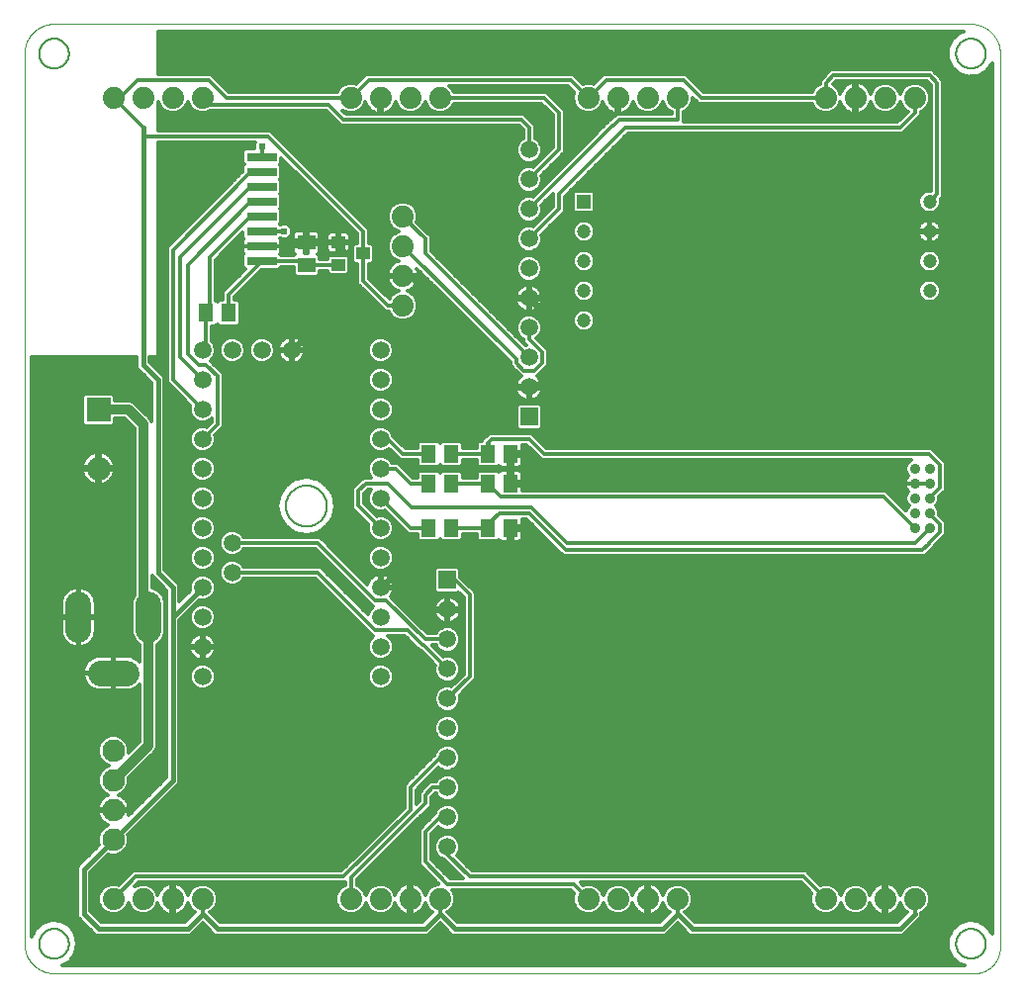
<source format=gtl>
G75*
%MOIN*%
%OFA0B0*%
%FSLAX25Y25*%
%IPPOS*%
%LPD*%
%AMOC8*
5,1,8,0,0,1.08239X$1,22.5*
%
%ADD10C,0.00000*%
%ADD11C,0.00600*%
%ADD12C,0.07400*%
%ADD13C,0.08600*%
%ADD14C,0.05906*%
%ADD15R,0.04724X0.04724*%
%ADD16C,0.04724*%
%ADD17R,0.10000X0.03000*%
%ADD18R,0.05118X0.05906*%
%ADD19R,0.05906X0.05118*%
%ADD20R,0.08000X0.08000*%
%ADD21C,0.08000*%
%ADD22R,0.04724X0.04000*%
%ADD23C,0.03562*%
%ADD24C,0.07600*%
%ADD25R,0.05906X0.05906*%
%ADD26C,0.01200*%
%ADD27C,0.02400*%
%ADD28C,0.03200*%
%ADD29C,0.01600*%
%ADD30C,0.02400*%
D10*
X0013520Y0011600D02*
X0013520Y0311561D01*
X0013523Y0311803D01*
X0013532Y0312044D01*
X0013546Y0312285D01*
X0013567Y0312526D01*
X0013593Y0312766D01*
X0013625Y0313006D01*
X0013663Y0313245D01*
X0013706Y0313482D01*
X0013756Y0313719D01*
X0013811Y0313954D01*
X0013871Y0314188D01*
X0013938Y0314420D01*
X0014009Y0314651D01*
X0014087Y0314880D01*
X0014170Y0315107D01*
X0014258Y0315332D01*
X0014352Y0315555D01*
X0014451Y0315775D01*
X0014556Y0315993D01*
X0014665Y0316208D01*
X0014780Y0316421D01*
X0014900Y0316631D01*
X0015025Y0316837D01*
X0015155Y0317041D01*
X0015290Y0317242D01*
X0015430Y0317439D01*
X0015574Y0317633D01*
X0015723Y0317823D01*
X0015877Y0318009D01*
X0016035Y0318192D01*
X0016197Y0318371D01*
X0016364Y0318546D01*
X0016535Y0318717D01*
X0016710Y0318884D01*
X0016889Y0319046D01*
X0017072Y0319204D01*
X0017258Y0319358D01*
X0017448Y0319507D01*
X0017642Y0319651D01*
X0017839Y0319791D01*
X0018040Y0319926D01*
X0018244Y0320056D01*
X0018450Y0320181D01*
X0018660Y0320301D01*
X0018873Y0320416D01*
X0019088Y0320525D01*
X0019306Y0320630D01*
X0019526Y0320729D01*
X0019749Y0320823D01*
X0019974Y0320911D01*
X0020201Y0320994D01*
X0020430Y0321072D01*
X0020661Y0321143D01*
X0020893Y0321210D01*
X0021127Y0321270D01*
X0021362Y0321325D01*
X0021599Y0321375D01*
X0021836Y0321418D01*
X0022075Y0321456D01*
X0022315Y0321488D01*
X0022555Y0321514D01*
X0022796Y0321535D01*
X0023037Y0321549D01*
X0023278Y0321558D01*
X0023520Y0321561D01*
X0332260Y0321561D01*
X0332501Y0321558D01*
X0332741Y0321549D01*
X0332982Y0321535D01*
X0333221Y0321514D01*
X0333461Y0321488D01*
X0333699Y0321456D01*
X0333937Y0321419D01*
X0334174Y0321375D01*
X0334409Y0321326D01*
X0334644Y0321272D01*
X0334877Y0321211D01*
X0335108Y0321145D01*
X0335338Y0321073D01*
X0335566Y0320996D01*
X0335792Y0320914D01*
X0336016Y0320826D01*
X0336238Y0320732D01*
X0336458Y0320633D01*
X0336675Y0320529D01*
X0336889Y0320420D01*
X0337101Y0320306D01*
X0337310Y0320186D01*
X0337516Y0320062D01*
X0337719Y0319932D01*
X0337918Y0319798D01*
X0338115Y0319659D01*
X0338308Y0319515D01*
X0338497Y0319366D01*
X0338683Y0319213D01*
X0338865Y0319056D01*
X0339044Y0318894D01*
X0339218Y0318728D01*
X0339388Y0318558D01*
X0339554Y0318384D01*
X0339716Y0318205D01*
X0339873Y0318023D01*
X0340026Y0317837D01*
X0340175Y0317648D01*
X0340319Y0317455D01*
X0340458Y0317258D01*
X0340592Y0317059D01*
X0340722Y0316856D01*
X0340846Y0316650D01*
X0340966Y0316441D01*
X0341080Y0316229D01*
X0341189Y0316015D01*
X0341293Y0315798D01*
X0341392Y0315578D01*
X0341486Y0315356D01*
X0341574Y0315132D01*
X0341656Y0314906D01*
X0341733Y0314678D01*
X0341805Y0314448D01*
X0341871Y0314217D01*
X0341932Y0313984D01*
X0341986Y0313749D01*
X0342035Y0313514D01*
X0342079Y0313277D01*
X0342116Y0313039D01*
X0342148Y0312801D01*
X0342174Y0312561D01*
X0342195Y0312322D01*
X0342209Y0312081D01*
X0342218Y0311841D01*
X0342221Y0311600D01*
X0342220Y0311600D02*
X0342220Y0010301D01*
X0342221Y0010301D02*
X0342218Y0010091D01*
X0342211Y0009881D01*
X0342198Y0009671D01*
X0342180Y0009461D01*
X0342158Y0009252D01*
X0342130Y0009044D01*
X0342097Y0008836D01*
X0342059Y0008629D01*
X0342016Y0008423D01*
X0341968Y0008219D01*
X0341915Y0008015D01*
X0341858Y0007813D01*
X0341795Y0007612D01*
X0341728Y0007413D01*
X0341656Y0007216D01*
X0341579Y0007020D01*
X0341497Y0006826D01*
X0341411Y0006634D01*
X0341320Y0006445D01*
X0341224Y0006257D01*
X0341124Y0006072D01*
X0341020Y0005890D01*
X0340911Y0005710D01*
X0340798Y0005533D01*
X0340681Y0005358D01*
X0340559Y0005187D01*
X0340434Y0005018D01*
X0340304Y0004853D01*
X0340170Y0004690D01*
X0340033Y0004531D01*
X0339891Y0004375D01*
X0339746Y0004223D01*
X0339598Y0004075D01*
X0339446Y0003930D01*
X0339290Y0003788D01*
X0339131Y0003651D01*
X0338968Y0003517D01*
X0338803Y0003387D01*
X0338634Y0003262D01*
X0338463Y0003140D01*
X0338288Y0003023D01*
X0338111Y0002910D01*
X0337931Y0002801D01*
X0337749Y0002697D01*
X0337564Y0002597D01*
X0337376Y0002501D01*
X0337187Y0002410D01*
X0336995Y0002324D01*
X0336801Y0002242D01*
X0336605Y0002165D01*
X0336408Y0002093D01*
X0336209Y0002026D01*
X0336008Y0001963D01*
X0335806Y0001906D01*
X0335602Y0001853D01*
X0335398Y0001805D01*
X0335192Y0001762D01*
X0334985Y0001724D01*
X0334777Y0001691D01*
X0334569Y0001663D01*
X0334360Y0001641D01*
X0334150Y0001623D01*
X0333940Y0001610D01*
X0333730Y0001603D01*
X0333520Y0001600D01*
X0023520Y0001600D01*
X0023278Y0001603D01*
X0023037Y0001612D01*
X0022796Y0001626D01*
X0022555Y0001647D01*
X0022315Y0001673D01*
X0022075Y0001705D01*
X0021836Y0001743D01*
X0021599Y0001786D01*
X0021362Y0001836D01*
X0021127Y0001891D01*
X0020893Y0001951D01*
X0020661Y0002018D01*
X0020430Y0002089D01*
X0020201Y0002167D01*
X0019974Y0002250D01*
X0019749Y0002338D01*
X0019526Y0002432D01*
X0019306Y0002531D01*
X0019088Y0002636D01*
X0018873Y0002745D01*
X0018660Y0002860D01*
X0018450Y0002980D01*
X0018244Y0003105D01*
X0018040Y0003235D01*
X0017839Y0003370D01*
X0017642Y0003510D01*
X0017448Y0003654D01*
X0017258Y0003803D01*
X0017072Y0003957D01*
X0016889Y0004115D01*
X0016710Y0004277D01*
X0016535Y0004444D01*
X0016364Y0004615D01*
X0016197Y0004790D01*
X0016035Y0004969D01*
X0015877Y0005152D01*
X0015723Y0005338D01*
X0015574Y0005528D01*
X0015430Y0005722D01*
X0015290Y0005919D01*
X0015155Y0006120D01*
X0015025Y0006324D01*
X0014900Y0006530D01*
X0014780Y0006740D01*
X0014665Y0006953D01*
X0014556Y0007168D01*
X0014451Y0007386D01*
X0014352Y0007606D01*
X0014258Y0007829D01*
X0014170Y0008054D01*
X0014087Y0008281D01*
X0014009Y0008510D01*
X0013938Y0008741D01*
X0013871Y0008973D01*
X0013811Y0009207D01*
X0013756Y0009442D01*
X0013706Y0009679D01*
X0013663Y0009916D01*
X0013625Y0010155D01*
X0013593Y0010395D01*
X0013567Y0010635D01*
X0013546Y0010876D01*
X0013532Y0011117D01*
X0013523Y0011358D01*
X0013520Y0011600D01*
D11*
X0018520Y0011600D02*
X0018522Y0011741D01*
X0018528Y0011882D01*
X0018538Y0012022D01*
X0018552Y0012162D01*
X0018570Y0012302D01*
X0018591Y0012441D01*
X0018617Y0012580D01*
X0018646Y0012718D01*
X0018680Y0012854D01*
X0018717Y0012990D01*
X0018758Y0013125D01*
X0018803Y0013259D01*
X0018852Y0013391D01*
X0018904Y0013522D01*
X0018960Y0013651D01*
X0019020Y0013778D01*
X0019083Y0013904D01*
X0019149Y0014028D01*
X0019220Y0014151D01*
X0019293Y0014271D01*
X0019370Y0014389D01*
X0019450Y0014505D01*
X0019534Y0014618D01*
X0019620Y0014729D01*
X0019710Y0014838D01*
X0019803Y0014944D01*
X0019898Y0015047D01*
X0019997Y0015148D01*
X0020098Y0015246D01*
X0020202Y0015341D01*
X0020309Y0015433D01*
X0020418Y0015522D01*
X0020530Y0015607D01*
X0020644Y0015690D01*
X0020760Y0015770D01*
X0020879Y0015846D01*
X0021000Y0015918D01*
X0021122Y0015988D01*
X0021247Y0016053D01*
X0021373Y0016116D01*
X0021501Y0016174D01*
X0021631Y0016229D01*
X0021762Y0016281D01*
X0021895Y0016328D01*
X0022029Y0016372D01*
X0022164Y0016413D01*
X0022300Y0016449D01*
X0022437Y0016481D01*
X0022575Y0016510D01*
X0022713Y0016535D01*
X0022853Y0016555D01*
X0022993Y0016572D01*
X0023133Y0016585D01*
X0023274Y0016594D01*
X0023414Y0016599D01*
X0023555Y0016600D01*
X0023696Y0016597D01*
X0023837Y0016590D01*
X0023977Y0016579D01*
X0024117Y0016564D01*
X0024257Y0016545D01*
X0024396Y0016523D01*
X0024534Y0016496D01*
X0024672Y0016466D01*
X0024808Y0016431D01*
X0024944Y0016393D01*
X0025078Y0016351D01*
X0025212Y0016305D01*
X0025344Y0016256D01*
X0025474Y0016202D01*
X0025603Y0016145D01*
X0025730Y0016085D01*
X0025856Y0016021D01*
X0025979Y0015953D01*
X0026101Y0015882D01*
X0026221Y0015808D01*
X0026338Y0015730D01*
X0026453Y0015649D01*
X0026566Y0015565D01*
X0026677Y0015478D01*
X0026785Y0015387D01*
X0026890Y0015294D01*
X0026993Y0015197D01*
X0027093Y0015098D01*
X0027190Y0014996D01*
X0027284Y0014891D01*
X0027375Y0014784D01*
X0027463Y0014674D01*
X0027548Y0014562D01*
X0027630Y0014447D01*
X0027709Y0014330D01*
X0027784Y0014211D01*
X0027856Y0014090D01*
X0027924Y0013967D01*
X0027989Y0013842D01*
X0028051Y0013715D01*
X0028108Y0013586D01*
X0028163Y0013456D01*
X0028213Y0013325D01*
X0028260Y0013192D01*
X0028303Y0013058D01*
X0028342Y0012922D01*
X0028377Y0012786D01*
X0028409Y0012649D01*
X0028436Y0012511D01*
X0028460Y0012372D01*
X0028480Y0012232D01*
X0028496Y0012092D01*
X0028508Y0011952D01*
X0028516Y0011811D01*
X0028520Y0011670D01*
X0028520Y0011530D01*
X0028516Y0011389D01*
X0028508Y0011248D01*
X0028496Y0011108D01*
X0028480Y0010968D01*
X0028460Y0010828D01*
X0028436Y0010689D01*
X0028409Y0010551D01*
X0028377Y0010414D01*
X0028342Y0010278D01*
X0028303Y0010142D01*
X0028260Y0010008D01*
X0028213Y0009875D01*
X0028163Y0009744D01*
X0028108Y0009614D01*
X0028051Y0009485D01*
X0027989Y0009358D01*
X0027924Y0009233D01*
X0027856Y0009110D01*
X0027784Y0008989D01*
X0027709Y0008870D01*
X0027630Y0008753D01*
X0027548Y0008638D01*
X0027463Y0008526D01*
X0027375Y0008416D01*
X0027284Y0008309D01*
X0027190Y0008204D01*
X0027093Y0008102D01*
X0026993Y0008003D01*
X0026890Y0007906D01*
X0026785Y0007813D01*
X0026677Y0007722D01*
X0026566Y0007635D01*
X0026453Y0007551D01*
X0026338Y0007470D01*
X0026221Y0007392D01*
X0026101Y0007318D01*
X0025979Y0007247D01*
X0025856Y0007179D01*
X0025730Y0007115D01*
X0025603Y0007055D01*
X0025474Y0006998D01*
X0025344Y0006944D01*
X0025212Y0006895D01*
X0025078Y0006849D01*
X0024944Y0006807D01*
X0024808Y0006769D01*
X0024672Y0006734D01*
X0024534Y0006704D01*
X0024396Y0006677D01*
X0024257Y0006655D01*
X0024117Y0006636D01*
X0023977Y0006621D01*
X0023837Y0006610D01*
X0023696Y0006603D01*
X0023555Y0006600D01*
X0023414Y0006601D01*
X0023274Y0006606D01*
X0023133Y0006615D01*
X0022993Y0006628D01*
X0022853Y0006645D01*
X0022713Y0006665D01*
X0022575Y0006690D01*
X0022437Y0006719D01*
X0022300Y0006751D01*
X0022164Y0006787D01*
X0022029Y0006828D01*
X0021895Y0006872D01*
X0021762Y0006919D01*
X0021631Y0006971D01*
X0021501Y0007026D01*
X0021373Y0007084D01*
X0021247Y0007147D01*
X0021122Y0007212D01*
X0021000Y0007282D01*
X0020879Y0007354D01*
X0020760Y0007430D01*
X0020644Y0007510D01*
X0020530Y0007593D01*
X0020418Y0007678D01*
X0020309Y0007767D01*
X0020202Y0007859D01*
X0020098Y0007954D01*
X0019997Y0008052D01*
X0019898Y0008153D01*
X0019803Y0008256D01*
X0019710Y0008362D01*
X0019620Y0008471D01*
X0019534Y0008582D01*
X0019450Y0008695D01*
X0019370Y0008811D01*
X0019293Y0008929D01*
X0019220Y0009049D01*
X0019149Y0009172D01*
X0019083Y0009296D01*
X0019020Y0009422D01*
X0018960Y0009549D01*
X0018904Y0009678D01*
X0018852Y0009809D01*
X0018803Y0009941D01*
X0018758Y0010075D01*
X0018717Y0010210D01*
X0018680Y0010346D01*
X0018646Y0010482D01*
X0018617Y0010620D01*
X0018591Y0010759D01*
X0018570Y0010898D01*
X0018552Y0011038D01*
X0018538Y0011178D01*
X0018528Y0011318D01*
X0018522Y0011459D01*
X0018520Y0011600D01*
X0101630Y0159100D02*
X0101632Y0159269D01*
X0101638Y0159438D01*
X0101649Y0159607D01*
X0101663Y0159775D01*
X0101682Y0159943D01*
X0101705Y0160111D01*
X0101731Y0160278D01*
X0101762Y0160444D01*
X0101797Y0160610D01*
X0101836Y0160774D01*
X0101880Y0160938D01*
X0101927Y0161100D01*
X0101978Y0161261D01*
X0102033Y0161421D01*
X0102092Y0161580D01*
X0102154Y0161737D01*
X0102221Y0161892D01*
X0102292Y0162046D01*
X0102366Y0162198D01*
X0102444Y0162348D01*
X0102525Y0162496D01*
X0102610Y0162642D01*
X0102699Y0162786D01*
X0102791Y0162928D01*
X0102887Y0163067D01*
X0102986Y0163204D01*
X0103088Y0163339D01*
X0103194Y0163471D01*
X0103303Y0163600D01*
X0103415Y0163727D01*
X0103530Y0163851D01*
X0103648Y0163972D01*
X0103769Y0164090D01*
X0103893Y0164205D01*
X0104020Y0164317D01*
X0104149Y0164426D01*
X0104281Y0164532D01*
X0104416Y0164634D01*
X0104553Y0164733D01*
X0104692Y0164829D01*
X0104834Y0164921D01*
X0104978Y0165010D01*
X0105124Y0165095D01*
X0105272Y0165176D01*
X0105422Y0165254D01*
X0105574Y0165328D01*
X0105728Y0165399D01*
X0105883Y0165466D01*
X0106040Y0165528D01*
X0106199Y0165587D01*
X0106359Y0165642D01*
X0106520Y0165693D01*
X0106682Y0165740D01*
X0106846Y0165784D01*
X0107010Y0165823D01*
X0107176Y0165858D01*
X0107342Y0165889D01*
X0107509Y0165915D01*
X0107677Y0165938D01*
X0107845Y0165957D01*
X0108013Y0165971D01*
X0108182Y0165982D01*
X0108351Y0165988D01*
X0108520Y0165990D01*
X0108689Y0165988D01*
X0108858Y0165982D01*
X0109027Y0165971D01*
X0109195Y0165957D01*
X0109363Y0165938D01*
X0109531Y0165915D01*
X0109698Y0165889D01*
X0109864Y0165858D01*
X0110030Y0165823D01*
X0110194Y0165784D01*
X0110358Y0165740D01*
X0110520Y0165693D01*
X0110681Y0165642D01*
X0110841Y0165587D01*
X0111000Y0165528D01*
X0111157Y0165466D01*
X0111312Y0165399D01*
X0111466Y0165328D01*
X0111618Y0165254D01*
X0111768Y0165176D01*
X0111916Y0165095D01*
X0112062Y0165010D01*
X0112206Y0164921D01*
X0112348Y0164829D01*
X0112487Y0164733D01*
X0112624Y0164634D01*
X0112759Y0164532D01*
X0112891Y0164426D01*
X0113020Y0164317D01*
X0113147Y0164205D01*
X0113271Y0164090D01*
X0113392Y0163972D01*
X0113510Y0163851D01*
X0113625Y0163727D01*
X0113737Y0163600D01*
X0113846Y0163471D01*
X0113952Y0163339D01*
X0114054Y0163204D01*
X0114153Y0163067D01*
X0114249Y0162928D01*
X0114341Y0162786D01*
X0114430Y0162642D01*
X0114515Y0162496D01*
X0114596Y0162348D01*
X0114674Y0162198D01*
X0114748Y0162046D01*
X0114819Y0161892D01*
X0114886Y0161737D01*
X0114948Y0161580D01*
X0115007Y0161421D01*
X0115062Y0161261D01*
X0115113Y0161100D01*
X0115160Y0160938D01*
X0115204Y0160774D01*
X0115243Y0160610D01*
X0115278Y0160444D01*
X0115309Y0160278D01*
X0115335Y0160111D01*
X0115358Y0159943D01*
X0115377Y0159775D01*
X0115391Y0159607D01*
X0115402Y0159438D01*
X0115408Y0159269D01*
X0115410Y0159100D01*
X0115408Y0158931D01*
X0115402Y0158762D01*
X0115391Y0158593D01*
X0115377Y0158425D01*
X0115358Y0158257D01*
X0115335Y0158089D01*
X0115309Y0157922D01*
X0115278Y0157756D01*
X0115243Y0157590D01*
X0115204Y0157426D01*
X0115160Y0157262D01*
X0115113Y0157100D01*
X0115062Y0156939D01*
X0115007Y0156779D01*
X0114948Y0156620D01*
X0114886Y0156463D01*
X0114819Y0156308D01*
X0114748Y0156154D01*
X0114674Y0156002D01*
X0114596Y0155852D01*
X0114515Y0155704D01*
X0114430Y0155558D01*
X0114341Y0155414D01*
X0114249Y0155272D01*
X0114153Y0155133D01*
X0114054Y0154996D01*
X0113952Y0154861D01*
X0113846Y0154729D01*
X0113737Y0154600D01*
X0113625Y0154473D01*
X0113510Y0154349D01*
X0113392Y0154228D01*
X0113271Y0154110D01*
X0113147Y0153995D01*
X0113020Y0153883D01*
X0112891Y0153774D01*
X0112759Y0153668D01*
X0112624Y0153566D01*
X0112487Y0153467D01*
X0112348Y0153371D01*
X0112206Y0153279D01*
X0112062Y0153190D01*
X0111916Y0153105D01*
X0111768Y0153024D01*
X0111618Y0152946D01*
X0111466Y0152872D01*
X0111312Y0152801D01*
X0111157Y0152734D01*
X0111000Y0152672D01*
X0110841Y0152613D01*
X0110681Y0152558D01*
X0110520Y0152507D01*
X0110358Y0152460D01*
X0110194Y0152416D01*
X0110030Y0152377D01*
X0109864Y0152342D01*
X0109698Y0152311D01*
X0109531Y0152285D01*
X0109363Y0152262D01*
X0109195Y0152243D01*
X0109027Y0152229D01*
X0108858Y0152218D01*
X0108689Y0152212D01*
X0108520Y0152210D01*
X0108351Y0152212D01*
X0108182Y0152218D01*
X0108013Y0152229D01*
X0107845Y0152243D01*
X0107677Y0152262D01*
X0107509Y0152285D01*
X0107342Y0152311D01*
X0107176Y0152342D01*
X0107010Y0152377D01*
X0106846Y0152416D01*
X0106682Y0152460D01*
X0106520Y0152507D01*
X0106359Y0152558D01*
X0106199Y0152613D01*
X0106040Y0152672D01*
X0105883Y0152734D01*
X0105728Y0152801D01*
X0105574Y0152872D01*
X0105422Y0152946D01*
X0105272Y0153024D01*
X0105124Y0153105D01*
X0104978Y0153190D01*
X0104834Y0153279D01*
X0104692Y0153371D01*
X0104553Y0153467D01*
X0104416Y0153566D01*
X0104281Y0153668D01*
X0104149Y0153774D01*
X0104020Y0153883D01*
X0103893Y0153995D01*
X0103769Y0154110D01*
X0103648Y0154228D01*
X0103530Y0154349D01*
X0103415Y0154473D01*
X0103303Y0154600D01*
X0103194Y0154729D01*
X0103088Y0154861D01*
X0102986Y0154996D01*
X0102887Y0155133D01*
X0102791Y0155272D01*
X0102699Y0155414D01*
X0102610Y0155558D01*
X0102525Y0155704D01*
X0102444Y0155852D01*
X0102366Y0156002D01*
X0102292Y0156154D01*
X0102221Y0156308D01*
X0102154Y0156463D01*
X0102092Y0156620D01*
X0102033Y0156779D01*
X0101978Y0156939D01*
X0101927Y0157100D01*
X0101880Y0157262D01*
X0101836Y0157426D01*
X0101797Y0157590D01*
X0101762Y0157756D01*
X0101731Y0157922D01*
X0101705Y0158089D01*
X0101682Y0158257D01*
X0101663Y0158425D01*
X0101649Y0158593D01*
X0101638Y0158762D01*
X0101632Y0158931D01*
X0101630Y0159100D01*
X0018520Y0311600D02*
X0018522Y0311741D01*
X0018528Y0311882D01*
X0018538Y0312022D01*
X0018552Y0312162D01*
X0018570Y0312302D01*
X0018591Y0312441D01*
X0018617Y0312580D01*
X0018646Y0312718D01*
X0018680Y0312854D01*
X0018717Y0312990D01*
X0018758Y0313125D01*
X0018803Y0313259D01*
X0018852Y0313391D01*
X0018904Y0313522D01*
X0018960Y0313651D01*
X0019020Y0313778D01*
X0019083Y0313904D01*
X0019149Y0314028D01*
X0019220Y0314151D01*
X0019293Y0314271D01*
X0019370Y0314389D01*
X0019450Y0314505D01*
X0019534Y0314618D01*
X0019620Y0314729D01*
X0019710Y0314838D01*
X0019803Y0314944D01*
X0019898Y0315047D01*
X0019997Y0315148D01*
X0020098Y0315246D01*
X0020202Y0315341D01*
X0020309Y0315433D01*
X0020418Y0315522D01*
X0020530Y0315607D01*
X0020644Y0315690D01*
X0020760Y0315770D01*
X0020879Y0315846D01*
X0021000Y0315918D01*
X0021122Y0315988D01*
X0021247Y0316053D01*
X0021373Y0316116D01*
X0021501Y0316174D01*
X0021631Y0316229D01*
X0021762Y0316281D01*
X0021895Y0316328D01*
X0022029Y0316372D01*
X0022164Y0316413D01*
X0022300Y0316449D01*
X0022437Y0316481D01*
X0022575Y0316510D01*
X0022713Y0316535D01*
X0022853Y0316555D01*
X0022993Y0316572D01*
X0023133Y0316585D01*
X0023274Y0316594D01*
X0023414Y0316599D01*
X0023555Y0316600D01*
X0023696Y0316597D01*
X0023837Y0316590D01*
X0023977Y0316579D01*
X0024117Y0316564D01*
X0024257Y0316545D01*
X0024396Y0316523D01*
X0024534Y0316496D01*
X0024672Y0316466D01*
X0024808Y0316431D01*
X0024944Y0316393D01*
X0025078Y0316351D01*
X0025212Y0316305D01*
X0025344Y0316256D01*
X0025474Y0316202D01*
X0025603Y0316145D01*
X0025730Y0316085D01*
X0025856Y0316021D01*
X0025979Y0315953D01*
X0026101Y0315882D01*
X0026221Y0315808D01*
X0026338Y0315730D01*
X0026453Y0315649D01*
X0026566Y0315565D01*
X0026677Y0315478D01*
X0026785Y0315387D01*
X0026890Y0315294D01*
X0026993Y0315197D01*
X0027093Y0315098D01*
X0027190Y0314996D01*
X0027284Y0314891D01*
X0027375Y0314784D01*
X0027463Y0314674D01*
X0027548Y0314562D01*
X0027630Y0314447D01*
X0027709Y0314330D01*
X0027784Y0314211D01*
X0027856Y0314090D01*
X0027924Y0313967D01*
X0027989Y0313842D01*
X0028051Y0313715D01*
X0028108Y0313586D01*
X0028163Y0313456D01*
X0028213Y0313325D01*
X0028260Y0313192D01*
X0028303Y0313058D01*
X0028342Y0312922D01*
X0028377Y0312786D01*
X0028409Y0312649D01*
X0028436Y0312511D01*
X0028460Y0312372D01*
X0028480Y0312232D01*
X0028496Y0312092D01*
X0028508Y0311952D01*
X0028516Y0311811D01*
X0028520Y0311670D01*
X0028520Y0311530D01*
X0028516Y0311389D01*
X0028508Y0311248D01*
X0028496Y0311108D01*
X0028480Y0310968D01*
X0028460Y0310828D01*
X0028436Y0310689D01*
X0028409Y0310551D01*
X0028377Y0310414D01*
X0028342Y0310278D01*
X0028303Y0310142D01*
X0028260Y0310008D01*
X0028213Y0309875D01*
X0028163Y0309744D01*
X0028108Y0309614D01*
X0028051Y0309485D01*
X0027989Y0309358D01*
X0027924Y0309233D01*
X0027856Y0309110D01*
X0027784Y0308989D01*
X0027709Y0308870D01*
X0027630Y0308753D01*
X0027548Y0308638D01*
X0027463Y0308526D01*
X0027375Y0308416D01*
X0027284Y0308309D01*
X0027190Y0308204D01*
X0027093Y0308102D01*
X0026993Y0308003D01*
X0026890Y0307906D01*
X0026785Y0307813D01*
X0026677Y0307722D01*
X0026566Y0307635D01*
X0026453Y0307551D01*
X0026338Y0307470D01*
X0026221Y0307392D01*
X0026101Y0307318D01*
X0025979Y0307247D01*
X0025856Y0307179D01*
X0025730Y0307115D01*
X0025603Y0307055D01*
X0025474Y0306998D01*
X0025344Y0306944D01*
X0025212Y0306895D01*
X0025078Y0306849D01*
X0024944Y0306807D01*
X0024808Y0306769D01*
X0024672Y0306734D01*
X0024534Y0306704D01*
X0024396Y0306677D01*
X0024257Y0306655D01*
X0024117Y0306636D01*
X0023977Y0306621D01*
X0023837Y0306610D01*
X0023696Y0306603D01*
X0023555Y0306600D01*
X0023414Y0306601D01*
X0023274Y0306606D01*
X0023133Y0306615D01*
X0022993Y0306628D01*
X0022853Y0306645D01*
X0022713Y0306665D01*
X0022575Y0306690D01*
X0022437Y0306719D01*
X0022300Y0306751D01*
X0022164Y0306787D01*
X0022029Y0306828D01*
X0021895Y0306872D01*
X0021762Y0306919D01*
X0021631Y0306971D01*
X0021501Y0307026D01*
X0021373Y0307084D01*
X0021247Y0307147D01*
X0021122Y0307212D01*
X0021000Y0307282D01*
X0020879Y0307354D01*
X0020760Y0307430D01*
X0020644Y0307510D01*
X0020530Y0307593D01*
X0020418Y0307678D01*
X0020309Y0307767D01*
X0020202Y0307859D01*
X0020098Y0307954D01*
X0019997Y0308052D01*
X0019898Y0308153D01*
X0019803Y0308256D01*
X0019710Y0308362D01*
X0019620Y0308471D01*
X0019534Y0308582D01*
X0019450Y0308695D01*
X0019370Y0308811D01*
X0019293Y0308929D01*
X0019220Y0309049D01*
X0019149Y0309172D01*
X0019083Y0309296D01*
X0019020Y0309422D01*
X0018960Y0309549D01*
X0018904Y0309678D01*
X0018852Y0309809D01*
X0018803Y0309941D01*
X0018758Y0310075D01*
X0018717Y0310210D01*
X0018680Y0310346D01*
X0018646Y0310482D01*
X0018617Y0310620D01*
X0018591Y0310759D01*
X0018570Y0310898D01*
X0018552Y0311038D01*
X0018538Y0311178D01*
X0018528Y0311318D01*
X0018522Y0311459D01*
X0018520Y0311600D01*
X0327417Y0311600D02*
X0327419Y0311741D01*
X0327425Y0311882D01*
X0327435Y0312022D01*
X0327449Y0312162D01*
X0327467Y0312302D01*
X0327488Y0312441D01*
X0327514Y0312580D01*
X0327543Y0312718D01*
X0327577Y0312854D01*
X0327614Y0312990D01*
X0327655Y0313125D01*
X0327700Y0313259D01*
X0327749Y0313391D01*
X0327801Y0313522D01*
X0327857Y0313651D01*
X0327917Y0313778D01*
X0327980Y0313904D01*
X0328046Y0314028D01*
X0328117Y0314151D01*
X0328190Y0314271D01*
X0328267Y0314389D01*
X0328347Y0314505D01*
X0328431Y0314618D01*
X0328517Y0314729D01*
X0328607Y0314838D01*
X0328700Y0314944D01*
X0328795Y0315047D01*
X0328894Y0315148D01*
X0328995Y0315246D01*
X0329099Y0315341D01*
X0329206Y0315433D01*
X0329315Y0315522D01*
X0329427Y0315607D01*
X0329541Y0315690D01*
X0329657Y0315770D01*
X0329776Y0315846D01*
X0329897Y0315918D01*
X0330019Y0315988D01*
X0330144Y0316053D01*
X0330270Y0316116D01*
X0330398Y0316174D01*
X0330528Y0316229D01*
X0330659Y0316281D01*
X0330792Y0316328D01*
X0330926Y0316372D01*
X0331061Y0316413D01*
X0331197Y0316449D01*
X0331334Y0316481D01*
X0331472Y0316510D01*
X0331610Y0316535D01*
X0331750Y0316555D01*
X0331890Y0316572D01*
X0332030Y0316585D01*
X0332171Y0316594D01*
X0332311Y0316599D01*
X0332452Y0316600D01*
X0332593Y0316597D01*
X0332734Y0316590D01*
X0332874Y0316579D01*
X0333014Y0316564D01*
X0333154Y0316545D01*
X0333293Y0316523D01*
X0333431Y0316496D01*
X0333569Y0316466D01*
X0333705Y0316431D01*
X0333841Y0316393D01*
X0333975Y0316351D01*
X0334109Y0316305D01*
X0334241Y0316256D01*
X0334371Y0316202D01*
X0334500Y0316145D01*
X0334627Y0316085D01*
X0334753Y0316021D01*
X0334876Y0315953D01*
X0334998Y0315882D01*
X0335118Y0315808D01*
X0335235Y0315730D01*
X0335350Y0315649D01*
X0335463Y0315565D01*
X0335574Y0315478D01*
X0335682Y0315387D01*
X0335787Y0315294D01*
X0335890Y0315197D01*
X0335990Y0315098D01*
X0336087Y0314996D01*
X0336181Y0314891D01*
X0336272Y0314784D01*
X0336360Y0314674D01*
X0336445Y0314562D01*
X0336527Y0314447D01*
X0336606Y0314330D01*
X0336681Y0314211D01*
X0336753Y0314090D01*
X0336821Y0313967D01*
X0336886Y0313842D01*
X0336948Y0313715D01*
X0337005Y0313586D01*
X0337060Y0313456D01*
X0337110Y0313325D01*
X0337157Y0313192D01*
X0337200Y0313058D01*
X0337239Y0312922D01*
X0337274Y0312786D01*
X0337306Y0312649D01*
X0337333Y0312511D01*
X0337357Y0312372D01*
X0337377Y0312232D01*
X0337393Y0312092D01*
X0337405Y0311952D01*
X0337413Y0311811D01*
X0337417Y0311670D01*
X0337417Y0311530D01*
X0337413Y0311389D01*
X0337405Y0311248D01*
X0337393Y0311108D01*
X0337377Y0310968D01*
X0337357Y0310828D01*
X0337333Y0310689D01*
X0337306Y0310551D01*
X0337274Y0310414D01*
X0337239Y0310278D01*
X0337200Y0310142D01*
X0337157Y0310008D01*
X0337110Y0309875D01*
X0337060Y0309744D01*
X0337005Y0309614D01*
X0336948Y0309485D01*
X0336886Y0309358D01*
X0336821Y0309233D01*
X0336753Y0309110D01*
X0336681Y0308989D01*
X0336606Y0308870D01*
X0336527Y0308753D01*
X0336445Y0308638D01*
X0336360Y0308526D01*
X0336272Y0308416D01*
X0336181Y0308309D01*
X0336087Y0308204D01*
X0335990Y0308102D01*
X0335890Y0308003D01*
X0335787Y0307906D01*
X0335682Y0307813D01*
X0335574Y0307722D01*
X0335463Y0307635D01*
X0335350Y0307551D01*
X0335235Y0307470D01*
X0335118Y0307392D01*
X0334998Y0307318D01*
X0334876Y0307247D01*
X0334753Y0307179D01*
X0334627Y0307115D01*
X0334500Y0307055D01*
X0334371Y0306998D01*
X0334241Y0306944D01*
X0334109Y0306895D01*
X0333975Y0306849D01*
X0333841Y0306807D01*
X0333705Y0306769D01*
X0333569Y0306734D01*
X0333431Y0306704D01*
X0333293Y0306677D01*
X0333154Y0306655D01*
X0333014Y0306636D01*
X0332874Y0306621D01*
X0332734Y0306610D01*
X0332593Y0306603D01*
X0332452Y0306600D01*
X0332311Y0306601D01*
X0332171Y0306606D01*
X0332030Y0306615D01*
X0331890Y0306628D01*
X0331750Y0306645D01*
X0331610Y0306665D01*
X0331472Y0306690D01*
X0331334Y0306719D01*
X0331197Y0306751D01*
X0331061Y0306787D01*
X0330926Y0306828D01*
X0330792Y0306872D01*
X0330659Y0306919D01*
X0330528Y0306971D01*
X0330398Y0307026D01*
X0330270Y0307084D01*
X0330144Y0307147D01*
X0330019Y0307212D01*
X0329897Y0307282D01*
X0329776Y0307354D01*
X0329657Y0307430D01*
X0329541Y0307510D01*
X0329427Y0307593D01*
X0329315Y0307678D01*
X0329206Y0307767D01*
X0329099Y0307859D01*
X0328995Y0307954D01*
X0328894Y0308052D01*
X0328795Y0308153D01*
X0328700Y0308256D01*
X0328607Y0308362D01*
X0328517Y0308471D01*
X0328431Y0308582D01*
X0328347Y0308695D01*
X0328267Y0308811D01*
X0328190Y0308929D01*
X0328117Y0309049D01*
X0328046Y0309172D01*
X0327980Y0309296D01*
X0327917Y0309422D01*
X0327857Y0309549D01*
X0327801Y0309678D01*
X0327749Y0309809D01*
X0327700Y0309941D01*
X0327655Y0310075D01*
X0327614Y0310210D01*
X0327577Y0310346D01*
X0327543Y0310482D01*
X0327514Y0310620D01*
X0327488Y0310759D01*
X0327467Y0310898D01*
X0327449Y0311038D01*
X0327435Y0311178D01*
X0327425Y0311318D01*
X0327419Y0311459D01*
X0327417Y0311600D01*
X0327417Y0011600D02*
X0327419Y0011741D01*
X0327425Y0011882D01*
X0327435Y0012022D01*
X0327449Y0012162D01*
X0327467Y0012302D01*
X0327488Y0012441D01*
X0327514Y0012580D01*
X0327543Y0012718D01*
X0327577Y0012854D01*
X0327614Y0012990D01*
X0327655Y0013125D01*
X0327700Y0013259D01*
X0327749Y0013391D01*
X0327801Y0013522D01*
X0327857Y0013651D01*
X0327917Y0013778D01*
X0327980Y0013904D01*
X0328046Y0014028D01*
X0328117Y0014151D01*
X0328190Y0014271D01*
X0328267Y0014389D01*
X0328347Y0014505D01*
X0328431Y0014618D01*
X0328517Y0014729D01*
X0328607Y0014838D01*
X0328700Y0014944D01*
X0328795Y0015047D01*
X0328894Y0015148D01*
X0328995Y0015246D01*
X0329099Y0015341D01*
X0329206Y0015433D01*
X0329315Y0015522D01*
X0329427Y0015607D01*
X0329541Y0015690D01*
X0329657Y0015770D01*
X0329776Y0015846D01*
X0329897Y0015918D01*
X0330019Y0015988D01*
X0330144Y0016053D01*
X0330270Y0016116D01*
X0330398Y0016174D01*
X0330528Y0016229D01*
X0330659Y0016281D01*
X0330792Y0016328D01*
X0330926Y0016372D01*
X0331061Y0016413D01*
X0331197Y0016449D01*
X0331334Y0016481D01*
X0331472Y0016510D01*
X0331610Y0016535D01*
X0331750Y0016555D01*
X0331890Y0016572D01*
X0332030Y0016585D01*
X0332171Y0016594D01*
X0332311Y0016599D01*
X0332452Y0016600D01*
X0332593Y0016597D01*
X0332734Y0016590D01*
X0332874Y0016579D01*
X0333014Y0016564D01*
X0333154Y0016545D01*
X0333293Y0016523D01*
X0333431Y0016496D01*
X0333569Y0016466D01*
X0333705Y0016431D01*
X0333841Y0016393D01*
X0333975Y0016351D01*
X0334109Y0016305D01*
X0334241Y0016256D01*
X0334371Y0016202D01*
X0334500Y0016145D01*
X0334627Y0016085D01*
X0334753Y0016021D01*
X0334876Y0015953D01*
X0334998Y0015882D01*
X0335118Y0015808D01*
X0335235Y0015730D01*
X0335350Y0015649D01*
X0335463Y0015565D01*
X0335574Y0015478D01*
X0335682Y0015387D01*
X0335787Y0015294D01*
X0335890Y0015197D01*
X0335990Y0015098D01*
X0336087Y0014996D01*
X0336181Y0014891D01*
X0336272Y0014784D01*
X0336360Y0014674D01*
X0336445Y0014562D01*
X0336527Y0014447D01*
X0336606Y0014330D01*
X0336681Y0014211D01*
X0336753Y0014090D01*
X0336821Y0013967D01*
X0336886Y0013842D01*
X0336948Y0013715D01*
X0337005Y0013586D01*
X0337060Y0013456D01*
X0337110Y0013325D01*
X0337157Y0013192D01*
X0337200Y0013058D01*
X0337239Y0012922D01*
X0337274Y0012786D01*
X0337306Y0012649D01*
X0337333Y0012511D01*
X0337357Y0012372D01*
X0337377Y0012232D01*
X0337393Y0012092D01*
X0337405Y0011952D01*
X0337413Y0011811D01*
X0337417Y0011670D01*
X0337417Y0011530D01*
X0337413Y0011389D01*
X0337405Y0011248D01*
X0337393Y0011108D01*
X0337377Y0010968D01*
X0337357Y0010828D01*
X0337333Y0010689D01*
X0337306Y0010551D01*
X0337274Y0010414D01*
X0337239Y0010278D01*
X0337200Y0010142D01*
X0337157Y0010008D01*
X0337110Y0009875D01*
X0337060Y0009744D01*
X0337005Y0009614D01*
X0336948Y0009485D01*
X0336886Y0009358D01*
X0336821Y0009233D01*
X0336753Y0009110D01*
X0336681Y0008989D01*
X0336606Y0008870D01*
X0336527Y0008753D01*
X0336445Y0008638D01*
X0336360Y0008526D01*
X0336272Y0008416D01*
X0336181Y0008309D01*
X0336087Y0008204D01*
X0335990Y0008102D01*
X0335890Y0008003D01*
X0335787Y0007906D01*
X0335682Y0007813D01*
X0335574Y0007722D01*
X0335463Y0007635D01*
X0335350Y0007551D01*
X0335235Y0007470D01*
X0335118Y0007392D01*
X0334998Y0007318D01*
X0334876Y0007247D01*
X0334753Y0007179D01*
X0334627Y0007115D01*
X0334500Y0007055D01*
X0334371Y0006998D01*
X0334241Y0006944D01*
X0334109Y0006895D01*
X0333975Y0006849D01*
X0333841Y0006807D01*
X0333705Y0006769D01*
X0333569Y0006734D01*
X0333431Y0006704D01*
X0333293Y0006677D01*
X0333154Y0006655D01*
X0333014Y0006636D01*
X0332874Y0006621D01*
X0332734Y0006610D01*
X0332593Y0006603D01*
X0332452Y0006600D01*
X0332311Y0006601D01*
X0332171Y0006606D01*
X0332030Y0006615D01*
X0331890Y0006628D01*
X0331750Y0006645D01*
X0331610Y0006665D01*
X0331472Y0006690D01*
X0331334Y0006719D01*
X0331197Y0006751D01*
X0331061Y0006787D01*
X0330926Y0006828D01*
X0330792Y0006872D01*
X0330659Y0006919D01*
X0330528Y0006971D01*
X0330398Y0007026D01*
X0330270Y0007084D01*
X0330144Y0007147D01*
X0330019Y0007212D01*
X0329897Y0007282D01*
X0329776Y0007354D01*
X0329657Y0007430D01*
X0329541Y0007510D01*
X0329427Y0007593D01*
X0329315Y0007678D01*
X0329206Y0007767D01*
X0329099Y0007859D01*
X0328995Y0007954D01*
X0328894Y0008052D01*
X0328795Y0008153D01*
X0328700Y0008256D01*
X0328607Y0008362D01*
X0328517Y0008471D01*
X0328431Y0008582D01*
X0328347Y0008695D01*
X0328267Y0008811D01*
X0328190Y0008929D01*
X0328117Y0009049D01*
X0328046Y0009172D01*
X0327980Y0009296D01*
X0327917Y0009422D01*
X0327857Y0009549D01*
X0327801Y0009678D01*
X0327749Y0009809D01*
X0327700Y0009941D01*
X0327655Y0010075D01*
X0327614Y0010210D01*
X0327577Y0010346D01*
X0327543Y0010482D01*
X0327514Y0010620D01*
X0327488Y0010759D01*
X0327467Y0010898D01*
X0327449Y0011038D01*
X0327435Y0011178D01*
X0327425Y0011318D01*
X0327419Y0011459D01*
X0327417Y0011600D01*
D12*
X0313520Y0026600D03*
X0303520Y0026600D03*
X0293520Y0026600D03*
X0283520Y0026600D03*
X0233520Y0026600D03*
X0223520Y0026600D03*
X0213520Y0026600D03*
X0203520Y0026600D03*
X0153520Y0026600D03*
X0143520Y0026600D03*
X0133520Y0026600D03*
X0123520Y0026600D03*
X0073520Y0026600D03*
X0063520Y0026600D03*
X0053520Y0026600D03*
X0043520Y0026600D03*
X0141020Y0226600D03*
X0141020Y0236600D03*
X0141020Y0246600D03*
X0141020Y0256600D03*
X0143520Y0296600D03*
X0153520Y0296600D03*
X0133520Y0296600D03*
X0123520Y0296600D03*
X0073520Y0296600D03*
X0063520Y0296600D03*
X0053520Y0296600D03*
X0043520Y0296600D03*
X0203520Y0296600D03*
X0213520Y0296600D03*
X0223520Y0296600D03*
X0233520Y0296600D03*
X0283520Y0296600D03*
X0293520Y0296600D03*
X0303520Y0296600D03*
X0313520Y0296600D03*
D13*
X0055331Y0125900D02*
X0055331Y0117300D01*
X0047820Y0102702D02*
X0039220Y0102702D01*
X0031709Y0117300D02*
X0031709Y0125900D01*
D14*
X0073520Y0121600D03*
X0073520Y0111600D03*
X0073520Y0101600D03*
X0073520Y0131600D03*
X0073520Y0141600D03*
X0073520Y0151600D03*
X0083520Y0146600D03*
X0083520Y0136600D03*
X0073520Y0161600D03*
X0073520Y0171600D03*
X0073520Y0181600D03*
X0073520Y0191600D03*
X0073520Y0201600D03*
X0073520Y0211600D03*
X0083520Y0211600D03*
X0093520Y0211600D03*
X0103520Y0211600D03*
X0133520Y0211600D03*
X0133520Y0201600D03*
X0133520Y0191600D03*
X0133520Y0181600D03*
X0133520Y0171600D03*
X0133520Y0161600D03*
X0133520Y0151600D03*
X0133520Y0141600D03*
X0133520Y0131600D03*
X0133520Y0121600D03*
X0133520Y0111600D03*
X0133520Y0101600D03*
X0156020Y0104100D03*
X0156020Y0094100D03*
X0156020Y0084100D03*
X0156020Y0074100D03*
X0156020Y0064100D03*
X0156020Y0054100D03*
X0156020Y0044100D03*
X0156020Y0114100D03*
X0156020Y0124100D03*
X0183520Y0199100D03*
X0183520Y0209100D03*
X0183520Y0219100D03*
X0183520Y0229100D03*
X0183520Y0239100D03*
X0183520Y0249100D03*
X0183520Y0259100D03*
X0183520Y0269100D03*
X0183520Y0279100D03*
D15*
X0202020Y0261600D03*
D16*
X0202020Y0251600D03*
X0202020Y0241600D03*
X0202020Y0231600D03*
X0202020Y0221600D03*
X0318520Y0231600D03*
X0318520Y0241600D03*
X0318520Y0251600D03*
X0318520Y0261600D03*
D17*
X0093520Y0261600D03*
X0093520Y0256600D03*
X0093520Y0251600D03*
X0093520Y0246600D03*
X0093520Y0241600D03*
X0093520Y0266600D03*
X0093520Y0271600D03*
X0093520Y0276600D03*
D18*
X0082260Y0224100D03*
X0074780Y0224100D03*
X0149780Y0176600D03*
X0157260Y0176600D03*
X0157260Y0166600D03*
X0149780Y0166600D03*
X0149780Y0151600D03*
X0157260Y0151600D03*
X0169780Y0151600D03*
X0177260Y0151600D03*
X0177260Y0166600D03*
X0169780Y0166600D03*
X0169780Y0176600D03*
X0177260Y0176600D03*
D19*
X0108520Y0240360D03*
X0108520Y0247840D03*
D20*
X0038520Y0191443D03*
D21*
X0038520Y0171757D03*
D22*
X0119346Y0240360D03*
X0119346Y0247840D03*
X0127693Y0244100D03*
D23*
X0313520Y0171600D03*
X0318520Y0171600D03*
X0318520Y0166600D03*
X0318520Y0161600D03*
X0318520Y0156600D03*
X0318520Y0151600D03*
X0313520Y0151600D03*
X0313520Y0156600D03*
X0313520Y0161600D03*
X0313520Y0166600D03*
D24*
X0043520Y0076600D03*
X0043520Y0066600D03*
X0043520Y0056600D03*
X0043520Y0046600D03*
D25*
X0156020Y0134100D03*
X0183520Y0189100D03*
D26*
X0187872Y0188774D02*
X0339620Y0188774D01*
X0339620Y0189972D02*
X0187872Y0189972D01*
X0187872Y0191171D02*
X0339620Y0191171D01*
X0339620Y0192369D02*
X0187872Y0192369D01*
X0187872Y0192633D02*
X0187052Y0193453D01*
X0179987Y0193453D01*
X0179167Y0192633D01*
X0179167Y0185567D01*
X0179987Y0184747D01*
X0187052Y0184747D01*
X0187872Y0185567D01*
X0187872Y0192633D01*
X0185906Y0195206D02*
X0186486Y0195627D01*
X0186992Y0196134D01*
X0187414Y0196714D01*
X0187739Y0197352D01*
X0187960Y0198034D01*
X0188068Y0198716D01*
X0183904Y0198716D01*
X0183904Y0199484D01*
X0188068Y0199484D01*
X0187960Y0200166D01*
X0187739Y0200848D01*
X0187414Y0201486D01*
X0186992Y0202066D01*
X0186486Y0202573D01*
X0186191Y0202787D01*
X0187323Y0203919D01*
X0189872Y0206469D01*
X0189872Y0211731D01*
X0186090Y0215514D01*
X0187210Y0216634D01*
X0187872Y0218234D01*
X0187872Y0219966D01*
X0187210Y0221566D01*
X0185985Y0222790D01*
X0184385Y0223453D01*
X0182654Y0223453D01*
X0181054Y0222790D01*
X0179830Y0221566D01*
X0179167Y0219966D01*
X0179167Y0218234D01*
X0179830Y0216634D01*
X0181054Y0215410D01*
X0181520Y0215217D01*
X0181520Y0214427D01*
X0182541Y0213406D01*
X0182188Y0213260D01*
X0150520Y0244928D01*
X0150520Y0249928D01*
X0145751Y0254697D01*
X0146120Y0255586D01*
X0146120Y0257614D01*
X0145343Y0259489D01*
X0143909Y0260924D01*
X0142034Y0261700D01*
X0140005Y0261700D01*
X0138131Y0260924D01*
X0136696Y0259489D01*
X0135920Y0257614D01*
X0135920Y0255586D01*
X0136696Y0253711D01*
X0138131Y0252276D01*
X0139764Y0251600D01*
X0138131Y0250924D01*
X0136696Y0249489D01*
X0135920Y0247614D01*
X0135920Y0245586D01*
X0136696Y0243711D01*
X0138131Y0242276D01*
X0139541Y0241692D01*
X0138985Y0241512D01*
X0138242Y0241133D01*
X0137567Y0240643D01*
X0136977Y0240053D01*
X0136487Y0239378D01*
X0136108Y0238634D01*
X0135850Y0237841D01*
X0135720Y0237017D01*
X0135720Y0237000D01*
X0140620Y0237000D01*
X0140620Y0236200D01*
X0135720Y0236200D01*
X0135720Y0236183D01*
X0135850Y0235359D01*
X0136108Y0234566D01*
X0136487Y0233822D01*
X0136977Y0233147D01*
X0137567Y0232557D01*
X0138242Y0232067D01*
X0138985Y0231688D01*
X0139541Y0231508D01*
X0138131Y0230924D01*
X0136696Y0229489D01*
X0136480Y0228968D01*
X0129693Y0235755D01*
X0129693Y0240700D01*
X0130635Y0240700D01*
X0131455Y0241520D01*
X0131455Y0246680D01*
X0130635Y0247500D01*
X0129520Y0247500D01*
X0129520Y0252428D01*
X0097520Y0284428D01*
X0096348Y0285600D01*
X0058520Y0285600D01*
X0058520Y0294837D01*
X0058612Y0295121D01*
X0059196Y0293711D01*
X0060631Y0292276D01*
X0062505Y0291500D01*
X0064534Y0291500D01*
X0066409Y0292276D01*
X0067843Y0293711D01*
X0068520Y0295344D01*
X0069196Y0293711D01*
X0070631Y0292276D01*
X0072505Y0291500D01*
X0074534Y0291500D01*
X0075983Y0292100D01*
X0115191Y0292100D01*
X0120191Y0287100D01*
X0180191Y0287100D01*
X0181520Y0285772D01*
X0181520Y0282983D01*
X0181054Y0282790D01*
X0179830Y0281566D01*
X0179167Y0279966D01*
X0179167Y0278234D01*
X0179830Y0276634D01*
X0181054Y0275410D01*
X0182654Y0274747D01*
X0184385Y0274747D01*
X0185985Y0275410D01*
X0187210Y0276634D01*
X0187872Y0278234D01*
X0187872Y0279966D01*
X0187210Y0281566D01*
X0185985Y0282790D01*
X0185520Y0282983D01*
X0185520Y0287428D01*
X0183020Y0289928D01*
X0181848Y0291100D01*
X0121848Y0291100D01*
X0120701Y0292248D01*
X0122505Y0291500D01*
X0124534Y0291500D01*
X0126409Y0292276D01*
X0127843Y0293711D01*
X0128427Y0295121D01*
X0128608Y0294566D01*
X0128987Y0293822D01*
X0129477Y0293147D01*
X0130067Y0292557D01*
X0130742Y0292067D01*
X0131485Y0291688D01*
X0132279Y0291430D01*
X0133103Y0291300D01*
X0133120Y0291300D01*
X0133120Y0296200D01*
X0133920Y0296200D01*
X0133920Y0291300D01*
X0133937Y0291300D01*
X0134761Y0291430D01*
X0135554Y0291688D01*
X0136297Y0292067D01*
X0136972Y0292557D01*
X0137562Y0293147D01*
X0138053Y0293822D01*
X0138431Y0294566D01*
X0138612Y0295121D01*
X0139196Y0293711D01*
X0140631Y0292276D01*
X0142505Y0291500D01*
X0144534Y0291500D01*
X0146409Y0292276D01*
X0147843Y0293711D01*
X0148520Y0295344D01*
X0149196Y0293711D01*
X0150631Y0292276D01*
X0152505Y0291500D01*
X0154534Y0291500D01*
X0156409Y0292276D01*
X0157843Y0293711D01*
X0158211Y0294600D01*
X0187691Y0294600D01*
X0191520Y0290772D01*
X0191520Y0279928D01*
X0184851Y0273260D01*
X0184385Y0273453D01*
X0182654Y0273453D01*
X0181054Y0272790D01*
X0179830Y0271566D01*
X0179167Y0269966D01*
X0179167Y0268234D01*
X0179830Y0266634D01*
X0181054Y0265410D01*
X0182654Y0264747D01*
X0184385Y0264747D01*
X0185985Y0265410D01*
X0187210Y0266634D01*
X0187872Y0268234D01*
X0187872Y0269966D01*
X0187680Y0270431D01*
X0195520Y0278272D01*
X0195520Y0292428D01*
X0194348Y0293600D01*
X0189348Y0298600D01*
X0158211Y0298600D01*
X0157843Y0299489D01*
X0156732Y0300600D01*
X0196691Y0300600D01*
X0198788Y0298503D01*
X0198420Y0297614D01*
X0198420Y0295586D01*
X0199196Y0293711D01*
X0200631Y0292276D01*
X0202505Y0291500D01*
X0204534Y0291500D01*
X0206409Y0292276D01*
X0207843Y0293711D01*
X0208427Y0295121D01*
X0208608Y0294566D01*
X0208987Y0293822D01*
X0209477Y0293147D01*
X0210067Y0292557D01*
X0210742Y0292067D01*
X0211485Y0291688D01*
X0212279Y0291430D01*
X0213103Y0291300D01*
X0213120Y0291300D01*
X0213120Y0296200D01*
X0213920Y0296200D01*
X0213920Y0291300D01*
X0213937Y0291300D01*
X0214761Y0291430D01*
X0215554Y0291688D01*
X0216297Y0292067D01*
X0216972Y0292557D01*
X0217562Y0293147D01*
X0218053Y0293822D01*
X0218431Y0294566D01*
X0218612Y0295121D01*
X0219196Y0293711D01*
X0220631Y0292276D01*
X0222505Y0291500D01*
X0224534Y0291500D01*
X0226409Y0292276D01*
X0227843Y0293711D01*
X0228520Y0295344D01*
X0229196Y0293711D01*
X0230631Y0292276D01*
X0231520Y0291908D01*
X0231520Y0291100D01*
X0213020Y0291100D01*
X0211020Y0289100D01*
X0210691Y0289100D01*
X0184851Y0263260D01*
X0184385Y0263453D01*
X0182654Y0263453D01*
X0181054Y0262790D01*
X0179830Y0261566D01*
X0179167Y0259966D01*
X0179167Y0258234D01*
X0179830Y0256634D01*
X0181054Y0255410D01*
X0182654Y0254747D01*
X0184385Y0254747D01*
X0185985Y0255410D01*
X0187210Y0256634D01*
X0187872Y0258234D01*
X0187872Y0259966D01*
X0187680Y0260431D01*
X0191520Y0264272D01*
X0191520Y0259928D01*
X0184851Y0253260D01*
X0184385Y0253453D01*
X0182654Y0253453D01*
X0181054Y0252790D01*
X0179830Y0251566D01*
X0179167Y0249966D01*
X0179167Y0248234D01*
X0179830Y0246634D01*
X0181054Y0245410D01*
X0182654Y0244747D01*
X0184385Y0244747D01*
X0185985Y0245410D01*
X0187210Y0246634D01*
X0187872Y0248234D01*
X0187872Y0249966D01*
X0187680Y0250431D01*
X0195520Y0258272D01*
X0195520Y0263272D01*
X0216848Y0284600D01*
X0309348Y0284600D01*
X0310520Y0285772D01*
X0315520Y0290772D01*
X0315520Y0291908D01*
X0316409Y0292276D01*
X0317843Y0293711D01*
X0318620Y0295586D01*
X0318620Y0297614D01*
X0317843Y0299489D01*
X0316409Y0300924D01*
X0314534Y0301700D01*
X0312505Y0301700D01*
X0310631Y0300924D01*
X0309196Y0299489D01*
X0308520Y0297856D01*
X0307843Y0299489D01*
X0306409Y0300924D01*
X0304534Y0301700D01*
X0302505Y0301700D01*
X0300631Y0300924D01*
X0299196Y0299489D01*
X0298612Y0298079D01*
X0298431Y0298634D01*
X0298053Y0299378D01*
X0297562Y0300053D01*
X0296972Y0300643D01*
X0296297Y0301133D01*
X0295554Y0301512D01*
X0294761Y0301769D01*
X0293937Y0301900D01*
X0293920Y0301900D01*
X0293920Y0297000D01*
X0293120Y0297000D01*
X0293120Y0301900D01*
X0293103Y0301900D01*
X0292279Y0301769D01*
X0291485Y0301512D01*
X0290742Y0301133D01*
X0290067Y0300643D01*
X0289477Y0300053D01*
X0288987Y0299378D01*
X0288608Y0298634D01*
X0288427Y0298079D01*
X0287843Y0299489D01*
X0286409Y0300924D01*
X0285888Y0301139D01*
X0286848Y0302100D01*
X0317691Y0302100D01*
X0319020Y0300772D01*
X0319020Y0265362D01*
X0317771Y0265362D01*
X0316389Y0264789D01*
X0315330Y0263731D01*
X0314757Y0262348D01*
X0314757Y0260852D01*
X0315330Y0259469D01*
X0316389Y0258411D01*
X0317771Y0257838D01*
X0319268Y0257838D01*
X0320651Y0258411D01*
X0321709Y0259469D01*
X0322282Y0260852D01*
X0322282Y0262348D01*
X0322228Y0262479D01*
X0323020Y0263272D01*
X0323020Y0302428D01*
X0321848Y0303600D01*
X0320520Y0304928D01*
X0320520Y0304928D01*
X0319348Y0306100D01*
X0285191Y0306100D01*
X0284020Y0304928D01*
X0281520Y0302428D01*
X0281520Y0301292D01*
X0280631Y0300924D01*
X0279196Y0299489D01*
X0278828Y0298600D01*
X0242348Y0298600D01*
X0237520Y0303428D01*
X0236348Y0304600D01*
X0208691Y0304600D01*
X0205423Y0301332D01*
X0204534Y0301700D01*
X0202505Y0301700D01*
X0201616Y0301332D01*
X0199520Y0303428D01*
X0198348Y0304600D01*
X0128691Y0304600D01*
X0125423Y0301332D01*
X0124534Y0301700D01*
X0122505Y0301700D01*
X0120631Y0300924D01*
X0119196Y0299489D01*
X0118828Y0298600D01*
X0082348Y0298600D01*
X0077520Y0303428D01*
X0076348Y0304600D01*
X0058520Y0304600D01*
X0058520Y0318961D01*
X0330065Y0318961D01*
X0328467Y0318442D01*
X0326026Y0316243D01*
X0324690Y0313242D01*
X0324690Y0309957D01*
X0326026Y0306957D01*
X0326026Y0306956D01*
X0328467Y0304758D01*
X0331592Y0303743D01*
X0334859Y0304087D01*
X0337703Y0305729D01*
X0337703Y0305729D01*
X0339620Y0308368D01*
X0339620Y0014832D01*
X0337703Y0017471D01*
X0334859Y0019113D01*
X0334859Y0019113D01*
X0331592Y0019457D01*
X0328467Y0018442D01*
X0328467Y0018442D01*
X0328467Y0018442D01*
X0326026Y0016243D01*
X0324690Y0013242D01*
X0324690Y0009958D01*
X0326026Y0006957D01*
X0326026Y0006956D01*
X0328467Y0004758D01*
X0330186Y0004200D01*
X0026157Y0004200D01*
X0028806Y0005729D01*
X0028806Y0005729D01*
X0028806Y0005729D01*
X0030737Y0008387D01*
X0031420Y0011600D01*
X0030737Y0014813D01*
X0030737Y0014813D01*
X0028806Y0017471D01*
X0028806Y0017471D01*
X0028806Y0017471D01*
X0025961Y0019113D01*
X0025961Y0019113D01*
X0022694Y0019457D01*
X0019570Y0018442D01*
X0017128Y0016243D01*
X0016120Y0013978D01*
X0016120Y0209100D01*
X0051320Y0209100D01*
X0051320Y0205689D01*
X0056320Y0200689D01*
X0056320Y0187680D01*
X0056063Y0188299D01*
X0055219Y0189143D01*
X0050377Y0193986D01*
X0049274Y0194443D01*
X0043920Y0194443D01*
X0043920Y0196022D01*
X0043100Y0196843D01*
X0033940Y0196843D01*
X0033120Y0196022D01*
X0033120Y0186863D01*
X0033940Y0186043D01*
X0043100Y0186043D01*
X0043920Y0186863D01*
X0043920Y0188443D01*
X0047435Y0188443D01*
X0050520Y0185357D01*
X0050520Y0129150D01*
X0050498Y0129129D01*
X0049631Y0127034D01*
X0049631Y0116166D01*
X0050498Y0114071D01*
X0052102Y0112468D01*
X0052331Y0112373D01*
X0052331Y0106531D01*
X0052320Y0106546D01*
X0051663Y0107203D01*
X0050912Y0107748D01*
X0050084Y0108170D01*
X0049201Y0108457D01*
X0048284Y0108602D01*
X0043707Y0108602D01*
X0043707Y0102890D01*
X0043332Y0102890D01*
X0043332Y0102515D01*
X0033320Y0102515D01*
X0033320Y0102238D01*
X0033465Y0101321D01*
X0033752Y0100438D01*
X0034174Y0099610D01*
X0034719Y0098859D01*
X0035376Y0098202D01*
X0036127Y0097656D01*
X0036955Y0097235D01*
X0037838Y0096948D01*
X0038755Y0096802D01*
X0043332Y0096802D01*
X0043332Y0102515D01*
X0043707Y0102515D01*
X0043707Y0096802D01*
X0048284Y0096802D01*
X0049201Y0096948D01*
X0050084Y0097235D01*
X0050912Y0097656D01*
X0051663Y0098202D01*
X0052320Y0098859D01*
X0052331Y0098874D01*
X0052331Y0079654D01*
X0048720Y0076043D01*
X0048720Y0077634D01*
X0047928Y0079546D01*
X0046465Y0081008D01*
X0044554Y0081800D01*
X0042485Y0081800D01*
X0040574Y0081008D01*
X0039111Y0079546D01*
X0038320Y0077634D01*
X0038320Y0075566D01*
X0039111Y0073654D01*
X0040574Y0072192D01*
X0042003Y0071600D01*
X0040574Y0071008D01*
X0039111Y0069546D01*
X0038320Y0067634D01*
X0038320Y0065566D01*
X0039111Y0063654D01*
X0040574Y0062192D01*
X0041752Y0061704D01*
X0041447Y0061604D01*
X0040689Y0061218D01*
X0040002Y0060719D01*
X0039401Y0060118D01*
X0038901Y0059430D01*
X0038515Y0058673D01*
X0038253Y0057865D01*
X0038120Y0057025D01*
X0038120Y0056787D01*
X0043332Y0056787D01*
X0043332Y0056413D01*
X0038120Y0056413D01*
X0038120Y0056175D01*
X0038253Y0055335D01*
X0038515Y0054527D01*
X0038901Y0053770D01*
X0039401Y0053082D01*
X0040002Y0052481D01*
X0040689Y0051982D01*
X0041447Y0051596D01*
X0041752Y0051496D01*
X0040574Y0051008D01*
X0039111Y0049546D01*
X0038320Y0047634D01*
X0038320Y0045566D01*
X0038629Y0044820D01*
X0031320Y0037511D01*
X0031320Y0020689D01*
X0032608Y0019400D01*
X0037608Y0014400D01*
X0069431Y0014400D01*
X0070720Y0015689D01*
X0073520Y0018489D01*
X0076320Y0015689D01*
X0077608Y0014400D01*
X0149431Y0014400D01*
X0150720Y0015689D01*
X0153520Y0018489D01*
X0156320Y0015689D01*
X0157608Y0014400D01*
X0229431Y0014400D01*
X0233520Y0018489D01*
X0236320Y0015689D01*
X0237608Y0014400D01*
X0309431Y0014400D01*
X0315720Y0020689D01*
X0315720Y0021991D01*
X0316409Y0022276D01*
X0317843Y0023711D01*
X0318620Y0025586D01*
X0318620Y0027614D01*
X0317843Y0029489D01*
X0316409Y0030924D01*
X0314534Y0031700D01*
X0312505Y0031700D01*
X0310631Y0030924D01*
X0309196Y0029489D01*
X0308612Y0028079D01*
X0308431Y0028634D01*
X0308053Y0029378D01*
X0307562Y0030053D01*
X0306972Y0030643D01*
X0306297Y0031133D01*
X0305554Y0031512D01*
X0304761Y0031769D01*
X0303937Y0031900D01*
X0303920Y0031900D01*
X0303920Y0027000D01*
X0303120Y0027000D01*
X0303120Y0031900D01*
X0303103Y0031900D01*
X0302279Y0031769D01*
X0301485Y0031512D01*
X0300742Y0031133D01*
X0300067Y0030643D01*
X0299477Y0030053D01*
X0298987Y0029378D01*
X0298608Y0028634D01*
X0298427Y0028079D01*
X0297843Y0029489D01*
X0296409Y0030924D01*
X0294534Y0031700D01*
X0292505Y0031700D01*
X0290631Y0030924D01*
X0289196Y0029489D01*
X0288520Y0027856D01*
X0287843Y0029489D01*
X0286409Y0030924D01*
X0284534Y0031700D01*
X0282505Y0031700D01*
X0281616Y0031332D01*
X0276848Y0036100D01*
X0164348Y0036100D01*
X0159262Y0041186D01*
X0159710Y0041634D01*
X0160372Y0043234D01*
X0160372Y0044966D01*
X0159710Y0046566D01*
X0158485Y0047790D01*
X0156885Y0048453D01*
X0155154Y0048453D01*
X0153554Y0047790D01*
X0152330Y0046566D01*
X0151667Y0044966D01*
X0151667Y0043234D01*
X0152330Y0041634D01*
X0153554Y0040410D01*
X0154966Y0039825D01*
X0161191Y0033600D01*
X0156848Y0033600D01*
X0150520Y0039928D01*
X0150520Y0048272D01*
X0153106Y0050858D01*
X0153554Y0050410D01*
X0155154Y0049747D01*
X0156885Y0049747D01*
X0158485Y0050410D01*
X0159710Y0051634D01*
X0160372Y0053234D01*
X0160372Y0054966D01*
X0159710Y0056566D01*
X0158485Y0057790D01*
X0156885Y0058453D01*
X0155154Y0058453D01*
X0153554Y0057790D01*
X0152330Y0056566D01*
X0151745Y0055153D01*
X0147691Y0051100D01*
X0146520Y0049928D01*
X0146520Y0038272D01*
X0153091Y0031700D01*
X0152505Y0031700D01*
X0150631Y0030924D01*
X0149196Y0029489D01*
X0148612Y0028079D01*
X0148431Y0028634D01*
X0148053Y0029378D01*
X0147562Y0030053D01*
X0146972Y0030643D01*
X0146297Y0031133D01*
X0145554Y0031512D01*
X0144761Y0031769D01*
X0143937Y0031900D01*
X0143920Y0031900D01*
X0143920Y0027000D01*
X0143120Y0027000D01*
X0143120Y0031900D01*
X0143103Y0031900D01*
X0142279Y0031769D01*
X0141485Y0031512D01*
X0140742Y0031133D01*
X0140067Y0030643D01*
X0139477Y0030053D01*
X0138987Y0029378D01*
X0138608Y0028634D01*
X0138427Y0028079D01*
X0137843Y0029489D01*
X0136409Y0030924D01*
X0134534Y0031700D01*
X0132505Y0031700D01*
X0130631Y0030924D01*
X0129196Y0029489D01*
X0128520Y0027856D01*
X0127843Y0029489D01*
X0126409Y0030924D01*
X0125684Y0031224D01*
X0125684Y0033107D01*
X0150520Y0057943D01*
X0150520Y0060772D01*
X0151848Y0062100D01*
X0152137Y0062100D01*
X0152330Y0061634D01*
X0153554Y0060410D01*
X0155154Y0059747D01*
X0156885Y0059747D01*
X0158485Y0060410D01*
X0159710Y0061634D01*
X0160372Y0063234D01*
X0160372Y0064966D01*
X0159710Y0066566D01*
X0158485Y0067790D01*
X0156885Y0068453D01*
X0155154Y0068453D01*
X0153554Y0067790D01*
X0152330Y0066566D01*
X0152137Y0066100D01*
X0150191Y0066100D01*
X0147691Y0063600D01*
X0146520Y0062428D01*
X0146520Y0059600D01*
X0145520Y0058600D01*
X0145520Y0063272D01*
X0153106Y0070858D01*
X0153554Y0070410D01*
X0155154Y0069747D01*
X0156885Y0069747D01*
X0158485Y0070410D01*
X0159710Y0071634D01*
X0160372Y0073234D01*
X0160372Y0074966D01*
X0159710Y0076566D01*
X0158485Y0077790D01*
X0156885Y0078453D01*
X0155154Y0078453D01*
X0153554Y0077790D01*
X0152330Y0076566D01*
X0151745Y0075153D01*
X0142691Y0066100D01*
X0141520Y0064928D01*
X0141520Y0057428D01*
X0120191Y0036100D01*
X0050191Y0036100D01*
X0045423Y0031332D01*
X0044534Y0031700D01*
X0042505Y0031700D01*
X0040631Y0030924D01*
X0039196Y0029489D01*
X0038420Y0027614D01*
X0038420Y0025586D01*
X0039196Y0023711D01*
X0040631Y0022276D01*
X0042505Y0021500D01*
X0044534Y0021500D01*
X0046409Y0022276D01*
X0047843Y0023711D01*
X0048520Y0025344D01*
X0049196Y0023711D01*
X0050631Y0022276D01*
X0052505Y0021500D01*
X0054534Y0021500D01*
X0056409Y0022276D01*
X0057843Y0023711D01*
X0058427Y0025121D01*
X0058608Y0024566D01*
X0058987Y0023822D01*
X0059477Y0023147D01*
X0060067Y0022557D01*
X0060742Y0022067D01*
X0061485Y0021688D01*
X0062279Y0021430D01*
X0063103Y0021300D01*
X0063120Y0021300D01*
X0063120Y0026200D01*
X0063920Y0026200D01*
X0063920Y0021300D01*
X0063937Y0021300D01*
X0064761Y0021430D01*
X0065554Y0021688D01*
X0066297Y0022067D01*
X0066972Y0022557D01*
X0067562Y0023147D01*
X0068053Y0023822D01*
X0068431Y0024566D01*
X0068612Y0025121D01*
X0069196Y0023711D01*
X0070631Y0022276D01*
X0070952Y0022143D01*
X0067608Y0018800D01*
X0039431Y0018800D01*
X0035720Y0022511D01*
X0035720Y0035689D01*
X0041740Y0041709D01*
X0042485Y0041400D01*
X0044554Y0041400D01*
X0046465Y0042192D01*
X0047928Y0043654D01*
X0048720Y0045566D01*
X0048720Y0047634D01*
X0048411Y0048380D01*
X0065720Y0065689D01*
X0065720Y0120689D01*
X0072388Y0127357D01*
X0072654Y0127247D01*
X0074385Y0127247D01*
X0075985Y0127910D01*
X0077210Y0129134D01*
X0077872Y0130734D01*
X0077872Y0132466D01*
X0077210Y0134066D01*
X0075985Y0135290D01*
X0074385Y0135953D01*
X0072654Y0135953D01*
X0071054Y0135290D01*
X0069830Y0134066D01*
X0069167Y0132466D01*
X0069167Y0130734D01*
X0069277Y0130469D01*
X0065720Y0126911D01*
X0065720Y0132511D01*
X0060720Y0137511D01*
X0060720Y0202511D01*
X0055720Y0207511D01*
X0055720Y0209100D01*
X0058520Y0209100D01*
X0058520Y0281600D01*
X0091223Y0281600D01*
X0090920Y0280867D01*
X0090920Y0279833D01*
X0091058Y0279500D01*
X0087940Y0279500D01*
X0087120Y0278680D01*
X0087120Y0274520D01*
X0087540Y0274100D01*
X0087120Y0273680D01*
X0087120Y0271778D01*
X0062691Y0247350D01*
X0061520Y0246178D01*
X0061520Y0200772D01*
X0069360Y0192931D01*
X0069167Y0192466D01*
X0069167Y0190734D01*
X0069830Y0189134D01*
X0071054Y0187910D01*
X0072654Y0187247D01*
X0074385Y0187247D01*
X0075985Y0187910D01*
X0076520Y0188444D01*
X0076520Y0187428D01*
X0074851Y0185760D01*
X0074385Y0185953D01*
X0072654Y0185953D01*
X0071054Y0185290D01*
X0069830Y0184066D01*
X0069167Y0182466D01*
X0069167Y0180734D01*
X0069830Y0179134D01*
X0071054Y0177910D01*
X0072654Y0177247D01*
X0074385Y0177247D01*
X0075985Y0177910D01*
X0077210Y0179134D01*
X0077872Y0180734D01*
X0077872Y0182466D01*
X0077680Y0182931D01*
X0080520Y0185772D01*
X0080520Y0203678D01*
X0079348Y0204850D01*
X0076137Y0208061D01*
X0077210Y0209134D01*
X0077872Y0210734D01*
X0077872Y0212466D01*
X0077210Y0214066D01*
X0076770Y0214506D01*
X0076770Y0219747D01*
X0077918Y0219747D01*
X0078520Y0220348D01*
X0079121Y0219747D01*
X0085399Y0219747D01*
X0086219Y0220567D01*
X0086219Y0227633D01*
X0085399Y0228453D01*
X0084270Y0228453D01*
X0084270Y0229522D01*
X0093448Y0238700D01*
X0099100Y0238700D01*
X0099920Y0239520D01*
X0099920Y0239600D01*
X0104167Y0239600D01*
X0104167Y0237221D01*
X0104987Y0236401D01*
X0112052Y0236401D01*
X0112872Y0237221D01*
X0112872Y0238350D01*
X0115584Y0238350D01*
X0115584Y0237780D01*
X0116404Y0236960D01*
X0122289Y0236960D01*
X0123109Y0237780D01*
X0123109Y0242940D01*
X0122289Y0243760D01*
X0116404Y0243760D01*
X0115584Y0242940D01*
X0115584Y0242350D01*
X0112872Y0242350D01*
X0112872Y0243499D01*
X0112401Y0243970D01*
X0112455Y0244001D01*
X0112753Y0244299D01*
X0112963Y0244664D01*
X0113072Y0245070D01*
X0113072Y0247240D01*
X0109120Y0247240D01*
X0109120Y0248440D01*
X0113072Y0248440D01*
X0113072Y0250610D01*
X0112963Y0251017D01*
X0112753Y0251382D01*
X0112455Y0251680D01*
X0112090Y0251890D01*
X0111683Y0251999D01*
X0109120Y0251999D01*
X0109120Y0248440D01*
X0107920Y0248440D01*
X0107920Y0251999D01*
X0105356Y0251999D01*
X0104949Y0251890D01*
X0104584Y0251680D01*
X0104287Y0251382D01*
X0104076Y0251017D01*
X0103967Y0250610D01*
X0103967Y0248440D01*
X0107920Y0248440D01*
X0107920Y0247240D01*
X0107920Y0244319D01*
X0109120Y0244319D01*
X0109120Y0247240D01*
X0107920Y0247240D01*
X0103967Y0247240D01*
X0103967Y0245070D01*
X0104076Y0244664D01*
X0104287Y0244299D01*
X0104584Y0244001D01*
X0104638Y0243970D01*
X0104268Y0243600D01*
X0099920Y0243600D01*
X0099920Y0243680D01*
X0099641Y0243959D01*
X0099800Y0244118D01*
X0100011Y0244482D01*
X0100120Y0244889D01*
X0100120Y0246450D01*
X0093670Y0246450D01*
X0093670Y0246750D01*
X0100120Y0246750D01*
X0100120Y0248311D01*
X0100011Y0248718D01*
X0099800Y0249082D01*
X0099641Y0249241D01*
X0099723Y0249323D01*
X0100502Y0249000D01*
X0101537Y0249000D01*
X0102492Y0249396D01*
X0103224Y0250127D01*
X0103620Y0251083D01*
X0103620Y0252117D01*
X0103224Y0253073D01*
X0102492Y0253804D01*
X0101537Y0254200D01*
X0100502Y0254200D01*
X0099723Y0253877D01*
X0099500Y0254100D01*
X0099920Y0254520D01*
X0099920Y0258680D01*
X0099500Y0259100D01*
X0099920Y0259520D01*
X0099920Y0263680D01*
X0099500Y0264100D01*
X0099920Y0264520D01*
X0099920Y0268680D01*
X0099500Y0269100D01*
X0099920Y0269520D01*
X0099920Y0273680D01*
X0099500Y0274100D01*
X0099920Y0274520D01*
X0099920Y0276372D01*
X0125520Y0250772D01*
X0125520Y0247500D01*
X0124751Y0247500D01*
X0123931Y0246680D01*
X0123931Y0241520D01*
X0124751Y0240700D01*
X0125693Y0240700D01*
X0125693Y0234098D01*
X0134020Y0225772D01*
X0135191Y0224600D01*
X0136328Y0224600D01*
X0136696Y0223711D01*
X0138131Y0222276D01*
X0140005Y0221500D01*
X0142034Y0221500D01*
X0143909Y0222276D01*
X0145343Y0223711D01*
X0146120Y0225586D01*
X0146120Y0227614D01*
X0145343Y0229489D01*
X0143909Y0230924D01*
X0142498Y0231508D01*
X0143054Y0231688D01*
X0143797Y0232067D01*
X0144472Y0232557D01*
X0145062Y0233147D01*
X0145553Y0233822D01*
X0145931Y0234566D01*
X0146189Y0235359D01*
X0146320Y0236183D01*
X0146320Y0236200D01*
X0141420Y0236200D01*
X0141420Y0237000D01*
X0146320Y0237000D01*
X0146320Y0237017D01*
X0146189Y0237841D01*
X0145931Y0238634D01*
X0145697Y0239094D01*
X0177167Y0207624D01*
X0177167Y0206469D01*
X0178338Y0205297D01*
X0180849Y0202787D01*
X0180554Y0202573D01*
X0180047Y0202066D01*
X0179626Y0201486D01*
X0179300Y0200848D01*
X0179079Y0200166D01*
X0178971Y0199484D01*
X0183135Y0199484D01*
X0183135Y0198716D01*
X0178971Y0198716D01*
X0179079Y0198034D01*
X0179300Y0197352D01*
X0179626Y0196714D01*
X0180047Y0196134D01*
X0180554Y0195627D01*
X0181134Y0195206D01*
X0181772Y0194881D01*
X0182454Y0194659D01*
X0183135Y0194551D01*
X0183135Y0198716D01*
X0183904Y0198716D01*
X0183904Y0194551D01*
X0184586Y0194659D01*
X0185267Y0194881D01*
X0185906Y0195206D01*
X0184915Y0194766D02*
X0339620Y0194766D01*
X0339620Y0193568D02*
X0137416Y0193568D01*
X0137210Y0194066D02*
X0137872Y0192466D01*
X0137872Y0190734D01*
X0137210Y0189134D01*
X0135985Y0187910D01*
X0134385Y0187247D01*
X0132654Y0187247D01*
X0131054Y0187910D01*
X0129830Y0189134D01*
X0129167Y0190734D01*
X0129167Y0192466D01*
X0129830Y0194066D01*
X0131054Y0195290D01*
X0132654Y0195953D01*
X0134385Y0195953D01*
X0135985Y0195290D01*
X0137210Y0194066D01*
X0136509Y0194766D02*
X0182124Y0194766D01*
X0183135Y0194766D02*
X0183904Y0194766D01*
X0183904Y0195965D02*
X0183135Y0195965D01*
X0183135Y0197163D02*
X0183904Y0197163D01*
X0183904Y0198362D02*
X0183135Y0198362D01*
X0180216Y0195965D02*
X0080520Y0195965D01*
X0080520Y0197163D02*
X0179397Y0197163D01*
X0179027Y0198362D02*
X0136437Y0198362D01*
X0135985Y0197910D02*
X0137210Y0199134D01*
X0137872Y0200734D01*
X0137872Y0202466D01*
X0137210Y0204066D01*
X0135985Y0205290D01*
X0134385Y0205953D01*
X0132654Y0205953D01*
X0131054Y0205290D01*
X0129830Y0204066D01*
X0129167Y0202466D01*
X0129167Y0200734D01*
X0129830Y0199134D01*
X0131054Y0197910D01*
X0132654Y0197247D01*
X0134385Y0197247D01*
X0135985Y0197910D01*
X0137386Y0199560D02*
X0178983Y0199560D01*
X0179272Y0200759D02*
X0137872Y0200759D01*
X0137872Y0201957D02*
X0179968Y0201957D01*
X0180480Y0203156D02*
X0137587Y0203156D01*
X0136921Y0204354D02*
X0179281Y0204354D01*
X0178083Y0205553D02*
X0135351Y0205553D01*
X0134385Y0207247D02*
X0135985Y0207910D01*
X0137210Y0209134D01*
X0137872Y0210734D01*
X0137872Y0212466D01*
X0137210Y0214066D01*
X0135985Y0215290D01*
X0134385Y0215953D01*
X0132654Y0215953D01*
X0131054Y0215290D01*
X0129830Y0214066D01*
X0129167Y0212466D01*
X0129167Y0210734D01*
X0129830Y0209134D01*
X0131054Y0207910D01*
X0132654Y0207247D01*
X0134385Y0207247D01*
X0136025Y0207950D02*
X0176841Y0207950D01*
X0177167Y0206751D02*
X0077447Y0206751D01*
X0078645Y0205553D02*
X0131688Y0205553D01*
X0130118Y0204354D02*
X0079844Y0204354D01*
X0080520Y0203156D02*
X0129453Y0203156D01*
X0129167Y0201957D02*
X0080520Y0201957D01*
X0080520Y0200759D02*
X0129167Y0200759D01*
X0129653Y0199560D02*
X0080520Y0199560D01*
X0080520Y0198362D02*
X0130602Y0198362D01*
X0130530Y0194766D02*
X0080520Y0194766D01*
X0080520Y0193568D02*
X0129623Y0193568D01*
X0129167Y0192369D02*
X0080520Y0192369D01*
X0080520Y0191171D02*
X0129167Y0191171D01*
X0129483Y0189972D02*
X0080520Y0189972D01*
X0080520Y0188774D02*
X0130190Y0188774D01*
X0131862Y0187575D02*
X0080520Y0187575D01*
X0080520Y0186377D02*
X0179167Y0186377D01*
X0179167Y0187575D02*
X0135177Y0187575D01*
X0134385Y0185953D02*
X0132654Y0185953D01*
X0131054Y0185290D01*
X0129830Y0184066D01*
X0129167Y0182466D01*
X0129167Y0180734D01*
X0129830Y0179134D01*
X0131054Y0177910D01*
X0132654Y0177247D01*
X0134385Y0177247D01*
X0135985Y0177910D01*
X0136433Y0178358D01*
X0139020Y0175772D01*
X0140191Y0174600D01*
X0145820Y0174600D01*
X0145820Y0173067D01*
X0146641Y0172247D01*
X0152918Y0172247D01*
X0153520Y0172848D01*
X0154121Y0172247D01*
X0160399Y0172247D01*
X0161219Y0173067D01*
X0161219Y0174600D01*
X0165820Y0174600D01*
X0165820Y0173067D01*
X0166641Y0172247D01*
X0172918Y0172247D01*
X0173390Y0172718D01*
X0173420Y0172665D01*
X0173718Y0172367D01*
X0174083Y0172156D01*
X0174490Y0172047D01*
X0176660Y0172047D01*
X0176660Y0176000D01*
X0177860Y0176000D01*
X0177860Y0177200D01*
X0181419Y0177200D01*
X0181419Y0179600D01*
X0182691Y0179600D01*
X0186520Y0175772D01*
X0187691Y0174600D01*
X0312450Y0174600D01*
X0311718Y0174297D01*
X0310823Y0173402D01*
X0310339Y0172233D01*
X0310339Y0170967D01*
X0310823Y0169798D01*
X0311383Y0169238D01*
X0311364Y0169226D01*
X0310893Y0168755D01*
X0310523Y0168202D01*
X0310269Y0167586D01*
X0310139Y0166933D01*
X0310139Y0166600D01*
X0310139Y0166267D01*
X0310269Y0165614D01*
X0310523Y0164998D01*
X0310893Y0164445D01*
X0311364Y0163974D01*
X0311383Y0163962D01*
X0310823Y0163402D01*
X0310339Y0162233D01*
X0310339Y0160967D01*
X0310823Y0159798D01*
X0311521Y0159100D01*
X0310823Y0158402D01*
X0310449Y0157499D01*
X0304872Y0163076D01*
X0303701Y0164247D01*
X0181419Y0164247D01*
X0181419Y0166000D01*
X0177860Y0166000D01*
X0177860Y0167200D01*
X0181419Y0167200D01*
X0181419Y0169763D01*
X0181310Y0170170D01*
X0181099Y0170535D01*
X0180801Y0170833D01*
X0180436Y0171044D01*
X0180030Y0171153D01*
X0177860Y0171153D01*
X0177860Y0167200D01*
X0176660Y0167200D01*
X0176660Y0171153D01*
X0174490Y0171153D01*
X0174083Y0171044D01*
X0173718Y0170833D01*
X0173420Y0170535D01*
X0173390Y0170482D01*
X0172918Y0170953D01*
X0166641Y0170953D01*
X0165820Y0170133D01*
X0165820Y0168600D01*
X0161219Y0168600D01*
X0161219Y0170133D01*
X0160399Y0170953D01*
X0154121Y0170953D01*
X0153520Y0170352D01*
X0152918Y0170953D01*
X0146641Y0170953D01*
X0145820Y0170133D01*
X0145820Y0168600D01*
X0144348Y0168600D01*
X0139348Y0173600D01*
X0137403Y0173600D01*
X0137210Y0174066D01*
X0135985Y0175290D01*
X0134385Y0175953D01*
X0132654Y0175953D01*
X0131054Y0175290D01*
X0129830Y0174066D01*
X0129167Y0172466D01*
X0129167Y0170734D01*
X0129830Y0169134D01*
X0130364Y0168600D01*
X0127691Y0168600D01*
X0125191Y0166100D01*
X0124020Y0164928D01*
X0124020Y0158272D01*
X0129360Y0152931D01*
X0129167Y0152466D01*
X0129167Y0150734D01*
X0129830Y0149134D01*
X0131054Y0147910D01*
X0132654Y0147247D01*
X0134385Y0147247D01*
X0135985Y0147910D01*
X0137210Y0149134D01*
X0137872Y0150734D01*
X0137872Y0152466D01*
X0137210Y0154066D01*
X0135985Y0155290D01*
X0134385Y0155953D01*
X0132654Y0155953D01*
X0132188Y0155760D01*
X0128020Y0159928D01*
X0128020Y0163272D01*
X0129348Y0164600D01*
X0130364Y0164600D01*
X0129830Y0164066D01*
X0129167Y0162466D01*
X0129167Y0160734D01*
X0129830Y0159134D01*
X0131054Y0157910D01*
X0132654Y0157247D01*
X0134385Y0157247D01*
X0134851Y0157440D01*
X0141520Y0150772D01*
X0142691Y0149600D01*
X0145820Y0149600D01*
X0145820Y0148067D01*
X0146641Y0147247D01*
X0152918Y0147247D01*
X0153520Y0147848D01*
X0154121Y0147247D01*
X0160399Y0147247D01*
X0161219Y0148067D01*
X0161219Y0149600D01*
X0165820Y0149600D01*
X0165820Y0148067D01*
X0166641Y0147247D01*
X0172918Y0147247D01*
X0173390Y0147718D01*
X0173420Y0147665D01*
X0173718Y0147367D01*
X0174083Y0147156D01*
X0174490Y0147047D01*
X0176660Y0147047D01*
X0176660Y0151000D01*
X0177860Y0151000D01*
X0177860Y0152200D01*
X0181419Y0152200D01*
X0181419Y0154600D01*
X0182691Y0154600D01*
X0194020Y0143272D01*
X0195191Y0142100D01*
X0316848Y0142100D01*
X0318988Y0144240D01*
X0320160Y0145412D01*
X0320160Y0145772D01*
X0323801Y0149412D01*
X0323801Y0153788D01*
X0321677Y0155911D01*
X0321701Y0155967D01*
X0321701Y0157233D01*
X0321216Y0158402D01*
X0320518Y0159100D01*
X0321216Y0159798D01*
X0321701Y0160967D01*
X0321701Y0162233D01*
X0321677Y0162289D01*
X0323801Y0164412D01*
X0323801Y0173787D01*
X0318988Y0178600D01*
X0189348Y0178600D01*
X0184348Y0183600D01*
X0170191Y0183600D01*
X0169151Y0182560D01*
X0168868Y0182560D01*
X0167580Y0181271D01*
X0167580Y0180953D01*
X0166641Y0180953D01*
X0165820Y0180133D01*
X0165820Y0178600D01*
X0161219Y0178600D01*
X0161219Y0180133D01*
X0160399Y0180953D01*
X0154121Y0180953D01*
X0153520Y0180352D01*
X0152918Y0180953D01*
X0146641Y0180953D01*
X0145820Y0180133D01*
X0145820Y0178600D01*
X0141848Y0178600D01*
X0137795Y0182653D01*
X0137210Y0184066D01*
X0135985Y0185290D01*
X0134385Y0185953D01*
X0136097Y0185178D02*
X0179556Y0185178D01*
X0179167Y0188774D02*
X0136849Y0188774D01*
X0137557Y0189972D02*
X0179167Y0189972D01*
X0179167Y0191171D02*
X0137872Y0191171D01*
X0137872Y0192369D02*
X0179167Y0192369D01*
X0186823Y0195965D02*
X0339620Y0195965D01*
X0339620Y0197163D02*
X0187643Y0197163D01*
X0188012Y0198362D02*
X0339620Y0198362D01*
X0339620Y0199560D02*
X0188056Y0199560D01*
X0187768Y0200759D02*
X0339620Y0200759D01*
X0339620Y0201957D02*
X0187071Y0201957D01*
X0186560Y0203156D02*
X0339620Y0203156D01*
X0339620Y0204354D02*
X0187758Y0204354D01*
X0188957Y0205553D02*
X0339620Y0205553D01*
X0339620Y0206751D02*
X0189872Y0206751D01*
X0189872Y0207950D02*
X0339620Y0207950D01*
X0339620Y0209148D02*
X0189872Y0209148D01*
X0189872Y0210347D02*
X0339620Y0210347D01*
X0339620Y0211545D02*
X0189872Y0211545D01*
X0188860Y0212744D02*
X0339620Y0212744D01*
X0339620Y0213942D02*
X0187661Y0213942D01*
X0186463Y0215141D02*
X0339620Y0215141D01*
X0339620Y0216339D02*
X0186915Y0216339D01*
X0187584Y0217538D02*
X0339620Y0217538D01*
X0339620Y0218737D02*
X0204477Y0218737D01*
X0204151Y0218411D02*
X0205209Y0219469D01*
X0205782Y0220852D01*
X0205782Y0222348D01*
X0205209Y0223731D01*
X0204151Y0224789D01*
X0202768Y0225362D01*
X0201271Y0225362D01*
X0199889Y0224789D01*
X0198830Y0223731D01*
X0198257Y0222348D01*
X0198257Y0220852D01*
X0198830Y0219469D01*
X0199889Y0218411D01*
X0201271Y0217838D01*
X0202768Y0217838D01*
X0204151Y0218411D01*
X0205402Y0219935D02*
X0339620Y0219935D01*
X0339620Y0221134D02*
X0205782Y0221134D01*
X0205782Y0222332D02*
X0339620Y0222332D01*
X0339620Y0223531D02*
X0205292Y0223531D01*
X0204211Y0224729D02*
X0339620Y0224729D01*
X0339620Y0225928D02*
X0186786Y0225928D01*
X0186992Y0226134D02*
X0187414Y0226714D01*
X0187739Y0227352D01*
X0187960Y0228034D01*
X0188068Y0228716D01*
X0183904Y0228716D01*
X0183904Y0229484D01*
X0188068Y0229484D01*
X0187960Y0230166D01*
X0187739Y0230848D01*
X0187414Y0231486D01*
X0186992Y0232066D01*
X0186486Y0232573D01*
X0185906Y0232994D01*
X0185267Y0233319D01*
X0184586Y0233541D01*
X0183904Y0233649D01*
X0183904Y0229484D01*
X0183135Y0229484D01*
X0183135Y0228716D01*
X0178971Y0228716D01*
X0179079Y0228034D01*
X0179300Y0227352D01*
X0179626Y0226714D01*
X0180047Y0226134D01*
X0180554Y0225627D01*
X0181134Y0225206D01*
X0181772Y0224881D01*
X0182454Y0224659D01*
X0183135Y0224551D01*
X0183135Y0228716D01*
X0183904Y0228716D01*
X0183904Y0224551D01*
X0184586Y0224659D01*
X0185267Y0224881D01*
X0185906Y0225206D01*
X0186486Y0225627D01*
X0186992Y0226134D01*
X0187624Y0227126D02*
X0339620Y0227126D01*
X0339620Y0228325D02*
X0320443Y0228325D01*
X0320651Y0228411D02*
X0321709Y0229469D01*
X0322282Y0230852D01*
X0322282Y0232348D01*
X0321709Y0233731D01*
X0320651Y0234789D01*
X0319268Y0235362D01*
X0317771Y0235362D01*
X0316389Y0234789D01*
X0315330Y0233731D01*
X0314757Y0232348D01*
X0314757Y0230852D01*
X0315330Y0229469D01*
X0316389Y0228411D01*
X0317771Y0227838D01*
X0319268Y0227838D01*
X0320651Y0228411D01*
X0321732Y0229523D02*
X0339620Y0229523D01*
X0339620Y0230722D02*
X0322228Y0230722D01*
X0322282Y0231920D02*
X0339620Y0231920D01*
X0339620Y0233119D02*
X0321963Y0233119D01*
X0321123Y0234317D02*
X0339620Y0234317D01*
X0339620Y0235516D02*
X0186091Y0235516D01*
X0185985Y0235410D02*
X0187210Y0236634D01*
X0187872Y0238234D01*
X0187872Y0239966D01*
X0187210Y0241566D01*
X0185985Y0242790D01*
X0184385Y0243453D01*
X0182654Y0243453D01*
X0181054Y0242790D01*
X0179830Y0241566D01*
X0179167Y0239966D01*
X0179167Y0238234D01*
X0179830Y0236634D01*
X0181054Y0235410D01*
X0182654Y0234747D01*
X0184385Y0234747D01*
X0185985Y0235410D01*
X0187243Y0236714D02*
X0339620Y0236714D01*
X0339620Y0237913D02*
X0319449Y0237913D01*
X0319268Y0237838D02*
X0320651Y0238411D01*
X0321709Y0239469D01*
X0322282Y0240852D01*
X0322282Y0242348D01*
X0321709Y0243731D01*
X0320651Y0244789D01*
X0319268Y0245362D01*
X0317771Y0245362D01*
X0316389Y0244789D01*
X0315330Y0243731D01*
X0314757Y0242348D01*
X0314757Y0240852D01*
X0315330Y0239469D01*
X0316389Y0238411D01*
X0317771Y0237838D01*
X0319268Y0237838D01*
X0317591Y0237913D02*
X0202949Y0237913D01*
X0202768Y0237838D02*
X0204151Y0238411D01*
X0205209Y0239469D01*
X0205782Y0240852D01*
X0205782Y0242348D01*
X0205209Y0243731D01*
X0204151Y0244789D01*
X0202768Y0245362D01*
X0201271Y0245362D01*
X0199889Y0244789D01*
X0198830Y0243731D01*
X0198257Y0242348D01*
X0198257Y0240852D01*
X0198830Y0239469D01*
X0199889Y0238411D01*
X0201271Y0237838D01*
X0202768Y0237838D01*
X0201091Y0237913D02*
X0187739Y0237913D01*
X0187872Y0239111D02*
X0199188Y0239111D01*
X0198482Y0240310D02*
X0187730Y0240310D01*
X0187234Y0241508D02*
X0198257Y0241508D01*
X0198406Y0242707D02*
X0186069Y0242707D01*
X0185246Y0245104D02*
X0200647Y0245104D01*
X0199004Y0243905D02*
X0151543Y0243905D01*
X0150520Y0245104D02*
X0181793Y0245104D01*
X0180162Y0246302D02*
X0150520Y0246302D01*
X0150520Y0247501D02*
X0179471Y0247501D01*
X0179167Y0248699D02*
X0150520Y0248699D01*
X0150520Y0249898D02*
X0179167Y0249898D01*
X0179635Y0251096D02*
X0149352Y0251096D01*
X0148153Y0252295D02*
X0180559Y0252295D01*
X0180574Y0255890D02*
X0146120Y0255890D01*
X0146120Y0257089D02*
X0179641Y0257089D01*
X0179167Y0258287D02*
X0145841Y0258287D01*
X0145345Y0259486D02*
X0179167Y0259486D01*
X0179465Y0260684D02*
X0144148Y0260684D01*
X0141020Y0259100D02*
X0141020Y0256600D01*
X0141020Y0259100D01*
X0141020Y0256600D02*
X0148520Y0249100D01*
X0148520Y0244100D01*
X0183520Y0209100D01*
X0187872Y0207297D02*
X0185323Y0204747D01*
X0181717Y0204747D01*
X0179167Y0207297D01*
X0179167Y0208453D01*
X0141020Y0246600D01*
X0136369Y0248699D02*
X0129520Y0248699D01*
X0129520Y0247501D02*
X0135920Y0247501D01*
X0135920Y0246302D02*
X0131455Y0246302D01*
X0131455Y0245104D02*
X0136119Y0245104D01*
X0136616Y0243905D02*
X0131455Y0243905D01*
X0131455Y0242707D02*
X0137700Y0242707D01*
X0138978Y0241508D02*
X0131443Y0241508D01*
X0129693Y0240310D02*
X0137234Y0240310D01*
X0136351Y0239111D02*
X0129693Y0239111D01*
X0129693Y0237913D02*
X0135873Y0237913D01*
X0135825Y0235516D02*
X0129932Y0235516D01*
X0129693Y0236714D02*
X0140620Y0236714D01*
X0141420Y0236714D02*
X0148077Y0236714D01*
X0149276Y0235516D02*
X0146214Y0235516D01*
X0145805Y0234317D02*
X0150474Y0234317D01*
X0151673Y0233119D02*
X0145034Y0233119D01*
X0143509Y0231920D02*
X0152871Y0231920D01*
X0154070Y0230722D02*
X0144111Y0230722D01*
X0145309Y0229523D02*
X0155268Y0229523D01*
X0156467Y0228325D02*
X0145826Y0228325D01*
X0146120Y0227126D02*
X0157665Y0227126D01*
X0158864Y0225928D02*
X0146120Y0225928D01*
X0145765Y0224729D02*
X0160062Y0224729D01*
X0161261Y0223531D02*
X0145163Y0223531D01*
X0143964Y0222332D02*
X0162459Y0222332D01*
X0163658Y0221134D02*
X0086219Y0221134D01*
X0086219Y0222332D02*
X0138075Y0222332D01*
X0136877Y0223531D02*
X0086219Y0223531D01*
X0086219Y0224729D02*
X0135062Y0224729D01*
X0133864Y0225928D02*
X0086219Y0225928D01*
X0086219Y0227126D02*
X0132665Y0227126D01*
X0131467Y0228325D02*
X0085527Y0228325D01*
X0084271Y0229523D02*
X0130268Y0229523D01*
X0129070Y0230722D02*
X0085470Y0230722D01*
X0086668Y0231920D02*
X0127871Y0231920D01*
X0126673Y0233119D02*
X0087867Y0233119D01*
X0089065Y0234317D02*
X0125693Y0234317D01*
X0125693Y0235516D02*
X0090264Y0235516D01*
X0091462Y0236714D02*
X0104674Y0236714D01*
X0104167Y0237913D02*
X0092661Y0237913D01*
X0093520Y0241600D02*
X0108520Y0241600D01*
X0108520Y0240360D01*
X0108520Y0240350D01*
X0118520Y0240350D01*
X0119346Y0240360D01*
X0123109Y0240310D02*
X0125693Y0240310D01*
X0125693Y0239111D02*
X0123109Y0239111D01*
X0123109Y0237913D02*
X0125693Y0237913D01*
X0125693Y0236714D02*
X0112366Y0236714D01*
X0112872Y0237913D02*
X0115584Y0237913D01*
X0115584Y0242707D02*
X0112872Y0242707D01*
X0112466Y0243905D02*
X0123931Y0243905D01*
X0123520Y0242850D02*
X0123520Y0231600D01*
X0122270Y0230350D01*
X0127693Y0234927D02*
X0136020Y0226600D01*
X0141020Y0226600D01*
X0137929Y0230722D02*
X0134726Y0230722D01*
X0133528Y0231920D02*
X0138530Y0231920D01*
X0137006Y0233119D02*
X0132329Y0233119D01*
X0131131Y0234317D02*
X0136235Y0234317D01*
X0135925Y0229523D02*
X0136730Y0229523D01*
X0127693Y0234927D02*
X0127693Y0244100D01*
X0127520Y0244600D01*
X0127520Y0251600D01*
X0095520Y0283600D01*
X0053520Y0283600D01*
X0053520Y0286600D02*
X0044520Y0295600D01*
X0043520Y0296600D01*
X0044520Y0295600D02*
X0051520Y0302600D01*
X0075520Y0302600D01*
X0081520Y0296600D01*
X0123520Y0296600D01*
X0129520Y0302600D01*
X0197520Y0302600D01*
X0203520Y0296600D01*
X0209520Y0302600D01*
X0235520Y0302600D01*
X0241520Y0296600D01*
X0283520Y0296600D01*
X0283520Y0301600D01*
X0286020Y0304100D01*
X0318520Y0304100D01*
X0321020Y0301600D01*
X0321020Y0264100D01*
X0318520Y0261600D01*
X0315879Y0264280D02*
X0205782Y0264280D01*
X0205782Y0264542D02*
X0204962Y0265362D01*
X0199078Y0265362D01*
X0198257Y0264542D01*
X0198257Y0258658D01*
X0199078Y0257838D01*
X0204962Y0257838D01*
X0205782Y0258658D01*
X0205782Y0264542D01*
X0205782Y0263081D02*
X0315061Y0263081D01*
X0314757Y0261883D02*
X0205782Y0261883D01*
X0205782Y0260684D02*
X0314827Y0260684D01*
X0315323Y0259486D02*
X0205782Y0259486D01*
X0205411Y0258287D02*
X0316686Y0258287D01*
X0317364Y0255410D02*
X0316643Y0255111D01*
X0315994Y0254678D01*
X0315442Y0254126D01*
X0315008Y0253477D01*
X0314710Y0252756D01*
X0314557Y0251990D01*
X0314557Y0251787D01*
X0318332Y0251787D01*
X0318332Y0251413D01*
X0314557Y0251413D01*
X0314557Y0251210D01*
X0314710Y0250444D01*
X0315008Y0249723D01*
X0315442Y0249074D01*
X0315994Y0248522D01*
X0316643Y0248089D01*
X0317364Y0247790D01*
X0318129Y0247638D01*
X0318332Y0247638D01*
X0318332Y0251413D01*
X0318707Y0251413D01*
X0318707Y0251787D01*
X0322482Y0251787D01*
X0322482Y0251990D01*
X0322330Y0252756D01*
X0322031Y0253477D01*
X0321597Y0254126D01*
X0321045Y0254678D01*
X0320396Y0255111D01*
X0319675Y0255410D01*
X0318910Y0255562D01*
X0318707Y0255562D01*
X0318707Y0251787D01*
X0318332Y0251787D01*
X0318332Y0255562D01*
X0318129Y0255562D01*
X0317364Y0255410D01*
X0318332Y0254692D02*
X0318707Y0254692D01*
X0318707Y0253493D02*
X0318332Y0253493D01*
X0318332Y0252295D02*
X0318707Y0252295D01*
X0318707Y0251413D02*
X0322482Y0251413D01*
X0322482Y0251210D01*
X0322330Y0250444D01*
X0322031Y0249723D01*
X0321597Y0249074D01*
X0321045Y0248522D01*
X0320396Y0248089D01*
X0319675Y0247790D01*
X0318910Y0247638D01*
X0318707Y0247638D01*
X0318707Y0251413D01*
X0318707Y0251096D02*
X0318332Y0251096D01*
X0318332Y0249898D02*
X0318707Y0249898D01*
X0318707Y0248699D02*
X0318332Y0248699D01*
X0315817Y0248699D02*
X0204440Y0248699D01*
X0204151Y0248411D02*
X0205209Y0249469D01*
X0205782Y0250852D01*
X0205782Y0252348D01*
X0205209Y0253731D01*
X0204151Y0254789D01*
X0202768Y0255362D01*
X0201271Y0255362D01*
X0199889Y0254789D01*
X0198830Y0253731D01*
X0198257Y0252348D01*
X0198257Y0250852D01*
X0198830Y0249469D01*
X0199889Y0248411D01*
X0201271Y0247838D01*
X0202768Y0247838D01*
X0204151Y0248411D01*
X0205387Y0249898D02*
X0314936Y0249898D01*
X0314580Y0251096D02*
X0205782Y0251096D01*
X0205782Y0252295D02*
X0314618Y0252295D01*
X0315019Y0253493D02*
X0205308Y0253493D01*
X0204248Y0254692D02*
X0316015Y0254692D01*
X0320353Y0258287D02*
X0339620Y0258287D01*
X0339620Y0257089D02*
X0194337Y0257089D01*
X0195520Y0258287D02*
X0198628Y0258287D01*
X0198257Y0259486D02*
X0195520Y0259486D01*
X0195520Y0260684D02*
X0198257Y0260684D01*
X0198257Y0261883D02*
X0195520Y0261883D01*
X0195520Y0263081D02*
X0198257Y0263081D01*
X0198257Y0264280D02*
X0196528Y0264280D01*
X0197727Y0265478D02*
X0319020Y0265478D01*
X0319020Y0266677D02*
X0198925Y0266677D01*
X0200124Y0267875D02*
X0319020Y0267875D01*
X0319020Y0269074D02*
X0201322Y0269074D01*
X0202521Y0270272D02*
X0319020Y0270272D01*
X0319020Y0271471D02*
X0203719Y0271471D01*
X0204918Y0272670D02*
X0319020Y0272670D01*
X0319020Y0273868D02*
X0206116Y0273868D01*
X0207315Y0275067D02*
X0319020Y0275067D01*
X0319020Y0276265D02*
X0208513Y0276265D01*
X0209712Y0277464D02*
X0319020Y0277464D01*
X0319020Y0278662D02*
X0210910Y0278662D01*
X0212109Y0279861D02*
X0319020Y0279861D01*
X0319020Y0281059D02*
X0213307Y0281059D01*
X0214506Y0282258D02*
X0319020Y0282258D01*
X0319020Y0283456D02*
X0215704Y0283456D01*
X0216020Y0286600D02*
X0193520Y0264100D01*
X0193520Y0259100D01*
X0183520Y0249100D01*
X0187569Y0247501D02*
X0339620Y0247501D01*
X0339620Y0248699D02*
X0321222Y0248699D01*
X0322103Y0249898D02*
X0339620Y0249898D01*
X0339620Y0251096D02*
X0322459Y0251096D01*
X0322421Y0252295D02*
X0339620Y0252295D01*
X0339620Y0253493D02*
X0322020Y0253493D01*
X0321024Y0254692D02*
X0339620Y0254692D01*
X0339620Y0255890D02*
X0193138Y0255890D01*
X0191940Y0254692D02*
X0199791Y0254692D01*
X0198732Y0253493D02*
X0190741Y0253493D01*
X0189543Y0252295D02*
X0198257Y0252295D01*
X0198257Y0251096D02*
X0188344Y0251096D01*
X0187872Y0249898D02*
X0198653Y0249898D01*
X0199600Y0248699D02*
X0187872Y0248699D01*
X0186878Y0246302D02*
X0339620Y0246302D01*
X0339620Y0245104D02*
X0319892Y0245104D01*
X0321535Y0243905D02*
X0339620Y0243905D01*
X0339620Y0242707D02*
X0322133Y0242707D01*
X0322282Y0241508D02*
X0339620Y0241508D01*
X0339620Y0240310D02*
X0322057Y0240310D01*
X0321351Y0239111D02*
X0339620Y0239111D01*
X0339620Y0259486D02*
X0321716Y0259486D01*
X0322213Y0260684D02*
X0339620Y0260684D01*
X0339620Y0261883D02*
X0322282Y0261883D01*
X0322830Y0263081D02*
X0339620Y0263081D01*
X0339620Y0264280D02*
X0323020Y0264280D01*
X0323020Y0265478D02*
X0339620Y0265478D01*
X0339620Y0266677D02*
X0323020Y0266677D01*
X0323020Y0267875D02*
X0339620Y0267875D01*
X0339620Y0269074D02*
X0323020Y0269074D01*
X0323020Y0270272D02*
X0339620Y0270272D01*
X0339620Y0271471D02*
X0323020Y0271471D01*
X0323020Y0272670D02*
X0339620Y0272670D01*
X0339620Y0273868D02*
X0323020Y0273868D01*
X0323020Y0275067D02*
X0339620Y0275067D01*
X0339620Y0276265D02*
X0323020Y0276265D01*
X0323020Y0277464D02*
X0339620Y0277464D01*
X0339620Y0278662D02*
X0323020Y0278662D01*
X0323020Y0279861D02*
X0339620Y0279861D01*
X0339620Y0281059D02*
X0323020Y0281059D01*
X0323020Y0282258D02*
X0339620Y0282258D01*
X0339620Y0283456D02*
X0323020Y0283456D01*
X0323020Y0284655D02*
X0339620Y0284655D01*
X0339620Y0285853D02*
X0323020Y0285853D01*
X0323020Y0287052D02*
X0339620Y0287052D01*
X0339620Y0288250D02*
X0323020Y0288250D01*
X0323020Y0289449D02*
X0339620Y0289449D01*
X0339620Y0290647D02*
X0323020Y0290647D01*
X0323020Y0291846D02*
X0339620Y0291846D01*
X0339620Y0293044D02*
X0323020Y0293044D01*
X0323020Y0294243D02*
X0339620Y0294243D01*
X0339620Y0295441D02*
X0323020Y0295441D01*
X0323020Y0296640D02*
X0339620Y0296640D01*
X0339620Y0297838D02*
X0323020Y0297838D01*
X0323020Y0299037D02*
X0339620Y0299037D01*
X0339620Y0300235D02*
X0323020Y0300235D01*
X0323020Y0301434D02*
X0339620Y0301434D01*
X0339620Y0302632D02*
X0322816Y0302632D01*
X0321848Y0303600D02*
X0321848Y0303600D01*
X0321617Y0303831D02*
X0331322Y0303831D01*
X0331592Y0303743D02*
X0331592Y0303743D01*
X0332424Y0303831D02*
X0339620Y0303831D01*
X0339620Y0305029D02*
X0336491Y0305029D01*
X0337703Y0305729D02*
X0337703Y0305729D01*
X0338066Y0306228D02*
X0339620Y0306228D01*
X0339620Y0307426D02*
X0338937Y0307426D01*
X0334859Y0304087D02*
X0334859Y0304087D01*
X0328467Y0304758D02*
X0328467Y0304758D01*
X0328166Y0305029D02*
X0320419Y0305029D01*
X0318357Y0301434D02*
X0315177Y0301434D01*
X0317097Y0300235D02*
X0319020Y0300235D01*
X0319020Y0299037D02*
X0318031Y0299037D01*
X0318527Y0297838D02*
X0319020Y0297838D01*
X0319020Y0296640D02*
X0318620Y0296640D01*
X0318560Y0295441D02*
X0319020Y0295441D01*
X0319020Y0294243D02*
X0318063Y0294243D01*
X0317176Y0293044D02*
X0319020Y0293044D01*
X0319020Y0291846D02*
X0315520Y0291846D01*
X0315395Y0290647D02*
X0319020Y0290647D01*
X0319020Y0289449D02*
X0314197Y0289449D01*
X0312998Y0288250D02*
X0319020Y0288250D01*
X0319020Y0287052D02*
X0311800Y0287052D01*
X0310601Y0285853D02*
X0319020Y0285853D01*
X0319020Y0284655D02*
X0309403Y0284655D01*
X0308520Y0286600D02*
X0216020Y0286600D01*
X0213848Y0289100D02*
X0211848Y0287100D01*
X0211520Y0287100D01*
X0183520Y0259100D01*
X0181757Y0263081D02*
X0118867Y0263081D01*
X0120065Y0261883D02*
X0180147Y0261883D01*
X0180985Y0265478D02*
X0116470Y0265478D01*
X0117668Y0264280D02*
X0185871Y0264280D01*
X0186054Y0265478D02*
X0187070Y0265478D01*
X0187227Y0266677D02*
X0188268Y0266677D01*
X0187724Y0267875D02*
X0189467Y0267875D01*
X0190665Y0269074D02*
X0187872Y0269074D01*
X0187745Y0270272D02*
X0191864Y0270272D01*
X0193062Y0271471D02*
X0188719Y0271471D01*
X0189918Y0272670D02*
X0194261Y0272670D01*
X0195459Y0273868D02*
X0191116Y0273868D01*
X0192315Y0275067D02*
X0196658Y0275067D01*
X0197856Y0276265D02*
X0193513Y0276265D01*
X0194712Y0277464D02*
X0199055Y0277464D01*
X0200253Y0278662D02*
X0195520Y0278662D01*
X0195520Y0279861D02*
X0201452Y0279861D01*
X0202650Y0281059D02*
X0195520Y0281059D01*
X0195520Y0282258D02*
X0203849Y0282258D01*
X0205047Y0283456D02*
X0195520Y0283456D01*
X0195520Y0284655D02*
X0206246Y0284655D01*
X0207444Y0285853D02*
X0195520Y0285853D01*
X0195520Y0287052D02*
X0208643Y0287052D01*
X0209841Y0288250D02*
X0195520Y0288250D01*
X0195520Y0289449D02*
X0211368Y0289449D01*
X0212567Y0290647D02*
X0195520Y0290647D01*
X0195520Y0291846D02*
X0201671Y0291846D01*
X0199863Y0293044D02*
X0194904Y0293044D01*
X0193705Y0294243D02*
X0198976Y0294243D01*
X0198479Y0295441D02*
X0192507Y0295441D01*
X0191308Y0296640D02*
X0198420Y0296640D01*
X0198512Y0297838D02*
X0190110Y0297838D01*
X0188520Y0296600D02*
X0193520Y0291600D01*
X0193520Y0279100D01*
X0183520Y0269100D01*
X0180933Y0272670D02*
X0109279Y0272670D01*
X0108080Y0273868D02*
X0185459Y0273868D01*
X0185156Y0275067D02*
X0186658Y0275067D01*
X0186840Y0276265D02*
X0187856Y0276265D01*
X0187553Y0277464D02*
X0189055Y0277464D01*
X0187872Y0278662D02*
X0190253Y0278662D01*
X0191452Y0279861D02*
X0187872Y0279861D01*
X0187420Y0281059D02*
X0191520Y0281059D01*
X0191520Y0282258D02*
X0186518Y0282258D01*
X0185520Y0283456D02*
X0191520Y0283456D01*
X0191520Y0284655D02*
X0185520Y0284655D01*
X0185520Y0285853D02*
X0191520Y0285853D01*
X0191520Y0287052D02*
X0185520Y0287052D01*
X0184698Y0288250D02*
X0191520Y0288250D01*
X0191520Y0289449D02*
X0183499Y0289449D01*
X0182301Y0290647D02*
X0191520Y0290647D01*
X0190446Y0291846D02*
X0155369Y0291846D01*
X0157176Y0293044D02*
X0189247Y0293044D01*
X0188049Y0294243D02*
X0158063Y0294243D01*
X0153520Y0294966D02*
X0153520Y0296600D01*
X0188520Y0296600D01*
X0181020Y0289100D02*
X0121020Y0289100D01*
X0116020Y0294100D01*
X0076020Y0294100D01*
X0073520Y0296600D01*
X0069863Y0293044D02*
X0067176Y0293044D01*
X0068063Y0294243D02*
X0068976Y0294243D01*
X0071671Y0291846D02*
X0065369Y0291846D01*
X0061671Y0291846D02*
X0058520Y0291846D01*
X0058520Y0293044D02*
X0059863Y0293044D01*
X0058976Y0294243D02*
X0058520Y0294243D01*
X0058520Y0290647D02*
X0116644Y0290647D01*
X0117843Y0289449D02*
X0058520Y0289449D01*
X0058520Y0288250D02*
X0119041Y0288250D01*
X0121102Y0291846D02*
X0121671Y0291846D01*
X0125369Y0291846D02*
X0131176Y0291846D01*
X0133120Y0291846D02*
X0133920Y0291846D01*
X0133920Y0293044D02*
X0133120Y0293044D01*
X0133120Y0294243D02*
X0133920Y0294243D01*
X0133920Y0295441D02*
X0133120Y0295441D01*
X0129580Y0293044D02*
X0127176Y0293044D01*
X0128063Y0294243D02*
X0128772Y0294243D01*
X0135863Y0291846D02*
X0141671Y0291846D01*
X0139863Y0293044D02*
X0137459Y0293044D01*
X0138267Y0294243D02*
X0138976Y0294243D01*
X0145369Y0291846D02*
X0151671Y0291846D01*
X0149863Y0293044D02*
X0147176Y0293044D01*
X0148063Y0294243D02*
X0148976Y0294243D01*
X0157097Y0300235D02*
X0197056Y0300235D01*
X0198254Y0299037D02*
X0158031Y0299037D01*
X0179167Y0279861D02*
X0102088Y0279861D01*
X0103286Y0278662D02*
X0179167Y0278662D01*
X0179486Y0277464D02*
X0104485Y0277464D01*
X0105683Y0276265D02*
X0180199Y0276265D01*
X0181883Y0275067D02*
X0106882Y0275067D01*
X0103622Y0272670D02*
X0099920Y0272670D01*
X0099920Y0271471D02*
X0104820Y0271471D01*
X0106019Y0270272D02*
X0099920Y0270272D01*
X0099526Y0269074D02*
X0107217Y0269074D01*
X0108416Y0267875D02*
X0099920Y0267875D01*
X0099920Y0266677D02*
X0109614Y0266677D01*
X0110813Y0265478D02*
X0099920Y0265478D01*
X0099680Y0264280D02*
X0112011Y0264280D01*
X0113210Y0263081D02*
X0099920Y0263081D01*
X0099920Y0261883D02*
X0114408Y0261883D01*
X0115607Y0260684D02*
X0099920Y0260684D01*
X0099885Y0259486D02*
X0116805Y0259486D01*
X0118004Y0258287D02*
X0099920Y0258287D01*
X0099920Y0257089D02*
X0119202Y0257089D01*
X0120401Y0255890D02*
X0099920Y0255890D01*
X0099920Y0254692D02*
X0121599Y0254692D01*
X0122798Y0253493D02*
X0102803Y0253493D01*
X0103546Y0252295D02*
X0123996Y0252295D01*
X0125195Y0251096D02*
X0122715Y0251096D01*
X0122691Y0251120D02*
X0122326Y0251331D01*
X0121919Y0251440D01*
X0119746Y0251440D01*
X0119746Y0248240D01*
X0118946Y0248240D01*
X0118946Y0247440D01*
X0115384Y0247440D01*
X0115384Y0245630D01*
X0115493Y0245223D01*
X0115704Y0244858D01*
X0116002Y0244560D01*
X0116367Y0244349D01*
X0116774Y0244240D01*
X0118946Y0244240D01*
X0118946Y0247440D01*
X0119746Y0247440D01*
X0119746Y0244240D01*
X0121919Y0244240D01*
X0122326Y0244349D01*
X0122691Y0244560D01*
X0122989Y0244858D01*
X0123200Y0245223D01*
X0123309Y0245630D01*
X0123309Y0247440D01*
X0119747Y0247440D01*
X0119747Y0248240D01*
X0123309Y0248240D01*
X0123309Y0250051D01*
X0123200Y0250458D01*
X0122989Y0250823D01*
X0122691Y0251120D01*
X0123309Y0249898D02*
X0125520Y0249898D01*
X0125520Y0248699D02*
X0123309Y0248699D01*
X0123309Y0246302D02*
X0123931Y0246302D01*
X0123931Y0245104D02*
X0123131Y0245104D01*
X0123520Y0242850D02*
X0119770Y0246600D01*
X0119346Y0247840D01*
X0118520Y0247850D01*
X0108520Y0247850D01*
X0108520Y0247840D01*
X0108520Y0246600D01*
X0093520Y0246600D01*
X0093370Y0246750D02*
X0093370Y0246450D01*
X0086920Y0246450D01*
X0086920Y0244889D01*
X0087029Y0244482D01*
X0087239Y0244118D01*
X0087398Y0243959D01*
X0087120Y0243680D01*
X0087120Y0239520D01*
X0087866Y0238774D01*
X0080270Y0231178D01*
X0080270Y0229522D01*
X0080270Y0228453D01*
X0079121Y0228453D01*
X0078520Y0227852D01*
X0078020Y0228352D01*
X0078020Y0242022D01*
X0087120Y0251122D01*
X0087120Y0249520D01*
X0087398Y0249241D01*
X0087239Y0249082D01*
X0087029Y0248718D01*
X0086920Y0248311D01*
X0086920Y0246750D01*
X0093370Y0246750D01*
X0093520Y0251600D02*
X0101020Y0251600D01*
X0102994Y0249898D02*
X0103967Y0249898D01*
X0103967Y0248699D02*
X0100016Y0248699D01*
X0100120Y0247501D02*
X0107920Y0247501D01*
X0107920Y0248699D02*
X0109120Y0248699D01*
X0109120Y0247501D02*
X0118946Y0247501D01*
X0118946Y0248240D02*
X0115384Y0248240D01*
X0115384Y0250051D01*
X0115493Y0250458D01*
X0115704Y0250823D01*
X0116002Y0251120D01*
X0116367Y0251331D01*
X0116774Y0251440D01*
X0118946Y0251440D01*
X0118946Y0248240D01*
X0118946Y0248699D02*
X0119746Y0248699D01*
X0119747Y0247501D02*
X0125520Y0247501D01*
X0129520Y0249898D02*
X0137105Y0249898D01*
X0138548Y0251096D02*
X0129520Y0251096D01*
X0129520Y0252295D02*
X0138112Y0252295D01*
X0136914Y0253493D02*
X0128455Y0253493D01*
X0127256Y0254692D02*
X0136290Y0254692D01*
X0135920Y0255890D02*
X0126058Y0255890D01*
X0124859Y0257089D02*
X0135920Y0257089D01*
X0136198Y0258287D02*
X0123661Y0258287D01*
X0122462Y0259486D02*
X0136695Y0259486D01*
X0137892Y0260684D02*
X0121264Y0260684D01*
X0115271Y0266677D02*
X0179812Y0266677D01*
X0179316Y0267875D02*
X0114073Y0267875D01*
X0112874Y0269074D02*
X0179167Y0269074D01*
X0179294Y0270272D02*
X0111676Y0270272D01*
X0110477Y0271471D02*
X0179790Y0271471D01*
X0189131Y0261883D02*
X0191520Y0261883D01*
X0191520Y0263081D02*
X0190330Y0263081D01*
X0191520Y0260684D02*
X0187932Y0260684D01*
X0187872Y0259486D02*
X0191077Y0259486D01*
X0189879Y0258287D02*
X0187872Y0258287D01*
X0187398Y0257089D02*
X0188680Y0257089D01*
X0187482Y0255890D02*
X0186466Y0255890D01*
X0186283Y0254692D02*
X0145756Y0254692D01*
X0146955Y0253493D02*
X0185085Y0253493D01*
X0180971Y0242707D02*
X0152741Y0242707D01*
X0153940Y0241508D02*
X0179806Y0241508D01*
X0179309Y0240310D02*
X0155138Y0240310D01*
X0156337Y0239111D02*
X0179167Y0239111D01*
X0179300Y0237913D02*
X0157535Y0237913D01*
X0158734Y0236714D02*
X0179797Y0236714D01*
X0180948Y0235516D02*
X0159932Y0235516D01*
X0161131Y0234317D02*
X0199416Y0234317D01*
X0199889Y0234789D02*
X0198830Y0233731D01*
X0198257Y0232348D01*
X0198257Y0230852D01*
X0198830Y0229469D01*
X0199889Y0228411D01*
X0201271Y0227838D01*
X0202768Y0227838D01*
X0204151Y0228411D01*
X0205209Y0229469D01*
X0205782Y0230852D01*
X0205782Y0232348D01*
X0205209Y0233731D01*
X0204151Y0234789D01*
X0202768Y0235362D01*
X0201271Y0235362D01*
X0199889Y0234789D01*
X0198577Y0233119D02*
X0185661Y0233119D01*
X0183904Y0233119D02*
X0183135Y0233119D01*
X0183135Y0233649D02*
X0182454Y0233541D01*
X0181772Y0233319D01*
X0181134Y0232994D01*
X0180554Y0232573D01*
X0180047Y0232066D01*
X0179626Y0231486D01*
X0179300Y0230848D01*
X0179079Y0230166D01*
X0178971Y0229484D01*
X0183135Y0229484D01*
X0183135Y0233649D01*
X0183135Y0231920D02*
X0183904Y0231920D01*
X0183904Y0230722D02*
X0183135Y0230722D01*
X0183135Y0229523D02*
X0183904Y0229523D01*
X0183904Y0228325D02*
X0183135Y0228325D01*
X0183135Y0227126D02*
X0183904Y0227126D01*
X0183904Y0225928D02*
X0183135Y0225928D01*
X0183135Y0224729D02*
X0183904Y0224729D01*
X0184800Y0224729D02*
X0199828Y0224729D01*
X0198747Y0223531D02*
X0171918Y0223531D01*
X0170719Y0224729D02*
X0182239Y0224729D01*
X0180254Y0225928D02*
X0169521Y0225928D01*
X0168322Y0227126D02*
X0179416Y0227126D01*
X0179033Y0228325D02*
X0167123Y0228325D01*
X0165925Y0229523D02*
X0178977Y0229523D01*
X0179260Y0230722D02*
X0164726Y0230722D01*
X0163528Y0231920D02*
X0179941Y0231920D01*
X0181378Y0233119D02*
X0162329Y0233119D01*
X0164856Y0219935D02*
X0085587Y0219935D01*
X0082270Y0224100D02*
X0082260Y0224100D01*
X0082270Y0224100D02*
X0082270Y0230350D01*
X0093520Y0241600D01*
X0099511Y0239111D02*
X0104167Y0239111D01*
X0104573Y0243905D02*
X0099694Y0243905D01*
X0100120Y0245104D02*
X0103967Y0245104D01*
X0103967Y0246302D02*
X0100120Y0246302D01*
X0103620Y0251096D02*
X0104122Y0251096D01*
X0107920Y0251096D02*
X0109120Y0251096D01*
X0109120Y0249898D02*
X0107920Y0249898D01*
X0107920Y0246302D02*
X0109120Y0246302D01*
X0109120Y0245104D02*
X0107920Y0245104D01*
X0113072Y0245104D02*
X0115562Y0245104D01*
X0115384Y0246302D02*
X0113072Y0246302D01*
X0113072Y0248699D02*
X0115384Y0248699D01*
X0115384Y0249898D02*
X0113072Y0249898D01*
X0112917Y0251096D02*
X0115978Y0251096D01*
X0118946Y0251096D02*
X0119746Y0251096D01*
X0119746Y0249898D02*
X0118946Y0249898D01*
X0118946Y0246302D02*
X0119746Y0246302D01*
X0119746Y0245104D02*
X0118946Y0245104D01*
X0123109Y0242707D02*
X0123931Y0242707D01*
X0123943Y0241508D02*
X0123109Y0241508D01*
X0146166Y0237913D02*
X0146879Y0237913D01*
X0166055Y0218737D02*
X0076770Y0218737D01*
X0076770Y0217538D02*
X0167253Y0217538D01*
X0168452Y0216339D02*
X0076770Y0216339D01*
X0076770Y0215141D02*
X0080905Y0215141D01*
X0081054Y0215290D02*
X0079830Y0214066D01*
X0079167Y0212466D01*
X0079167Y0210734D01*
X0079830Y0209134D01*
X0081054Y0207910D01*
X0082654Y0207247D01*
X0084385Y0207247D01*
X0085985Y0207910D01*
X0087210Y0209134D01*
X0087872Y0210734D01*
X0087872Y0212466D01*
X0087210Y0214066D01*
X0085985Y0215290D01*
X0084385Y0215953D01*
X0082654Y0215953D01*
X0081054Y0215290D01*
X0079779Y0213942D02*
X0077261Y0213942D01*
X0077757Y0212744D02*
X0079282Y0212744D01*
X0079167Y0211545D02*
X0077872Y0211545D01*
X0077712Y0210347D02*
X0079327Y0210347D01*
X0079824Y0209148D02*
X0077216Y0209148D01*
X0076248Y0207950D02*
X0081014Y0207950D01*
X0086025Y0207950D02*
X0091014Y0207950D01*
X0091054Y0207910D02*
X0092654Y0207247D01*
X0094385Y0207247D01*
X0095985Y0207910D01*
X0097210Y0209134D01*
X0097872Y0210734D01*
X0097872Y0212466D01*
X0097210Y0214066D01*
X0095985Y0215290D01*
X0094385Y0215953D01*
X0092654Y0215953D01*
X0091054Y0215290D01*
X0089830Y0214066D01*
X0089167Y0212466D01*
X0089167Y0210734D01*
X0089830Y0209134D01*
X0091054Y0207910D01*
X0089824Y0209148D02*
X0087216Y0209148D01*
X0087712Y0210347D02*
X0089327Y0210347D01*
X0089167Y0211545D02*
X0087872Y0211545D01*
X0087757Y0212744D02*
X0089282Y0212744D01*
X0089779Y0213942D02*
X0087261Y0213942D01*
X0086134Y0215141D02*
X0090905Y0215141D01*
X0096134Y0215141D02*
X0100648Y0215141D01*
X0100554Y0215073D02*
X0100047Y0214566D01*
X0099626Y0213986D01*
X0099300Y0213348D01*
X0099079Y0212666D01*
X0098971Y0211984D01*
X0103135Y0211984D01*
X0103135Y0211216D01*
X0098971Y0211216D01*
X0099079Y0210534D01*
X0099300Y0209852D01*
X0099626Y0209214D01*
X0100047Y0208634D01*
X0100554Y0208127D01*
X0101134Y0207706D01*
X0101772Y0207381D01*
X0102454Y0207159D01*
X0103135Y0207051D01*
X0103135Y0211216D01*
X0103904Y0211216D01*
X0103904Y0211984D01*
X0108068Y0211984D01*
X0107960Y0212666D01*
X0107739Y0213348D01*
X0107414Y0213986D01*
X0106992Y0214566D01*
X0106486Y0215073D01*
X0105906Y0215494D01*
X0105267Y0215819D01*
X0104586Y0216041D01*
X0103904Y0216149D01*
X0103904Y0211984D01*
X0103135Y0211984D01*
X0103135Y0216149D01*
X0102454Y0216041D01*
X0101772Y0215819D01*
X0101134Y0215494D01*
X0100554Y0215073D01*
X0099604Y0213942D02*
X0097261Y0213942D01*
X0097757Y0212744D02*
X0099104Y0212744D01*
X0097872Y0211545D02*
X0103135Y0211545D01*
X0103904Y0211545D02*
X0129167Y0211545D01*
X0129282Y0212744D02*
X0107935Y0212744D01*
X0107436Y0213942D02*
X0129779Y0213942D01*
X0130905Y0215141D02*
X0106392Y0215141D01*
X0103904Y0215141D02*
X0103135Y0215141D01*
X0103135Y0213942D02*
X0103904Y0213942D01*
X0103904Y0212744D02*
X0103135Y0212744D01*
X0103904Y0211216D02*
X0108068Y0211216D01*
X0107960Y0210534D01*
X0107739Y0209852D01*
X0107414Y0209214D01*
X0106992Y0208634D01*
X0106486Y0208127D01*
X0105906Y0207706D01*
X0105267Y0207381D01*
X0104586Y0207159D01*
X0103904Y0207051D01*
X0103904Y0211216D01*
X0103904Y0210347D02*
X0103135Y0210347D01*
X0103135Y0209148D02*
X0103904Y0209148D01*
X0103904Y0207950D02*
X0103135Y0207950D01*
X0100798Y0207950D02*
X0096025Y0207950D01*
X0097216Y0209148D02*
X0099673Y0209148D01*
X0099140Y0210347D02*
X0097712Y0210347D01*
X0106241Y0207950D02*
X0131014Y0207950D01*
X0129824Y0209148D02*
X0107366Y0209148D01*
X0107900Y0210347D02*
X0129327Y0210347D01*
X0137216Y0209148D02*
X0175643Y0209148D01*
X0174444Y0210347D02*
X0137712Y0210347D01*
X0137872Y0211545D02*
X0173246Y0211545D01*
X0172047Y0212744D02*
X0137757Y0212744D01*
X0137261Y0213942D02*
X0170849Y0213942D01*
X0169650Y0215141D02*
X0136134Y0215141D01*
X0130942Y0185178D02*
X0079926Y0185178D01*
X0078728Y0183980D02*
X0129794Y0183980D01*
X0129298Y0182781D02*
X0077742Y0182781D01*
X0077872Y0181583D02*
X0129167Y0181583D01*
X0129312Y0180384D02*
X0077727Y0180384D01*
X0077231Y0179186D02*
X0129808Y0179186D01*
X0130977Y0177987D02*
X0076063Y0177987D01*
X0075261Y0175590D02*
X0131778Y0175590D01*
X0130156Y0174392D02*
X0076884Y0174392D01*
X0077210Y0174066D02*
X0075985Y0175290D01*
X0074385Y0175953D01*
X0072654Y0175953D01*
X0071054Y0175290D01*
X0069830Y0174066D01*
X0069167Y0172466D01*
X0069167Y0170734D01*
X0069830Y0169134D01*
X0071054Y0167910D01*
X0072654Y0167247D01*
X0074385Y0167247D01*
X0075985Y0167910D01*
X0077210Y0169134D01*
X0077872Y0170734D01*
X0077872Y0172466D01*
X0077210Y0174066D01*
X0077571Y0173193D02*
X0129468Y0173193D01*
X0129167Y0171995D02*
X0077872Y0171995D01*
X0077872Y0170796D02*
X0129167Y0170796D01*
X0129638Y0169598D02*
X0077402Y0169598D01*
X0076474Y0168399D02*
X0106053Y0168399D01*
X0104773Y0168145D02*
X0104773Y0168145D01*
X0101597Y0166022D01*
X0099475Y0162846D01*
X0098730Y0159100D01*
X0099475Y0155354D01*
X0099475Y0155354D01*
X0101597Y0152178D01*
X0101597Y0152178D01*
X0101597Y0152178D01*
X0104773Y0150055D01*
X0104773Y0150055D01*
X0108520Y0149310D01*
X0112266Y0150055D01*
X0115442Y0152178D01*
X0117564Y0155354D01*
X0118309Y0159100D01*
X0117564Y0162846D01*
X0115442Y0166022D01*
X0112266Y0168145D01*
X0108520Y0168890D01*
X0108520Y0168890D01*
X0104773Y0168145D01*
X0103360Y0167201D02*
X0060720Y0167201D01*
X0060720Y0168399D02*
X0070565Y0168399D01*
X0069638Y0169598D02*
X0060720Y0169598D01*
X0060720Y0170796D02*
X0069167Y0170796D01*
X0069167Y0171995D02*
X0060720Y0171995D01*
X0060720Y0173193D02*
X0069468Y0173193D01*
X0070156Y0174392D02*
X0060720Y0174392D01*
X0060720Y0175590D02*
X0071778Y0175590D01*
X0070977Y0177987D02*
X0060720Y0177987D01*
X0060720Y0176789D02*
X0138003Y0176789D01*
X0136804Y0177987D02*
X0136063Y0177987D01*
X0135261Y0175590D02*
X0139201Y0175590D01*
X0141020Y0176600D02*
X0149780Y0176600D01*
X0145820Y0174392D02*
X0136884Y0174392D01*
X0139755Y0173193D02*
X0145820Y0173193D01*
X0146484Y0170796D02*
X0142152Y0170796D01*
X0143351Y0169598D02*
X0145820Y0169598D01*
X0143520Y0166600D02*
X0149780Y0166600D01*
X0153075Y0170796D02*
X0153964Y0170796D01*
X0157260Y0166600D02*
X0169780Y0166600D01*
X0173301Y0163079D01*
X0173301Y0163067D01*
X0174121Y0162247D01*
X0302872Y0162247D01*
X0313520Y0151600D01*
X0318520Y0151600D02*
X0313520Y0146600D01*
X0196348Y0146600D01*
X0184348Y0158600D01*
X0144020Y0158600D01*
X0136020Y0166600D01*
X0128520Y0166600D01*
X0126020Y0164100D01*
X0126020Y0159100D01*
X0133520Y0151600D01*
X0137872Y0151620D02*
X0140671Y0151620D01*
X0139473Y0152818D02*
X0137726Y0152818D01*
X0137230Y0154017D02*
X0138274Y0154017D01*
X0137076Y0155215D02*
X0136060Y0155215D01*
X0135877Y0156414D02*
X0131534Y0156414D01*
X0131772Y0157612D02*
X0130336Y0157612D01*
X0130153Y0158811D02*
X0129137Y0158811D01*
X0129467Y0160009D02*
X0128020Y0160009D01*
X0128020Y0161208D02*
X0129167Y0161208D01*
X0129167Y0162406D02*
X0128020Y0162406D01*
X0128353Y0163605D02*
X0129639Y0163605D01*
X0133520Y0161600D02*
X0143520Y0151600D01*
X0149780Y0151600D01*
X0145820Y0149223D02*
X0137246Y0149223D01*
X0137743Y0150421D02*
X0141870Y0150421D01*
X0145863Y0148024D02*
X0136100Y0148024D01*
X0135171Y0145627D02*
X0191664Y0145627D01*
X0192862Y0144429D02*
X0136847Y0144429D01*
X0137210Y0144066D02*
X0135985Y0145290D01*
X0134385Y0145953D01*
X0132654Y0145953D01*
X0131054Y0145290D01*
X0129830Y0144066D01*
X0129167Y0142466D01*
X0129167Y0140734D01*
X0129830Y0139134D01*
X0131054Y0137910D01*
X0132654Y0137247D01*
X0134385Y0137247D01*
X0135985Y0137910D01*
X0137210Y0139134D01*
X0137872Y0140734D01*
X0137872Y0142466D01*
X0137210Y0144066D01*
X0137556Y0143230D02*
X0194061Y0143230D01*
X0196020Y0144100D02*
X0316020Y0144100D01*
X0318160Y0146240D01*
X0318160Y0146600D01*
X0321801Y0150241D01*
X0321801Y0152959D01*
X0318520Y0156240D01*
X0318520Y0156600D01*
X0320807Y0158811D02*
X0339620Y0158811D01*
X0339620Y0160009D02*
X0321304Y0160009D01*
X0321701Y0161208D02*
X0339620Y0161208D01*
X0339620Y0162406D02*
X0321795Y0162406D01*
X0322993Y0163605D02*
X0339620Y0163605D01*
X0339620Y0164803D02*
X0323801Y0164803D01*
X0323801Y0166002D02*
X0339620Y0166002D01*
X0339620Y0167201D02*
X0323801Y0167201D01*
X0323801Y0168399D02*
X0339620Y0168399D01*
X0339620Y0169598D02*
X0323801Y0169598D01*
X0323801Y0170796D02*
X0339620Y0170796D01*
X0339620Y0171995D02*
X0323801Y0171995D01*
X0323801Y0173193D02*
X0339620Y0173193D01*
X0339620Y0174392D02*
X0323197Y0174392D01*
X0321998Y0175590D02*
X0339620Y0175590D01*
X0339620Y0176789D02*
X0320800Y0176789D01*
X0319601Y0177987D02*
X0339620Y0177987D01*
X0339620Y0179186D02*
X0188762Y0179186D01*
X0187564Y0180384D02*
X0339620Y0180384D01*
X0339620Y0181583D02*
X0186365Y0181583D01*
X0185167Y0182781D02*
X0339620Y0182781D01*
X0339620Y0183980D02*
X0137245Y0183980D01*
X0137742Y0182781D02*
X0169372Y0182781D01*
X0167891Y0181583D02*
X0138865Y0181583D01*
X0140064Y0180384D02*
X0146072Y0180384D01*
X0145820Y0179186D02*
X0141262Y0179186D01*
X0141020Y0176600D02*
X0136020Y0181600D01*
X0133520Y0181600D01*
X0133520Y0171600D02*
X0138520Y0171600D01*
X0143520Y0166600D01*
X0140954Y0171995D02*
X0310339Y0171995D01*
X0310409Y0170796D02*
X0180838Y0170796D01*
X0181419Y0169598D02*
X0311023Y0169598D01*
X0310655Y0168399D02*
X0181419Y0168399D01*
X0181419Y0167201D02*
X0310192Y0167201D01*
X0310139Y0166600D02*
X0313520Y0166600D01*
X0316901Y0166600D01*
X0318520Y0166600D01*
X0313520Y0166600D01*
X0313520Y0166600D01*
X0177260Y0166600D01*
X0177260Y0176600D01*
X0177860Y0176789D02*
X0185503Y0176789D01*
X0184304Y0177987D02*
X0181419Y0177987D01*
X0181419Y0179186D02*
X0183106Y0179186D01*
X0183520Y0181600D02*
X0188520Y0176600D01*
X0318160Y0176600D01*
X0321801Y0172959D01*
X0321801Y0165241D01*
X0318520Y0161960D01*
X0318520Y0161600D01*
X0318520Y0166600D02*
X0318520Y0166600D01*
X0313520Y0166600D02*
X0310139Y0166600D01*
X0310191Y0166002D02*
X0177860Y0166002D01*
X0177860Y0167201D02*
X0176660Y0167201D01*
X0176660Y0168399D02*
X0177860Y0168399D01*
X0177860Y0169598D02*
X0176660Y0169598D01*
X0176660Y0170796D02*
X0177860Y0170796D01*
X0177860Y0172047D02*
X0180030Y0172047D01*
X0180436Y0172156D01*
X0180801Y0172367D01*
X0181099Y0172665D01*
X0181310Y0173030D01*
X0181419Y0173437D01*
X0181419Y0176000D01*
X0177860Y0176000D01*
X0177860Y0172047D01*
X0177860Y0173193D02*
X0176660Y0173193D01*
X0176660Y0174392D02*
X0177860Y0174392D01*
X0177860Y0175590D02*
X0176660Y0175590D01*
X0181419Y0175590D02*
X0186701Y0175590D01*
X0181419Y0174392D02*
X0311947Y0174392D01*
X0310736Y0173193D02*
X0181354Y0173193D01*
X0173681Y0170796D02*
X0173075Y0170796D01*
X0170192Y0166600D02*
X0169780Y0166600D01*
X0165820Y0169598D02*
X0161219Y0169598D01*
X0160555Y0170796D02*
X0166484Y0170796D01*
X0165820Y0173193D02*
X0161219Y0173193D01*
X0161219Y0174392D02*
X0165820Y0174392D01*
X0169780Y0176600D02*
X0157260Y0176600D01*
X0161219Y0179186D02*
X0165820Y0179186D01*
X0166072Y0180384D02*
X0160967Y0180384D01*
X0153552Y0180384D02*
X0153487Y0180384D01*
X0169780Y0180360D02*
X0171020Y0181600D01*
X0183520Y0181600D01*
X0187483Y0185178D02*
X0339620Y0185178D01*
X0339620Y0186377D02*
X0187872Y0186377D01*
X0187872Y0187575D02*
X0339620Y0187575D01*
X0313520Y0166600D02*
X0313520Y0166600D01*
X0310654Y0164803D02*
X0181419Y0164803D01*
X0183520Y0156600D02*
X0173520Y0156600D01*
X0169780Y0152860D01*
X0169780Y0151600D02*
X0170192Y0151600D01*
X0169780Y0151600D02*
X0157260Y0151600D01*
X0161219Y0149223D02*
X0165820Y0149223D01*
X0165863Y0148024D02*
X0161176Y0148024D01*
X0159552Y0138453D02*
X0152487Y0138453D01*
X0151667Y0137633D01*
X0151667Y0130567D01*
X0152487Y0129747D01*
X0159552Y0129747D01*
X0159798Y0129993D01*
X0161520Y0128272D01*
X0161520Y0102428D01*
X0157351Y0098260D01*
X0156885Y0098453D01*
X0155154Y0098453D01*
X0153554Y0097790D01*
X0152330Y0096566D01*
X0151667Y0094966D01*
X0151667Y0093234D01*
X0152330Y0091634D01*
X0153554Y0090410D01*
X0155154Y0089747D01*
X0156885Y0089747D01*
X0158485Y0090410D01*
X0159710Y0091634D01*
X0160372Y0093234D01*
X0160372Y0094966D01*
X0160180Y0095431D01*
X0165520Y0100772D01*
X0165520Y0129928D01*
X0164348Y0131100D01*
X0160372Y0135076D01*
X0160372Y0137633D01*
X0159552Y0138453D01*
X0159569Y0138436D02*
X0339620Y0138436D01*
X0339620Y0137238D02*
X0160372Y0137238D01*
X0160372Y0136039D02*
X0339620Y0136039D01*
X0339620Y0134841D02*
X0160607Y0134841D01*
X0161806Y0133642D02*
X0339620Y0133642D01*
X0339620Y0132444D02*
X0163004Y0132444D01*
X0164203Y0131245D02*
X0339620Y0131245D01*
X0339620Y0130047D02*
X0165401Y0130047D01*
X0165520Y0128848D02*
X0339620Y0128848D01*
X0339620Y0127650D02*
X0165520Y0127650D01*
X0165520Y0126451D02*
X0339620Y0126451D01*
X0339620Y0125253D02*
X0165520Y0125253D01*
X0165520Y0124054D02*
X0339620Y0124054D01*
X0339620Y0122856D02*
X0165520Y0122856D01*
X0165520Y0121657D02*
X0339620Y0121657D01*
X0339620Y0120459D02*
X0165520Y0120459D01*
X0165520Y0119260D02*
X0339620Y0119260D01*
X0339620Y0118062D02*
X0165520Y0118062D01*
X0165520Y0116863D02*
X0339620Y0116863D01*
X0339620Y0115665D02*
X0165520Y0115665D01*
X0165520Y0114466D02*
X0339620Y0114466D01*
X0339620Y0113268D02*
X0165520Y0113268D01*
X0165520Y0112069D02*
X0339620Y0112069D01*
X0339620Y0110870D02*
X0165520Y0110870D01*
X0165520Y0109672D02*
X0339620Y0109672D01*
X0339620Y0108473D02*
X0165520Y0108473D01*
X0165520Y0107275D02*
X0339620Y0107275D01*
X0339620Y0106076D02*
X0165520Y0106076D01*
X0165520Y0104878D02*
X0339620Y0104878D01*
X0339620Y0103679D02*
X0165520Y0103679D01*
X0165520Y0102481D02*
X0339620Y0102481D01*
X0339620Y0101282D02*
X0165520Y0101282D01*
X0164832Y0100084D02*
X0339620Y0100084D01*
X0339620Y0098885D02*
X0163633Y0098885D01*
X0162435Y0097687D02*
X0339620Y0097687D01*
X0339620Y0096488D02*
X0161236Y0096488D01*
X0160238Y0095290D02*
X0339620Y0095290D01*
X0339620Y0094091D02*
X0160372Y0094091D01*
X0160231Y0092893D02*
X0339620Y0092893D01*
X0339620Y0091694D02*
X0159735Y0091694D01*
X0158571Y0090496D02*
X0339620Y0090496D01*
X0339620Y0089297D02*
X0065720Y0089297D01*
X0065720Y0088099D02*
X0154299Y0088099D01*
X0153554Y0087790D02*
X0152330Y0086566D01*
X0151667Y0084966D01*
X0151667Y0083234D01*
X0152330Y0081634D01*
X0153554Y0080410D01*
X0155154Y0079747D01*
X0156885Y0079747D01*
X0158485Y0080410D01*
X0159710Y0081634D01*
X0160372Y0083234D01*
X0160372Y0084966D01*
X0159710Y0086566D01*
X0158485Y0087790D01*
X0156885Y0088453D01*
X0155154Y0088453D01*
X0153554Y0087790D01*
X0152664Y0086900D02*
X0065720Y0086900D01*
X0065720Y0085702D02*
X0151972Y0085702D01*
X0151667Y0084503D02*
X0065720Y0084503D01*
X0065720Y0083305D02*
X0151667Y0083305D01*
X0152134Y0082106D02*
X0065720Y0082106D01*
X0065720Y0080908D02*
X0153056Y0080908D01*
X0153076Y0077312D02*
X0065720Y0077312D01*
X0065720Y0076114D02*
X0152142Y0076114D01*
X0151506Y0074915D02*
X0065720Y0074915D01*
X0065720Y0073717D02*
X0150308Y0073717D01*
X0149109Y0072518D02*
X0065720Y0072518D01*
X0065720Y0071320D02*
X0147911Y0071320D01*
X0146712Y0070121D02*
X0065720Y0070121D01*
X0065720Y0068923D02*
X0145514Y0068923D01*
X0144315Y0067724D02*
X0065720Y0067724D01*
X0065720Y0066526D02*
X0143117Y0066526D01*
X0141918Y0065327D02*
X0065358Y0065327D01*
X0064159Y0064129D02*
X0141520Y0064129D01*
X0141520Y0062930D02*
X0062961Y0062930D01*
X0061762Y0061732D02*
X0141520Y0061732D01*
X0141520Y0060533D02*
X0060564Y0060533D01*
X0059365Y0059334D02*
X0141520Y0059334D01*
X0141520Y0058136D02*
X0058167Y0058136D01*
X0056968Y0056937D02*
X0141029Y0056937D01*
X0139830Y0055739D02*
X0055770Y0055739D01*
X0054571Y0054540D02*
X0138632Y0054540D01*
X0137433Y0053342D02*
X0053373Y0053342D01*
X0052174Y0052143D02*
X0136235Y0052143D01*
X0135036Y0050945D02*
X0050976Y0050945D01*
X0049777Y0049746D02*
X0133838Y0049746D01*
X0132639Y0048548D02*
X0048579Y0048548D01*
X0048720Y0047349D02*
X0131441Y0047349D01*
X0130242Y0046151D02*
X0048720Y0046151D01*
X0048466Y0044952D02*
X0129044Y0044952D01*
X0127845Y0043754D02*
X0047969Y0043754D01*
X0046829Y0042555D02*
X0126647Y0042555D01*
X0125448Y0041357D02*
X0041388Y0041357D01*
X0040189Y0040158D02*
X0124250Y0040158D01*
X0123051Y0038960D02*
X0038991Y0038960D01*
X0037792Y0037761D02*
X0121853Y0037761D01*
X0120654Y0036563D02*
X0036594Y0036563D01*
X0035720Y0035364D02*
X0049456Y0035364D01*
X0048257Y0034166D02*
X0035720Y0034166D01*
X0035720Y0032967D02*
X0047059Y0032967D01*
X0045860Y0031769D02*
X0035720Y0031769D01*
X0035720Y0030570D02*
X0040277Y0030570D01*
X0039148Y0029372D02*
X0035720Y0029372D01*
X0035720Y0028173D02*
X0038651Y0028173D01*
X0038420Y0026975D02*
X0035720Y0026975D01*
X0035720Y0025776D02*
X0038420Y0025776D01*
X0038837Y0024578D02*
X0035720Y0024578D01*
X0035720Y0023379D02*
X0039528Y0023379D01*
X0040862Y0022181D02*
X0036050Y0022181D01*
X0037249Y0020982D02*
X0069791Y0020982D01*
X0070862Y0022181D02*
X0066454Y0022181D01*
X0067731Y0023379D02*
X0069528Y0023379D01*
X0068837Y0024578D02*
X0068435Y0024578D01*
X0068612Y0028079D02*
X0068431Y0028634D01*
X0068053Y0029378D01*
X0067562Y0030053D01*
X0066972Y0030643D01*
X0066297Y0031133D01*
X0065554Y0031512D01*
X0064761Y0031769D01*
X0063937Y0031900D01*
X0063920Y0031900D01*
X0063920Y0027000D01*
X0063120Y0027000D01*
X0063120Y0031900D01*
X0063103Y0031900D01*
X0062279Y0031769D01*
X0061485Y0031512D01*
X0060742Y0031133D01*
X0060067Y0030643D01*
X0059477Y0030053D01*
X0058987Y0029378D01*
X0058608Y0028634D01*
X0058427Y0028079D01*
X0057843Y0029489D01*
X0056409Y0030924D01*
X0054534Y0031700D01*
X0052505Y0031700D01*
X0050701Y0030952D01*
X0051848Y0032100D01*
X0121684Y0032100D01*
X0121684Y0031360D01*
X0120631Y0030924D01*
X0119196Y0029489D01*
X0118420Y0027614D01*
X0118420Y0025586D01*
X0119196Y0023711D01*
X0120631Y0022276D01*
X0122505Y0021500D01*
X0124534Y0021500D01*
X0126409Y0022276D01*
X0127843Y0023711D01*
X0128520Y0025344D01*
X0129196Y0023711D01*
X0130631Y0022276D01*
X0132505Y0021500D01*
X0134534Y0021500D01*
X0136409Y0022276D01*
X0137843Y0023711D01*
X0138427Y0025121D01*
X0138608Y0024566D01*
X0138987Y0023822D01*
X0139477Y0023147D01*
X0140067Y0022557D01*
X0140742Y0022067D01*
X0141485Y0021688D01*
X0142279Y0021430D01*
X0143103Y0021300D01*
X0143120Y0021300D01*
X0143120Y0026200D01*
X0143920Y0026200D01*
X0143920Y0021300D01*
X0143937Y0021300D01*
X0144761Y0021430D01*
X0145554Y0021688D01*
X0146297Y0022067D01*
X0146972Y0022557D01*
X0147562Y0023147D01*
X0148053Y0023822D01*
X0148431Y0024566D01*
X0148612Y0025121D01*
X0149196Y0023711D01*
X0150631Y0022276D01*
X0150952Y0022143D01*
X0147608Y0018800D01*
X0079431Y0018800D01*
X0076088Y0022143D01*
X0076409Y0022276D01*
X0077843Y0023711D01*
X0078620Y0025586D01*
X0078620Y0027614D01*
X0077843Y0029489D01*
X0076409Y0030924D01*
X0074534Y0031700D01*
X0072505Y0031700D01*
X0070631Y0030924D01*
X0069196Y0029489D01*
X0068612Y0028079D01*
X0068581Y0028173D02*
X0068651Y0028173D01*
X0069148Y0029372D02*
X0068056Y0029372D01*
X0067045Y0030570D02*
X0070277Y0030570D01*
X0073520Y0026600D02*
X0073520Y0021600D01*
X0076177Y0022181D02*
X0120862Y0022181D01*
X0119528Y0023379D02*
X0077511Y0023379D01*
X0078202Y0024578D02*
X0118837Y0024578D01*
X0118420Y0025776D02*
X0078620Y0025776D01*
X0078620Y0026975D02*
X0118420Y0026975D01*
X0118651Y0028173D02*
X0078388Y0028173D01*
X0077892Y0029372D02*
X0119148Y0029372D01*
X0120277Y0030570D02*
X0076762Y0030570D01*
X0077249Y0020982D02*
X0149791Y0020982D01*
X0150862Y0022181D02*
X0146454Y0022181D01*
X0147731Y0023379D02*
X0149528Y0023379D01*
X0148837Y0024578D02*
X0148435Y0024578D01*
X0148581Y0028173D02*
X0148651Y0028173D01*
X0149148Y0029372D02*
X0148056Y0029372D01*
X0147045Y0030570D02*
X0150277Y0030570D01*
X0151824Y0032967D02*
X0125684Y0032967D01*
X0125684Y0031769D02*
X0142276Y0031769D01*
X0143120Y0031769D02*
X0143920Y0031769D01*
X0144763Y0031769D02*
X0153023Y0031769D01*
X0156020Y0031600D02*
X0148520Y0039100D01*
X0148520Y0049100D01*
X0153520Y0054100D01*
X0156020Y0054100D01*
X0160052Y0055739D02*
X0339620Y0055739D01*
X0339620Y0056937D02*
X0159338Y0056937D01*
X0157650Y0058136D02*
X0339620Y0058136D01*
X0339620Y0059334D02*
X0150520Y0059334D01*
X0150520Y0058136D02*
X0154389Y0058136D01*
X0152701Y0056937D02*
X0149514Y0056937D01*
X0148316Y0055739D02*
X0151987Y0055739D01*
X0151132Y0054540D02*
X0147117Y0054540D01*
X0145918Y0053342D02*
X0149933Y0053342D01*
X0148735Y0052143D02*
X0144720Y0052143D01*
X0143521Y0050945D02*
X0147536Y0050945D01*
X0146520Y0049746D02*
X0142323Y0049746D01*
X0141124Y0048548D02*
X0146520Y0048548D01*
X0146520Y0047349D02*
X0139926Y0047349D01*
X0138727Y0046151D02*
X0146520Y0046151D01*
X0146520Y0044952D02*
X0137529Y0044952D01*
X0136330Y0043754D02*
X0146520Y0043754D01*
X0146520Y0042555D02*
X0135132Y0042555D01*
X0133933Y0041357D02*
X0146520Y0041357D01*
X0146520Y0040158D02*
X0132735Y0040158D01*
X0131536Y0038960D02*
X0146520Y0038960D01*
X0147030Y0037761D02*
X0130338Y0037761D01*
X0129139Y0036563D02*
X0148228Y0036563D01*
X0149427Y0035364D02*
X0127941Y0035364D01*
X0126742Y0034166D02*
X0150625Y0034166D01*
X0153885Y0036563D02*
X0158228Y0036563D01*
X0157030Y0037761D02*
X0152687Y0037761D01*
X0151488Y0038960D02*
X0155831Y0038960D01*
X0154161Y0040158D02*
X0150520Y0040158D01*
X0150520Y0041357D02*
X0152607Y0041357D01*
X0151948Y0042555D02*
X0150520Y0042555D01*
X0150520Y0043754D02*
X0151667Y0043754D01*
X0151667Y0044952D02*
X0150520Y0044952D01*
X0150520Y0046151D02*
X0152158Y0046151D01*
X0153113Y0047349D02*
X0150520Y0047349D01*
X0150796Y0048548D02*
X0339620Y0048548D01*
X0339620Y0049746D02*
X0151995Y0049746D01*
X0156020Y0044100D02*
X0156020Y0041600D01*
X0163520Y0034100D01*
X0276020Y0034100D01*
X0283520Y0026600D01*
X0288202Y0024578D02*
X0288837Y0024578D01*
X0288520Y0025344D02*
X0289196Y0023711D01*
X0290631Y0022276D01*
X0292505Y0021500D01*
X0294534Y0021500D01*
X0296409Y0022276D01*
X0297843Y0023711D01*
X0298427Y0025121D01*
X0298608Y0024566D01*
X0298987Y0023822D01*
X0299477Y0023147D01*
X0300067Y0022557D01*
X0300742Y0022067D01*
X0301485Y0021688D01*
X0302279Y0021430D01*
X0303103Y0021300D01*
X0303120Y0021300D01*
X0303120Y0026200D01*
X0303920Y0026200D01*
X0303920Y0021300D01*
X0303937Y0021300D01*
X0304761Y0021430D01*
X0305554Y0021688D01*
X0306297Y0022067D01*
X0306972Y0022557D01*
X0307562Y0023147D01*
X0308053Y0023822D01*
X0308431Y0024566D01*
X0308612Y0025121D01*
X0309196Y0023711D01*
X0310631Y0022276D01*
X0310952Y0022143D01*
X0307608Y0018800D01*
X0239431Y0018800D01*
X0236087Y0022143D01*
X0236409Y0022276D01*
X0237843Y0023711D01*
X0238620Y0025586D01*
X0238620Y0027614D01*
X0237843Y0029489D01*
X0236409Y0030924D01*
X0234534Y0031700D01*
X0232505Y0031700D01*
X0230631Y0030924D01*
X0229196Y0029489D01*
X0228612Y0028079D01*
X0228431Y0028634D01*
X0228053Y0029378D01*
X0227562Y0030053D01*
X0226972Y0030643D01*
X0226297Y0031133D01*
X0225554Y0031512D01*
X0224761Y0031769D01*
X0223937Y0031900D01*
X0223920Y0031900D01*
X0223920Y0027000D01*
X0223120Y0027000D01*
X0223120Y0031900D01*
X0223103Y0031900D01*
X0222279Y0031769D01*
X0221485Y0031512D01*
X0220742Y0031133D01*
X0220067Y0030643D01*
X0219477Y0030053D01*
X0218987Y0029378D01*
X0218608Y0028634D01*
X0218427Y0028079D01*
X0217843Y0029489D01*
X0216409Y0030924D01*
X0214534Y0031700D01*
X0212505Y0031700D01*
X0210631Y0030924D01*
X0209196Y0029489D01*
X0208520Y0027856D01*
X0207843Y0029489D01*
X0206409Y0030924D01*
X0204534Y0031700D01*
X0202505Y0031700D01*
X0201616Y0031332D01*
X0200848Y0032100D01*
X0275191Y0032100D01*
X0278788Y0028503D01*
X0278420Y0027614D01*
X0278420Y0025586D01*
X0279196Y0023711D01*
X0280631Y0022276D01*
X0282505Y0021500D01*
X0284534Y0021500D01*
X0286409Y0022276D01*
X0287843Y0023711D01*
X0288520Y0025344D01*
X0287511Y0023379D02*
X0289528Y0023379D01*
X0290862Y0022181D02*
X0286177Y0022181D01*
X0280862Y0022181D02*
X0236177Y0022181D01*
X0237249Y0020982D02*
X0309791Y0020982D01*
X0310862Y0022181D02*
X0306454Y0022181D01*
X0307731Y0023379D02*
X0309528Y0023379D01*
X0308837Y0024578D02*
X0308435Y0024578D01*
X0308581Y0028173D02*
X0308651Y0028173D01*
X0309148Y0029372D02*
X0308056Y0029372D01*
X0307045Y0030570D02*
X0310277Y0030570D01*
X0313520Y0026600D02*
X0313520Y0021600D01*
X0314815Y0019784D02*
X0339620Y0019784D01*
X0339620Y0020982D02*
X0315720Y0020982D01*
X0316177Y0022181D02*
X0339620Y0022181D01*
X0339620Y0023379D02*
X0317511Y0023379D01*
X0318202Y0024578D02*
X0339620Y0024578D01*
X0339620Y0025776D02*
X0318620Y0025776D01*
X0318620Y0026975D02*
X0339620Y0026975D01*
X0339620Y0028173D02*
X0318388Y0028173D01*
X0317892Y0029372D02*
X0339620Y0029372D01*
X0339620Y0030570D02*
X0316762Y0030570D01*
X0304763Y0031769D02*
X0339620Y0031769D01*
X0339620Y0032967D02*
X0279981Y0032967D01*
X0281179Y0031769D02*
X0302276Y0031769D01*
X0303120Y0031769D02*
X0303920Y0031769D01*
X0303920Y0030570D02*
X0303120Y0030570D01*
X0303120Y0029372D02*
X0303920Y0029372D01*
X0303920Y0028173D02*
X0303120Y0028173D01*
X0303120Y0025776D02*
X0303920Y0025776D01*
X0303920Y0024578D02*
X0303120Y0024578D01*
X0303120Y0023379D02*
X0303920Y0023379D01*
X0303920Y0022181D02*
X0303120Y0022181D01*
X0300585Y0022181D02*
X0296177Y0022181D01*
X0297511Y0023379D02*
X0299309Y0023379D01*
X0298604Y0024578D02*
X0298202Y0024578D01*
X0298388Y0028173D02*
X0298458Y0028173D01*
X0298984Y0029372D02*
X0297892Y0029372D01*
X0296762Y0030570D02*
X0299995Y0030570D01*
X0290277Y0030570D02*
X0286762Y0030570D01*
X0287892Y0029372D02*
X0289148Y0029372D01*
X0288651Y0028173D02*
X0288388Y0028173D01*
X0278651Y0028173D02*
X0238388Y0028173D01*
X0238620Y0026975D02*
X0278420Y0026975D01*
X0278420Y0025776D02*
X0238620Y0025776D01*
X0238202Y0024578D02*
X0278837Y0024578D01*
X0279528Y0023379D02*
X0237511Y0023379D01*
X0238447Y0019784D02*
X0308592Y0019784D01*
X0311219Y0016188D02*
X0326001Y0016188D01*
X0325468Y0014990D02*
X0310021Y0014990D01*
X0312418Y0017387D02*
X0327296Y0017387D01*
X0328909Y0018585D02*
X0313616Y0018585D01*
X0324934Y0013791D02*
X0030954Y0013791D01*
X0031209Y0012593D02*
X0324690Y0012593D01*
X0324690Y0011394D02*
X0031376Y0011394D01*
X0031121Y0010196D02*
X0324690Y0010196D01*
X0325118Y0008997D02*
X0030866Y0008997D01*
X0030737Y0008387D02*
X0030737Y0008387D01*
X0030309Y0007799D02*
X0325651Y0007799D01*
X0326422Y0006600D02*
X0029438Y0006600D01*
X0028238Y0005401D02*
X0327753Y0005401D01*
X0328467Y0004758D02*
X0328467Y0004758D01*
X0330177Y0004203D02*
X0026162Y0004203D01*
X0030609Y0014990D02*
X0037019Y0014990D01*
X0035820Y0016188D02*
X0029738Y0016188D01*
X0028867Y0017387D02*
X0034622Y0017387D01*
X0033423Y0018585D02*
X0026876Y0018585D01*
X0022694Y0019457D02*
X0022694Y0019457D01*
X0020011Y0018585D02*
X0016120Y0018585D01*
X0016120Y0017387D02*
X0018398Y0017387D01*
X0019570Y0018442D02*
X0019570Y0018442D01*
X0017128Y0016243D02*
X0017128Y0016243D01*
X0017104Y0016188D02*
X0016120Y0016188D01*
X0016120Y0014990D02*
X0016570Y0014990D01*
X0016120Y0019784D02*
X0032225Y0019784D01*
X0031320Y0020982D02*
X0016120Y0020982D01*
X0016120Y0022181D02*
X0031320Y0022181D01*
X0031320Y0023379D02*
X0016120Y0023379D01*
X0016120Y0024578D02*
X0031320Y0024578D01*
X0031320Y0025776D02*
X0016120Y0025776D01*
X0016120Y0026975D02*
X0031320Y0026975D01*
X0031320Y0028173D02*
X0016120Y0028173D01*
X0016120Y0029372D02*
X0031320Y0029372D01*
X0031320Y0030570D02*
X0016120Y0030570D01*
X0016120Y0031769D02*
X0031320Y0031769D01*
X0031320Y0032967D02*
X0016120Y0032967D01*
X0016120Y0034166D02*
X0031320Y0034166D01*
X0031320Y0035364D02*
X0016120Y0035364D01*
X0016120Y0036563D02*
X0031320Y0036563D01*
X0031570Y0037761D02*
X0016120Y0037761D01*
X0016120Y0038960D02*
X0032768Y0038960D01*
X0033967Y0040158D02*
X0016120Y0040158D01*
X0016120Y0041357D02*
X0035165Y0041357D01*
X0036364Y0042555D02*
X0016120Y0042555D01*
X0016120Y0043754D02*
X0037562Y0043754D01*
X0038574Y0044952D02*
X0016120Y0044952D01*
X0016120Y0046151D02*
X0038320Y0046151D01*
X0038320Y0047349D02*
X0016120Y0047349D01*
X0016120Y0048548D02*
X0038698Y0048548D01*
X0039312Y0049746D02*
X0016120Y0049746D01*
X0016120Y0050945D02*
X0040511Y0050945D01*
X0040467Y0052143D02*
X0016120Y0052143D01*
X0016120Y0053342D02*
X0039212Y0053342D01*
X0038511Y0054540D02*
X0016120Y0054540D01*
X0016120Y0055739D02*
X0038189Y0055739D01*
X0038120Y0056937D02*
X0016120Y0056937D01*
X0016120Y0058136D02*
X0038341Y0058136D01*
X0038852Y0059334D02*
X0016120Y0059334D01*
X0016120Y0060533D02*
X0039816Y0060533D01*
X0041685Y0061732D02*
X0016120Y0061732D01*
X0016120Y0062930D02*
X0039836Y0062930D01*
X0038915Y0064129D02*
X0016120Y0064129D01*
X0016120Y0065327D02*
X0038419Y0065327D01*
X0038320Y0066526D02*
X0016120Y0066526D01*
X0016120Y0067724D02*
X0038357Y0067724D01*
X0038853Y0068923D02*
X0016120Y0068923D01*
X0016120Y0070121D02*
X0039687Y0070121D01*
X0041326Y0071320D02*
X0016120Y0071320D01*
X0016120Y0072518D02*
X0040248Y0072518D01*
X0039086Y0073717D02*
X0016120Y0073717D01*
X0016120Y0074915D02*
X0038589Y0074915D01*
X0038320Y0076114D02*
X0016120Y0076114D01*
X0016120Y0077312D02*
X0038320Y0077312D01*
X0038683Y0078511D02*
X0016120Y0078511D01*
X0016120Y0079709D02*
X0039275Y0079709D01*
X0040473Y0080908D02*
X0016120Y0080908D01*
X0016120Y0082106D02*
X0052331Y0082106D01*
X0052331Y0080908D02*
X0046566Y0080908D01*
X0047764Y0079709D02*
X0052331Y0079709D01*
X0051188Y0078511D02*
X0048357Y0078511D01*
X0048720Y0077312D02*
X0049989Y0077312D01*
X0048791Y0076114D02*
X0048720Y0076114D01*
X0052482Y0071320D02*
X0061320Y0071320D01*
X0061320Y0072518D02*
X0053680Y0072518D01*
X0054879Y0073717D02*
X0061320Y0073717D01*
X0061320Y0074915D02*
X0056077Y0074915D01*
X0057276Y0076114D02*
X0061320Y0076114D01*
X0061320Y0077312D02*
X0058123Y0077312D01*
X0058331Y0077814D02*
X0057874Y0076712D01*
X0048720Y0067557D01*
X0048720Y0065566D01*
X0047928Y0063654D01*
X0046465Y0062192D01*
X0045287Y0061704D01*
X0045593Y0061604D01*
X0046350Y0061218D01*
X0047038Y0060719D01*
X0047639Y0060118D01*
X0048138Y0059430D01*
X0048524Y0058673D01*
X0048787Y0057865D01*
X0048920Y0057025D01*
X0048920Y0056787D01*
X0043707Y0056787D01*
X0043707Y0056413D01*
X0048920Y0056413D01*
X0048920Y0056175D01*
X0048787Y0055335D01*
X0048615Y0054806D01*
X0061320Y0067511D01*
X0061320Y0120689D01*
X0061320Y0130689D01*
X0056520Y0135489D01*
X0056520Y0131577D01*
X0058559Y0130732D01*
X0060163Y0129129D01*
X0061031Y0127034D01*
X0061031Y0116166D01*
X0060163Y0114071D01*
X0058559Y0112468D01*
X0058331Y0112373D01*
X0058331Y0077814D01*
X0058331Y0078511D02*
X0061320Y0078511D01*
X0061320Y0079709D02*
X0058331Y0079709D01*
X0058331Y0080908D02*
X0061320Y0080908D01*
X0061320Y0082106D02*
X0058331Y0082106D01*
X0058331Y0083305D02*
X0061320Y0083305D01*
X0061320Y0084503D02*
X0058331Y0084503D01*
X0058331Y0085702D02*
X0061320Y0085702D01*
X0061320Y0086900D02*
X0058331Y0086900D01*
X0058331Y0088099D02*
X0061320Y0088099D01*
X0061320Y0089297D02*
X0058331Y0089297D01*
X0058331Y0090496D02*
X0061320Y0090496D01*
X0061320Y0091694D02*
X0058331Y0091694D01*
X0058331Y0092893D02*
X0061320Y0092893D01*
X0061320Y0094091D02*
X0058331Y0094091D01*
X0058331Y0095290D02*
X0061320Y0095290D01*
X0061320Y0096488D02*
X0058331Y0096488D01*
X0058331Y0097687D02*
X0061320Y0097687D01*
X0061320Y0098885D02*
X0058331Y0098885D01*
X0058331Y0100084D02*
X0061320Y0100084D01*
X0061320Y0101282D02*
X0058331Y0101282D01*
X0058331Y0102481D02*
X0061320Y0102481D01*
X0061320Y0103679D02*
X0058331Y0103679D01*
X0058331Y0104878D02*
X0061320Y0104878D01*
X0061320Y0106076D02*
X0058331Y0106076D01*
X0058331Y0107275D02*
X0061320Y0107275D01*
X0061320Y0108473D02*
X0058331Y0108473D01*
X0058331Y0109672D02*
X0061320Y0109672D01*
X0061320Y0110870D02*
X0058331Y0110870D01*
X0058331Y0112069D02*
X0061320Y0112069D01*
X0061320Y0113268D02*
X0059359Y0113268D01*
X0060326Y0114466D02*
X0061320Y0114466D01*
X0061320Y0115665D02*
X0060823Y0115665D01*
X0061031Y0116863D02*
X0061320Y0116863D01*
X0061320Y0118062D02*
X0061031Y0118062D01*
X0061031Y0119260D02*
X0061320Y0119260D01*
X0061320Y0120459D02*
X0061031Y0120459D01*
X0061031Y0121657D02*
X0061320Y0121657D01*
X0061320Y0122856D02*
X0061031Y0122856D01*
X0061031Y0124054D02*
X0061320Y0124054D01*
X0061320Y0125253D02*
X0061031Y0125253D01*
X0061031Y0126451D02*
X0061320Y0126451D01*
X0061320Y0127650D02*
X0060776Y0127650D01*
X0060279Y0128848D02*
X0061320Y0128848D01*
X0061320Y0130047D02*
X0059245Y0130047D01*
X0060763Y0131245D02*
X0057321Y0131245D01*
X0056520Y0132444D02*
X0059565Y0132444D01*
X0058366Y0133642D02*
X0056520Y0133642D01*
X0056520Y0134841D02*
X0057168Y0134841D01*
X0060993Y0137238D02*
X0079167Y0137238D01*
X0079167Y0137466D02*
X0079167Y0135734D01*
X0079830Y0134134D01*
X0081054Y0132910D01*
X0082654Y0132247D01*
X0084385Y0132247D01*
X0085985Y0132910D01*
X0087210Y0134134D01*
X0087403Y0134600D01*
X0111536Y0134600D01*
X0130888Y0115247D01*
X0131011Y0115247D01*
X0129830Y0114066D01*
X0129167Y0112466D01*
X0129167Y0110734D01*
X0129830Y0109134D01*
X0131054Y0107910D01*
X0132654Y0107247D01*
X0134385Y0107247D01*
X0135985Y0107910D01*
X0137210Y0109134D01*
X0137872Y0110734D01*
X0137872Y0112466D01*
X0137210Y0114066D01*
X0136028Y0115247D01*
X0141716Y0115247D01*
X0145691Y0111272D01*
X0145691Y0111272D01*
X0146863Y0110100D01*
X0147191Y0110100D01*
X0151860Y0105431D01*
X0151667Y0104966D01*
X0151667Y0103234D01*
X0152330Y0101634D01*
X0153554Y0100410D01*
X0155154Y0099747D01*
X0156885Y0099747D01*
X0158485Y0100410D01*
X0159710Y0101634D01*
X0160372Y0103234D01*
X0160372Y0104966D01*
X0159710Y0106566D01*
X0158485Y0107790D01*
X0156885Y0108453D01*
X0155154Y0108453D01*
X0154688Y0108260D01*
X0150848Y0112100D01*
X0152137Y0112100D01*
X0152330Y0111634D01*
X0153554Y0110410D01*
X0155154Y0109747D01*
X0156885Y0109747D01*
X0158485Y0110410D01*
X0159710Y0111634D01*
X0160372Y0113234D01*
X0160372Y0114966D01*
X0159710Y0116566D01*
X0158485Y0117790D01*
X0156885Y0118453D01*
X0155154Y0118453D01*
X0153554Y0117790D01*
X0152330Y0116566D01*
X0152137Y0116100D01*
X0149348Y0116100D01*
X0137372Y0128076D01*
X0136903Y0128545D01*
X0136992Y0128634D01*
X0137414Y0129214D01*
X0137739Y0129852D01*
X0137960Y0130534D01*
X0138068Y0131216D01*
X0133904Y0131216D01*
X0133904Y0131984D01*
X0138068Y0131984D01*
X0137960Y0132666D01*
X0137739Y0133348D01*
X0137414Y0133986D01*
X0136992Y0134566D01*
X0136486Y0135073D01*
X0135906Y0135494D01*
X0135267Y0135819D01*
X0134586Y0136041D01*
X0133904Y0136149D01*
X0133904Y0131984D01*
X0133135Y0131984D01*
X0133135Y0136149D01*
X0132454Y0136041D01*
X0131772Y0135819D01*
X0131134Y0135494D01*
X0130554Y0135073D01*
X0130047Y0134566D01*
X0129626Y0133986D01*
X0129300Y0133348D01*
X0129091Y0132702D01*
X0113192Y0148600D01*
X0087403Y0148600D01*
X0087210Y0149066D01*
X0085985Y0150290D01*
X0084385Y0150953D01*
X0082654Y0150953D01*
X0081054Y0150290D01*
X0079830Y0149066D01*
X0079167Y0147466D01*
X0079167Y0145734D01*
X0079830Y0144134D01*
X0081054Y0142910D01*
X0082654Y0142247D01*
X0084385Y0142247D01*
X0085985Y0142910D01*
X0087210Y0144134D01*
X0087403Y0144600D01*
X0111536Y0144600D01*
X0130888Y0125247D01*
X0131011Y0125247D01*
X0129830Y0124066D01*
X0129214Y0122579D01*
X0113192Y0138600D01*
X0087403Y0138600D01*
X0087210Y0139066D01*
X0085985Y0140290D01*
X0084385Y0140953D01*
X0082654Y0140953D01*
X0081054Y0140290D01*
X0079830Y0139066D01*
X0079167Y0137466D01*
X0079569Y0138436D02*
X0076512Y0138436D01*
X0075985Y0137910D02*
X0077210Y0139134D01*
X0077872Y0140734D01*
X0077872Y0142466D01*
X0077210Y0144066D01*
X0075985Y0145290D01*
X0074385Y0145953D01*
X0072654Y0145953D01*
X0071054Y0145290D01*
X0069830Y0144066D01*
X0069167Y0142466D01*
X0069167Y0140734D01*
X0069830Y0139134D01*
X0071054Y0137910D01*
X0072654Y0137247D01*
X0074385Y0137247D01*
X0075985Y0137910D01*
X0077417Y0139635D02*
X0080399Y0139635D01*
X0082365Y0140833D02*
X0077872Y0140833D01*
X0077872Y0142032D02*
X0114104Y0142032D01*
X0115302Y0140833D02*
X0084674Y0140833D01*
X0086641Y0139635D02*
X0116501Y0139635D01*
X0117699Y0138436D02*
X0113356Y0138436D01*
X0114555Y0137238D02*
X0118898Y0137238D01*
X0120096Y0136039D02*
X0115753Y0136039D01*
X0116952Y0134841D02*
X0121295Y0134841D01*
X0122493Y0133642D02*
X0118150Y0133642D01*
X0119349Y0132444D02*
X0123692Y0132444D01*
X0124890Y0131245D02*
X0120547Y0131245D01*
X0121746Y0130047D02*
X0126089Y0130047D01*
X0127287Y0128848D02*
X0122944Y0128848D01*
X0124143Y0127650D02*
X0128486Y0127650D01*
X0129684Y0126451D02*
X0125341Y0126451D01*
X0126540Y0125253D02*
X0130883Y0125253D01*
X0129825Y0124054D02*
X0127738Y0124054D01*
X0128937Y0122856D02*
X0129328Y0122856D01*
X0125677Y0120459D02*
X0077758Y0120459D01*
X0077872Y0120734D02*
X0077210Y0119134D01*
X0075985Y0117910D01*
X0074385Y0117247D01*
X0072654Y0117247D01*
X0071054Y0117910D01*
X0069830Y0119134D01*
X0069167Y0120734D01*
X0069167Y0122466D01*
X0069830Y0124066D01*
X0071054Y0125290D01*
X0072654Y0125953D01*
X0074385Y0125953D01*
X0075985Y0125290D01*
X0077210Y0124066D01*
X0077872Y0122466D01*
X0077872Y0120734D01*
X0077872Y0121657D02*
X0124478Y0121657D01*
X0123280Y0122856D02*
X0077711Y0122856D01*
X0077215Y0124054D02*
X0122081Y0124054D01*
X0120883Y0125253D02*
X0076023Y0125253D01*
X0075357Y0127650D02*
X0118486Y0127650D01*
X0117287Y0128848D02*
X0076924Y0128848D01*
X0077588Y0130047D02*
X0116089Y0130047D01*
X0114890Y0131245D02*
X0077872Y0131245D01*
X0077872Y0132444D02*
X0082180Y0132444D01*
X0080322Y0133642D02*
X0077385Y0133642D01*
X0076435Y0134841D02*
X0079537Y0134841D01*
X0079167Y0136039D02*
X0062192Y0136039D01*
X0063390Y0134841D02*
X0070605Y0134841D01*
X0069654Y0133642D02*
X0064589Y0133642D01*
X0065720Y0132444D02*
X0069167Y0132444D01*
X0069167Y0131245D02*
X0065720Y0131245D01*
X0065720Y0130047D02*
X0068855Y0130047D01*
X0067657Y0128848D02*
X0065720Y0128848D01*
X0065720Y0127650D02*
X0066458Y0127650D01*
X0069085Y0124054D02*
X0069825Y0124054D01*
X0070284Y0125253D02*
X0071017Y0125253D01*
X0071482Y0126451D02*
X0119684Y0126451D01*
X0113692Y0132444D02*
X0084860Y0132444D01*
X0086718Y0133642D02*
X0112493Y0133642D01*
X0112364Y0136600D02*
X0131717Y0117247D01*
X0142544Y0117247D01*
X0147691Y0112100D01*
X0148020Y0112100D01*
X0156020Y0104100D01*
X0160060Y0102481D02*
X0161520Y0102481D01*
X0161520Y0103679D02*
X0160372Y0103679D01*
X0160372Y0104878D02*
X0161520Y0104878D01*
X0161520Y0106076D02*
X0159912Y0106076D01*
X0159000Y0107275D02*
X0161520Y0107275D01*
X0161520Y0108473D02*
X0154475Y0108473D01*
X0153276Y0109672D02*
X0161520Y0109672D01*
X0161520Y0110870D02*
X0158946Y0110870D01*
X0159890Y0112069D02*
X0161520Y0112069D01*
X0161520Y0113268D02*
X0160372Y0113268D01*
X0160372Y0114466D02*
X0161520Y0114466D01*
X0161520Y0115665D02*
X0160083Y0115665D01*
X0159412Y0116863D02*
X0161520Y0116863D01*
X0161520Y0118062D02*
X0157830Y0118062D01*
X0157086Y0119659D02*
X0156404Y0119551D01*
X0156404Y0123716D01*
X0156404Y0124484D01*
X0160568Y0124484D01*
X0160460Y0125166D01*
X0160239Y0125848D01*
X0159914Y0126486D01*
X0159492Y0127066D01*
X0158986Y0127573D01*
X0158406Y0127994D01*
X0157767Y0128319D01*
X0157086Y0128541D01*
X0156404Y0128649D01*
X0156404Y0124484D01*
X0155635Y0124484D01*
X0155635Y0123716D01*
X0151471Y0123716D01*
X0151579Y0123034D01*
X0151800Y0122352D01*
X0152126Y0121714D01*
X0152547Y0121134D01*
X0153054Y0120627D01*
X0153634Y0120206D01*
X0154272Y0119881D01*
X0154954Y0119659D01*
X0155635Y0119551D01*
X0155635Y0123716D01*
X0156404Y0123716D01*
X0160568Y0123716D01*
X0160460Y0123034D01*
X0160239Y0122352D01*
X0159914Y0121714D01*
X0159492Y0121134D01*
X0158986Y0120627D01*
X0158406Y0120206D01*
X0157767Y0119881D01*
X0157086Y0119659D01*
X0156404Y0120459D02*
X0155635Y0120459D01*
X0155635Y0121657D02*
X0156404Y0121657D01*
X0156404Y0122856D02*
X0155635Y0122856D01*
X0155635Y0124054D02*
X0141394Y0124054D01*
X0142592Y0122856D02*
X0151637Y0122856D01*
X0152167Y0121657D02*
X0143791Y0121657D01*
X0144990Y0120459D02*
X0153286Y0120459D01*
X0154209Y0118062D02*
X0147387Y0118062D01*
X0148585Y0116863D02*
X0152627Y0116863D01*
X0156020Y0114100D02*
X0148520Y0114100D01*
X0135372Y0127247D01*
X0131717Y0127247D01*
X0112364Y0146600D01*
X0083520Y0146600D01*
X0079398Y0148024D02*
X0076100Y0148024D01*
X0075985Y0147910D02*
X0077210Y0149134D01*
X0077872Y0150734D01*
X0077872Y0152466D01*
X0077210Y0154066D01*
X0075985Y0155290D01*
X0074385Y0155953D01*
X0072654Y0155953D01*
X0071054Y0155290D01*
X0069830Y0154066D01*
X0069167Y0152466D01*
X0069167Y0150734D01*
X0069830Y0149134D01*
X0071054Y0147910D01*
X0072654Y0147247D01*
X0074385Y0147247D01*
X0075985Y0147910D01*
X0077246Y0149223D02*
X0079987Y0149223D01*
X0081371Y0150421D02*
X0077743Y0150421D01*
X0077872Y0151620D02*
X0102432Y0151620D01*
X0101169Y0152818D02*
X0077726Y0152818D01*
X0077230Y0154017D02*
X0100368Y0154017D01*
X0099567Y0155215D02*
X0076060Y0155215D01*
X0075267Y0157612D02*
X0099026Y0157612D01*
X0099264Y0156414D02*
X0060720Y0156414D01*
X0060720Y0157612D02*
X0071772Y0157612D01*
X0071054Y0157910D02*
X0072654Y0157247D01*
X0074385Y0157247D01*
X0075985Y0157910D01*
X0077210Y0159134D01*
X0077872Y0160734D01*
X0077872Y0162466D01*
X0077210Y0164066D01*
X0075985Y0165290D01*
X0074385Y0165953D01*
X0072654Y0165953D01*
X0071054Y0165290D01*
X0069830Y0164066D01*
X0069167Y0162466D01*
X0069167Y0160734D01*
X0069830Y0159134D01*
X0071054Y0157910D01*
X0070153Y0158811D02*
X0060720Y0158811D01*
X0060720Y0160009D02*
X0069467Y0160009D01*
X0069167Y0161208D02*
X0060720Y0161208D01*
X0060720Y0162406D02*
X0069167Y0162406D01*
X0069639Y0163605D02*
X0060720Y0163605D01*
X0060720Y0164803D02*
X0070567Y0164803D01*
X0076472Y0164803D02*
X0100783Y0164803D01*
X0099982Y0163605D02*
X0077401Y0163605D01*
X0077872Y0162406D02*
X0099388Y0162406D01*
X0099475Y0162846D02*
X0099475Y0162846D01*
X0099149Y0161208D02*
X0077872Y0161208D01*
X0077572Y0160009D02*
X0098911Y0160009D01*
X0098730Y0159100D02*
X0098730Y0159100D01*
X0098787Y0158811D02*
X0076886Y0158811D01*
X0070979Y0155215D02*
X0060720Y0155215D01*
X0060720Y0154017D02*
X0069809Y0154017D01*
X0069313Y0152818D02*
X0060720Y0152818D01*
X0060720Y0151620D02*
X0069167Y0151620D01*
X0069296Y0150421D02*
X0060720Y0150421D01*
X0060720Y0149223D02*
X0069793Y0149223D01*
X0070940Y0148024D02*
X0060720Y0148024D01*
X0060720Y0146826D02*
X0079167Y0146826D01*
X0079211Y0145627D02*
X0075171Y0145627D01*
X0076847Y0144429D02*
X0079708Y0144429D01*
X0080734Y0143230D02*
X0077556Y0143230D01*
X0071868Y0145627D02*
X0060720Y0145627D01*
X0060720Y0144429D02*
X0070193Y0144429D01*
X0069484Y0143230D02*
X0060720Y0143230D01*
X0060720Y0142032D02*
X0069167Y0142032D01*
X0069167Y0140833D02*
X0060720Y0140833D01*
X0060720Y0139635D02*
X0069622Y0139635D01*
X0070528Y0138436D02*
X0060720Y0138436D01*
X0050520Y0138436D02*
X0016120Y0138436D01*
X0016120Y0137238D02*
X0050520Y0137238D01*
X0050520Y0136039D02*
X0016120Y0136039D01*
X0016120Y0134841D02*
X0050520Y0134841D01*
X0050520Y0133642D02*
X0016120Y0133642D01*
X0016120Y0132444D02*
X0050520Y0132444D01*
X0050520Y0131245D02*
X0034214Y0131245D01*
X0033973Y0131368D02*
X0033090Y0131655D01*
X0032173Y0131800D01*
X0031896Y0131800D01*
X0031896Y0121787D01*
X0037609Y0121787D01*
X0037609Y0126364D01*
X0037463Y0127282D01*
X0037176Y0128165D01*
X0036755Y0128992D01*
X0036209Y0129744D01*
X0035552Y0130400D01*
X0034801Y0130946D01*
X0033973Y0131368D01*
X0031896Y0131245D02*
X0031521Y0131245D01*
X0031521Y0131800D02*
X0031244Y0131800D01*
X0030327Y0131655D01*
X0029444Y0131368D01*
X0028616Y0130946D01*
X0027865Y0130400D01*
X0027208Y0129744D01*
X0026663Y0128992D01*
X0026241Y0128165D01*
X0025954Y0127282D01*
X0025809Y0126364D01*
X0025809Y0121787D01*
X0031521Y0121787D01*
X0031521Y0121413D01*
X0025809Y0121413D01*
X0025809Y0116836D01*
X0025954Y0115918D01*
X0026241Y0115035D01*
X0026663Y0114208D01*
X0027208Y0113456D01*
X0027865Y0112800D01*
X0028616Y0112254D01*
X0029444Y0111832D01*
X0030327Y0111545D01*
X0031244Y0111400D01*
X0031521Y0111400D01*
X0031521Y0121413D01*
X0031896Y0121413D01*
X0031896Y0121787D01*
X0031521Y0121787D01*
X0031521Y0131800D01*
X0031521Y0130047D02*
X0031896Y0130047D01*
X0031896Y0128848D02*
X0031521Y0128848D01*
X0031521Y0127650D02*
X0031896Y0127650D01*
X0031896Y0126451D02*
X0031521Y0126451D01*
X0031521Y0125253D02*
X0031896Y0125253D01*
X0031896Y0124054D02*
X0031521Y0124054D01*
X0031521Y0122856D02*
X0031896Y0122856D01*
X0031896Y0121657D02*
X0049631Y0121657D01*
X0049631Y0120459D02*
X0037609Y0120459D01*
X0037609Y0121413D02*
X0031896Y0121413D01*
X0031896Y0111400D01*
X0032173Y0111400D01*
X0033090Y0111545D01*
X0033973Y0111832D01*
X0034801Y0112254D01*
X0035552Y0112800D01*
X0036209Y0113456D01*
X0036755Y0114208D01*
X0037176Y0115035D01*
X0037463Y0115918D01*
X0037609Y0116836D01*
X0037609Y0121413D01*
X0037609Y0122856D02*
X0049631Y0122856D01*
X0049631Y0124054D02*
X0037609Y0124054D01*
X0037609Y0125253D02*
X0049631Y0125253D01*
X0049631Y0126451D02*
X0037595Y0126451D01*
X0037344Y0127650D02*
X0049886Y0127650D01*
X0050382Y0128848D02*
X0036828Y0128848D01*
X0035906Y0130047D02*
X0050520Y0130047D01*
X0050520Y0139635D02*
X0016120Y0139635D01*
X0016120Y0140833D02*
X0050520Y0140833D01*
X0050520Y0142032D02*
X0016120Y0142032D01*
X0016120Y0143230D02*
X0050520Y0143230D01*
X0050520Y0144429D02*
X0016120Y0144429D01*
X0016120Y0145627D02*
X0050520Y0145627D01*
X0050520Y0146826D02*
X0016120Y0146826D01*
X0016120Y0148024D02*
X0050520Y0148024D01*
X0050520Y0149223D02*
X0016120Y0149223D01*
X0016120Y0150421D02*
X0050520Y0150421D01*
X0050520Y0151620D02*
X0016120Y0151620D01*
X0016120Y0152818D02*
X0050520Y0152818D01*
X0050520Y0154017D02*
X0016120Y0154017D01*
X0016120Y0155215D02*
X0050520Y0155215D01*
X0050520Y0156414D02*
X0016120Y0156414D01*
X0016120Y0157612D02*
X0050520Y0157612D01*
X0050520Y0158811D02*
X0016120Y0158811D01*
X0016120Y0160009D02*
X0050520Y0160009D01*
X0050520Y0161208D02*
X0016120Y0161208D01*
X0016120Y0162406D02*
X0050520Y0162406D01*
X0050520Y0163605D02*
X0016120Y0163605D01*
X0016120Y0164803D02*
X0050520Y0164803D01*
X0050520Y0166002D02*
X0016120Y0166002D01*
X0016120Y0167201D02*
X0035265Y0167201D01*
X0035585Y0166968D02*
X0036370Y0166568D01*
X0037208Y0166295D01*
X0037970Y0166175D01*
X0037970Y0171207D01*
X0039070Y0171207D01*
X0039070Y0166175D01*
X0039831Y0166295D01*
X0040669Y0166568D01*
X0041455Y0166968D01*
X0042168Y0167486D01*
X0042791Y0168109D01*
X0043309Y0168822D01*
X0043709Y0169608D01*
X0043982Y0170446D01*
X0044102Y0171207D01*
X0039070Y0171207D01*
X0039070Y0172307D01*
X0044102Y0172307D01*
X0043982Y0173069D01*
X0043709Y0173907D01*
X0043309Y0174693D01*
X0042791Y0175406D01*
X0042168Y0176029D01*
X0041455Y0176547D01*
X0040669Y0176947D01*
X0039831Y0177220D01*
X0039070Y0177340D01*
X0039070Y0172308D01*
X0037970Y0172308D01*
X0037970Y0177340D01*
X0037208Y0177220D01*
X0036370Y0176947D01*
X0035585Y0176547D01*
X0034872Y0176029D01*
X0034248Y0175406D01*
X0033730Y0174693D01*
X0033330Y0173907D01*
X0033058Y0173069D01*
X0032937Y0172307D01*
X0037970Y0172307D01*
X0037970Y0171207D01*
X0032937Y0171207D01*
X0033058Y0170446D01*
X0033330Y0169608D01*
X0033730Y0168822D01*
X0034248Y0168109D01*
X0034872Y0167486D01*
X0035585Y0166968D01*
X0034038Y0168399D02*
X0016120Y0168399D01*
X0016120Y0169598D02*
X0033335Y0169598D01*
X0033002Y0170796D02*
X0016120Y0170796D01*
X0016120Y0171995D02*
X0037970Y0171995D01*
X0039070Y0171995D02*
X0050520Y0171995D01*
X0050520Y0173193D02*
X0043941Y0173193D01*
X0043463Y0174392D02*
X0050520Y0174392D01*
X0050520Y0175590D02*
X0042607Y0175590D01*
X0040981Y0176789D02*
X0050520Y0176789D01*
X0050520Y0177987D02*
X0016120Y0177987D01*
X0016120Y0176789D02*
X0036059Y0176789D01*
X0037970Y0176789D02*
X0039070Y0176789D01*
X0039070Y0175590D02*
X0037970Y0175590D01*
X0037970Y0174392D02*
X0039070Y0174392D01*
X0039070Y0173193D02*
X0037970Y0173193D01*
X0037970Y0170796D02*
X0039070Y0170796D01*
X0039070Y0169598D02*
X0037970Y0169598D01*
X0037970Y0168399D02*
X0039070Y0168399D01*
X0039070Y0167201D02*
X0037970Y0167201D01*
X0041775Y0167201D02*
X0050520Y0167201D01*
X0050520Y0168399D02*
X0043002Y0168399D01*
X0043704Y0169598D02*
X0050520Y0169598D01*
X0050520Y0170796D02*
X0044037Y0170796D01*
X0050520Y0179186D02*
X0016120Y0179186D01*
X0016120Y0180384D02*
X0050520Y0180384D01*
X0050520Y0181583D02*
X0016120Y0181583D01*
X0016120Y0182781D02*
X0050520Y0182781D01*
X0050520Y0183980D02*
X0016120Y0183980D01*
X0016120Y0185178D02*
X0050520Y0185178D01*
X0049500Y0186377D02*
X0043434Y0186377D01*
X0043920Y0187575D02*
X0048302Y0187575D01*
X0050795Y0193568D02*
X0056320Y0193568D01*
X0056320Y0194766D02*
X0043920Y0194766D01*
X0043920Y0195965D02*
X0056320Y0195965D01*
X0056320Y0197163D02*
X0016120Y0197163D01*
X0016120Y0195965D02*
X0033120Y0195965D01*
X0033120Y0194766D02*
X0016120Y0194766D01*
X0016120Y0193568D02*
X0033120Y0193568D01*
X0033120Y0192369D02*
X0016120Y0192369D01*
X0016120Y0191171D02*
X0033120Y0191171D01*
X0033120Y0189972D02*
X0016120Y0189972D01*
X0016120Y0188774D02*
X0033120Y0188774D01*
X0033120Y0187575D02*
X0016120Y0187575D01*
X0016120Y0186377D02*
X0033606Y0186377D01*
X0034433Y0175590D02*
X0016120Y0175590D01*
X0016120Y0174392D02*
X0033577Y0174392D01*
X0033098Y0173193D02*
X0016120Y0173193D01*
X0016120Y0198362D02*
X0056320Y0198362D01*
X0056320Y0199560D02*
X0016120Y0199560D01*
X0016120Y0200759D02*
X0056250Y0200759D01*
X0055051Y0201957D02*
X0016120Y0201957D01*
X0016120Y0203156D02*
X0053853Y0203156D01*
X0052654Y0204354D02*
X0016120Y0204354D01*
X0016120Y0205553D02*
X0051456Y0205553D01*
X0051320Y0206751D02*
X0016120Y0206751D01*
X0016120Y0207950D02*
X0051320Y0207950D01*
X0055720Y0207950D02*
X0061520Y0207950D01*
X0061520Y0209148D02*
X0058520Y0209148D01*
X0058520Y0210347D02*
X0061520Y0210347D01*
X0061520Y0211545D02*
X0058520Y0211545D01*
X0058520Y0212744D02*
X0061520Y0212744D01*
X0061520Y0213942D02*
X0058520Y0213942D01*
X0058520Y0215141D02*
X0061520Y0215141D01*
X0061520Y0216339D02*
X0058520Y0216339D01*
X0058520Y0217538D02*
X0061520Y0217538D01*
X0061520Y0218737D02*
X0058520Y0218737D01*
X0058520Y0219935D02*
X0061520Y0219935D01*
X0061520Y0221134D02*
X0058520Y0221134D01*
X0058520Y0222332D02*
X0061520Y0222332D01*
X0061520Y0223531D02*
X0058520Y0223531D01*
X0058520Y0224729D02*
X0061520Y0224729D01*
X0061520Y0225928D02*
X0058520Y0225928D01*
X0058520Y0227126D02*
X0061520Y0227126D01*
X0061520Y0228325D02*
X0058520Y0228325D01*
X0058520Y0229523D02*
X0061520Y0229523D01*
X0061520Y0230722D02*
X0058520Y0230722D01*
X0058520Y0231920D02*
X0061520Y0231920D01*
X0061520Y0233119D02*
X0058520Y0233119D01*
X0058520Y0234317D02*
X0061520Y0234317D01*
X0061520Y0235516D02*
X0058520Y0235516D01*
X0058520Y0236714D02*
X0061520Y0236714D01*
X0061520Y0237913D02*
X0058520Y0237913D01*
X0058520Y0239111D02*
X0061520Y0239111D01*
X0061520Y0240310D02*
X0058520Y0240310D01*
X0058520Y0241508D02*
X0061520Y0241508D01*
X0061520Y0242707D02*
X0058520Y0242707D01*
X0058520Y0243905D02*
X0061520Y0243905D01*
X0061520Y0245104D02*
X0058520Y0245104D01*
X0058520Y0246302D02*
X0061644Y0246302D01*
X0062842Y0247501D02*
X0058520Y0247501D01*
X0058520Y0248699D02*
X0064041Y0248699D01*
X0065239Y0249898D02*
X0058520Y0249898D01*
X0058520Y0251096D02*
X0066438Y0251096D01*
X0067636Y0252295D02*
X0058520Y0252295D01*
X0058520Y0253493D02*
X0068835Y0253493D01*
X0070033Y0254692D02*
X0058520Y0254692D01*
X0058520Y0255890D02*
X0071232Y0255890D01*
X0072430Y0257089D02*
X0058520Y0257089D01*
X0058520Y0258287D02*
X0073629Y0258287D01*
X0074827Y0259486D02*
X0058520Y0259486D01*
X0058520Y0260684D02*
X0076026Y0260684D01*
X0077224Y0261883D02*
X0058520Y0261883D01*
X0058520Y0263081D02*
X0078423Y0263081D01*
X0079621Y0264280D02*
X0058520Y0264280D01*
X0058520Y0265478D02*
X0080820Y0265478D01*
X0082018Y0266677D02*
X0058520Y0266677D01*
X0058520Y0267875D02*
X0083217Y0267875D01*
X0084415Y0269074D02*
X0058520Y0269074D01*
X0058520Y0270272D02*
X0085614Y0270272D01*
X0086812Y0271471D02*
X0058520Y0271471D01*
X0058520Y0272670D02*
X0087120Y0272670D01*
X0087308Y0273868D02*
X0058520Y0273868D01*
X0058520Y0275067D02*
X0087120Y0275067D01*
X0087120Y0276265D02*
X0058520Y0276265D01*
X0058520Y0277464D02*
X0087120Y0277464D01*
X0087120Y0278662D02*
X0058520Y0278662D01*
X0058520Y0279861D02*
X0090920Y0279861D01*
X0090999Y0281059D02*
X0058520Y0281059D01*
X0058520Y0285853D02*
X0181438Y0285853D01*
X0181520Y0284655D02*
X0097293Y0284655D01*
X0098492Y0283456D02*
X0181520Y0283456D01*
X0180522Y0282258D02*
X0099690Y0282258D01*
X0100889Y0281059D02*
X0179620Y0281059D01*
X0183520Y0279100D02*
X0183520Y0286600D01*
X0181020Y0289100D01*
X0180240Y0287052D02*
X0058520Y0287052D01*
X0075369Y0291846D02*
X0115446Y0291846D01*
X0119009Y0299037D02*
X0081911Y0299037D01*
X0080713Y0300235D02*
X0119942Y0300235D01*
X0121863Y0301434D02*
X0079514Y0301434D01*
X0078316Y0302632D02*
X0126724Y0302632D01*
X0127922Y0303831D02*
X0077117Y0303831D01*
X0058520Y0305029D02*
X0284121Y0305029D01*
X0282922Y0303831D02*
X0237117Y0303831D01*
X0238316Y0302632D02*
X0281724Y0302632D01*
X0281520Y0301434D02*
X0239514Y0301434D01*
X0240713Y0300235D02*
X0279942Y0300235D01*
X0279009Y0299037D02*
X0241911Y0299037D01*
X0238652Y0296640D02*
X0238620Y0296640D01*
X0238620Y0296672D02*
X0240691Y0294600D01*
X0278828Y0294600D01*
X0279196Y0293711D01*
X0280631Y0292276D01*
X0282505Y0291500D01*
X0284534Y0291500D01*
X0286409Y0292276D01*
X0287843Y0293711D01*
X0288427Y0295121D01*
X0288608Y0294566D01*
X0288987Y0293822D01*
X0289477Y0293147D01*
X0290067Y0292557D01*
X0290742Y0292067D01*
X0291485Y0291688D01*
X0292279Y0291430D01*
X0293103Y0291300D01*
X0293120Y0291300D01*
X0293120Y0296200D01*
X0293920Y0296200D01*
X0293920Y0291300D01*
X0293937Y0291300D01*
X0294761Y0291430D01*
X0295554Y0291688D01*
X0296297Y0292067D01*
X0296972Y0292557D01*
X0297562Y0293147D01*
X0298053Y0293822D01*
X0298431Y0294566D01*
X0298612Y0295121D01*
X0299196Y0293711D01*
X0300631Y0292276D01*
X0302505Y0291500D01*
X0304534Y0291500D01*
X0306409Y0292276D01*
X0307843Y0293711D01*
X0308520Y0295344D01*
X0309196Y0293711D01*
X0310631Y0292276D01*
X0311152Y0292061D01*
X0307691Y0288600D01*
X0235520Y0288600D01*
X0235520Y0291908D01*
X0236409Y0292276D01*
X0237843Y0293711D01*
X0238620Y0295586D01*
X0238620Y0296672D01*
X0238560Y0295441D02*
X0239850Y0295441D01*
X0238063Y0294243D02*
X0278976Y0294243D01*
X0279863Y0293044D02*
X0237176Y0293044D01*
X0235520Y0291846D02*
X0281671Y0291846D01*
X0285369Y0291846D02*
X0291176Y0291846D01*
X0293120Y0291846D02*
X0293920Y0291846D01*
X0293920Y0293044D02*
X0293120Y0293044D01*
X0293120Y0294243D02*
X0293920Y0294243D01*
X0293920Y0295441D02*
X0293120Y0295441D01*
X0293120Y0297838D02*
X0293920Y0297838D01*
X0293920Y0299037D02*
X0293120Y0299037D01*
X0293120Y0300235D02*
X0293920Y0300235D01*
X0293920Y0301434D02*
X0293120Y0301434D01*
X0291332Y0301434D02*
X0286182Y0301434D01*
X0287097Y0300235D02*
X0289660Y0300235D01*
X0288813Y0299037D02*
X0288031Y0299037D01*
X0288063Y0294243D02*
X0288772Y0294243D01*
X0289580Y0293044D02*
X0287176Y0293044D01*
X0295863Y0291846D02*
X0301671Y0291846D01*
X0299863Y0293044D02*
X0297459Y0293044D01*
X0298267Y0294243D02*
X0298976Y0294243D01*
X0299009Y0299037D02*
X0298226Y0299037D01*
X0297380Y0300235D02*
X0299942Y0300235D01*
X0301863Y0301434D02*
X0295707Y0301434D01*
X0305177Y0301434D02*
X0311863Y0301434D01*
X0309942Y0300235D02*
X0307097Y0300235D01*
X0308031Y0299037D02*
X0309009Y0299037D01*
X0308976Y0294243D02*
X0308063Y0294243D01*
X0307176Y0293044D02*
X0309863Y0293044D01*
X0310937Y0291846D02*
X0305369Y0291846D01*
X0308540Y0289449D02*
X0235520Y0289449D01*
X0235520Y0290647D02*
X0309738Y0290647D01*
X0313520Y0291600D02*
X0308520Y0286600D01*
X0313520Y0291600D02*
X0313520Y0296600D01*
X0325817Y0307426D02*
X0058520Y0307426D01*
X0058520Y0306228D02*
X0326835Y0306228D01*
X0325283Y0308625D02*
X0058520Y0308625D01*
X0058520Y0309823D02*
X0324750Y0309823D01*
X0324690Y0311022D02*
X0058520Y0311022D01*
X0058520Y0312220D02*
X0324690Y0312220D01*
X0324769Y0313419D02*
X0058520Y0313419D01*
X0058520Y0314617D02*
X0325302Y0314617D01*
X0325836Y0315816D02*
X0058520Y0315816D01*
X0058520Y0317014D02*
X0326882Y0317014D01*
X0326026Y0316243D02*
X0326026Y0316243D01*
X0328213Y0318213D02*
X0058520Y0318213D01*
X0093520Y0280350D02*
X0093520Y0276600D01*
X0093520Y0271600D02*
X0089770Y0271600D01*
X0063520Y0245350D01*
X0063520Y0201600D01*
X0073520Y0191600D01*
X0075177Y0187575D02*
X0076520Y0187575D01*
X0075468Y0186377D02*
X0060720Y0186377D01*
X0060720Y0187575D02*
X0071862Y0187575D01*
X0070190Y0188774D02*
X0060720Y0188774D01*
X0060720Y0189972D02*
X0069483Y0189972D01*
X0069167Y0191171D02*
X0060720Y0191171D01*
X0060720Y0192369D02*
X0069167Y0192369D01*
X0068723Y0193568D02*
X0060720Y0193568D01*
X0060720Y0194766D02*
X0067525Y0194766D01*
X0066326Y0195965D02*
X0060720Y0195965D01*
X0060720Y0197163D02*
X0065128Y0197163D01*
X0063929Y0198362D02*
X0060720Y0198362D01*
X0060720Y0199560D02*
X0062731Y0199560D01*
X0061532Y0200759D02*
X0060720Y0200759D01*
X0060720Y0201957D02*
X0061520Y0201957D01*
X0061520Y0203156D02*
X0060075Y0203156D01*
X0058877Y0204354D02*
X0061520Y0204354D01*
X0061520Y0205553D02*
X0057678Y0205553D01*
X0056480Y0206751D02*
X0061520Y0206751D01*
X0066020Y0209100D02*
X0073520Y0201600D01*
X0078520Y0202850D02*
X0074770Y0206600D01*
X0072270Y0206600D01*
X0068520Y0210350D01*
X0068520Y0240350D01*
X0089770Y0261600D01*
X0093520Y0261600D01*
X0093520Y0256600D02*
X0089770Y0256600D01*
X0076020Y0242850D01*
X0076020Y0224100D01*
X0074780Y0224100D01*
X0074770Y0224100D01*
X0074770Y0212850D01*
X0073520Y0211600D01*
X0066020Y0209100D02*
X0066020Y0242850D01*
X0089770Y0266600D01*
X0093520Y0266600D01*
X0099732Y0273868D02*
X0102423Y0273868D01*
X0101225Y0275067D02*
X0099920Y0275067D01*
X0099920Y0276265D02*
X0100026Y0276265D01*
X0087120Y0251096D02*
X0087094Y0251096D01*
X0087120Y0249898D02*
X0085896Y0249898D01*
X0087024Y0248699D02*
X0084697Y0248699D01*
X0083499Y0247501D02*
X0086920Y0247501D01*
X0086920Y0246302D02*
X0082300Y0246302D01*
X0081102Y0245104D02*
X0086920Y0245104D01*
X0087345Y0243905D02*
X0079903Y0243905D01*
X0078705Y0242707D02*
X0087120Y0242707D01*
X0087120Y0241508D02*
X0078020Y0241508D01*
X0078020Y0240310D02*
X0087120Y0240310D01*
X0087529Y0239111D02*
X0078020Y0239111D01*
X0078020Y0237913D02*
X0087004Y0237913D01*
X0085805Y0236714D02*
X0078020Y0236714D01*
X0078020Y0235516D02*
X0084607Y0235516D01*
X0083408Y0234317D02*
X0078020Y0234317D01*
X0078020Y0233119D02*
X0082210Y0233119D01*
X0081011Y0231920D02*
X0078020Y0231920D01*
X0078020Y0230722D02*
X0080270Y0230722D01*
X0080270Y0229523D02*
X0078020Y0229523D01*
X0078047Y0228325D02*
X0078993Y0228325D01*
X0078933Y0219935D02*
X0078106Y0219935D01*
X0078520Y0202850D02*
X0078520Y0186600D01*
X0073520Y0181600D01*
X0069167Y0181583D02*
X0060720Y0181583D01*
X0060720Y0182781D02*
X0069298Y0182781D01*
X0069794Y0183980D02*
X0060720Y0183980D01*
X0060720Y0185178D02*
X0070942Y0185178D01*
X0069312Y0180384D02*
X0060720Y0180384D01*
X0060720Y0179186D02*
X0069808Y0179186D01*
X0060720Y0166002D02*
X0101584Y0166002D01*
X0101597Y0166022D02*
X0101597Y0166022D01*
X0101597Y0166022D01*
X0110987Y0168399D02*
X0127490Y0168399D01*
X0126292Y0167201D02*
X0113679Y0167201D01*
X0112266Y0168145D02*
X0112266Y0168145D01*
X0115442Y0166022D02*
X0115442Y0166022D01*
X0115456Y0166002D02*
X0125093Y0166002D01*
X0124020Y0164803D02*
X0116257Y0164803D01*
X0117057Y0163605D02*
X0124020Y0163605D01*
X0124020Y0162406D02*
X0117652Y0162406D01*
X0117890Y0161208D02*
X0124020Y0161208D01*
X0124020Y0160009D02*
X0118129Y0160009D01*
X0118309Y0159100D02*
X0118309Y0159100D01*
X0118252Y0158811D02*
X0124020Y0158811D01*
X0124679Y0157612D02*
X0118014Y0157612D01*
X0117775Y0156414D02*
X0125877Y0156414D01*
X0127076Y0155215D02*
X0117472Y0155215D01*
X0117564Y0155354D02*
X0117564Y0155354D01*
X0116671Y0154017D02*
X0128274Y0154017D01*
X0129313Y0152818D02*
X0115870Y0152818D01*
X0115442Y0152178D02*
X0115442Y0152178D01*
X0115442Y0152178D01*
X0114607Y0151620D02*
X0129167Y0151620D01*
X0129296Y0150421D02*
X0112814Y0150421D01*
X0112266Y0150055D02*
X0112266Y0150055D01*
X0113768Y0148024D02*
X0130940Y0148024D01*
X0129793Y0149223D02*
X0087053Y0149223D01*
X0085668Y0150421D02*
X0104226Y0150421D01*
X0108520Y0149310D02*
X0108520Y0149310D01*
X0111707Y0144429D02*
X0087332Y0144429D01*
X0086306Y0143230D02*
X0112905Y0143230D01*
X0116165Y0145627D02*
X0131868Y0145627D01*
X0130193Y0144429D02*
X0117364Y0144429D01*
X0118562Y0143230D02*
X0129484Y0143230D01*
X0129167Y0142032D02*
X0119761Y0142032D01*
X0120959Y0140833D02*
X0129167Y0140833D01*
X0129622Y0139635D02*
X0122158Y0139635D01*
X0123356Y0138436D02*
X0130528Y0138436D01*
X0132449Y0136039D02*
X0125753Y0136039D01*
X0126952Y0134841D02*
X0130322Y0134841D01*
X0129451Y0133642D02*
X0128150Y0133642D01*
X0133135Y0133642D02*
X0133904Y0133642D01*
X0133904Y0132444D02*
X0133135Y0132444D01*
X0133904Y0131245D02*
X0151667Y0131245D01*
X0151667Y0132444D02*
X0137996Y0132444D01*
X0137589Y0133642D02*
X0151667Y0133642D01*
X0151667Y0134841D02*
X0136718Y0134841D01*
X0134590Y0136039D02*
X0151667Y0136039D01*
X0151667Y0137238D02*
X0124555Y0137238D01*
X0133135Y0136039D02*
X0133904Y0136039D01*
X0133904Y0134841D02*
X0133135Y0134841D01*
X0136512Y0138436D02*
X0152471Y0138436D01*
X0156020Y0134100D02*
X0158520Y0134100D01*
X0163520Y0129100D01*
X0163520Y0101600D01*
X0156020Y0094100D01*
X0153451Y0097687D02*
X0135447Y0097687D01*
X0135985Y0097910D02*
X0137210Y0099134D01*
X0137872Y0100734D01*
X0137872Y0102466D01*
X0137210Y0104066D01*
X0135985Y0105290D01*
X0134385Y0105953D01*
X0132654Y0105953D01*
X0131054Y0105290D01*
X0129830Y0104066D01*
X0129167Y0102466D01*
X0129167Y0100734D01*
X0129830Y0099134D01*
X0131054Y0097910D01*
X0132654Y0097247D01*
X0134385Y0097247D01*
X0135985Y0097910D01*
X0136961Y0098885D02*
X0157977Y0098885D01*
X0157698Y0100084D02*
X0159175Y0100084D01*
X0159358Y0101282D02*
X0160374Y0101282D01*
X0154341Y0100084D02*
X0137603Y0100084D01*
X0137872Y0101282D02*
X0152682Y0101282D01*
X0151979Y0102481D02*
X0137866Y0102481D01*
X0137370Y0103679D02*
X0151667Y0103679D01*
X0151667Y0104878D02*
X0136397Y0104878D01*
X0134452Y0107275D02*
X0150016Y0107275D01*
X0148818Y0108473D02*
X0136549Y0108473D01*
X0137432Y0109672D02*
X0147619Y0109672D01*
X0146092Y0110870D02*
X0137872Y0110870D01*
X0137872Y0112069D02*
X0144894Y0112069D01*
X0143695Y0113268D02*
X0137540Y0113268D01*
X0136809Y0114466D02*
X0142497Y0114466D01*
X0146188Y0119260D02*
X0161520Y0119260D01*
X0161520Y0120459D02*
X0158753Y0120459D01*
X0159872Y0121657D02*
X0161520Y0121657D01*
X0161520Y0122856D02*
X0160402Y0122856D01*
X0161520Y0124054D02*
X0156404Y0124054D01*
X0155635Y0124484D02*
X0155635Y0128649D01*
X0154954Y0128541D01*
X0154272Y0128319D01*
X0153634Y0127994D01*
X0153054Y0127573D01*
X0152547Y0127066D01*
X0152126Y0126486D01*
X0151800Y0125848D01*
X0151579Y0125166D01*
X0151471Y0124484D01*
X0155635Y0124484D01*
X0155635Y0125253D02*
X0156404Y0125253D01*
X0156404Y0126451D02*
X0155635Y0126451D01*
X0155635Y0127650D02*
X0156404Y0127650D01*
X0158880Y0127650D02*
X0161520Y0127650D01*
X0161520Y0126451D02*
X0159931Y0126451D01*
X0160432Y0125253D02*
X0161520Y0125253D01*
X0160943Y0128848D02*
X0137148Y0128848D01*
X0137798Y0127650D02*
X0153160Y0127650D01*
X0152108Y0126451D02*
X0138997Y0126451D01*
X0140195Y0125253D02*
X0151607Y0125253D01*
X0152188Y0130047D02*
X0137802Y0130047D01*
X0137417Y0139635D02*
X0339620Y0139635D01*
X0339620Y0140833D02*
X0137872Y0140833D01*
X0137872Y0142032D02*
X0339620Y0142032D01*
X0339620Y0143230D02*
X0317978Y0143230D01*
X0319177Y0144429D02*
X0339620Y0144429D01*
X0339620Y0145627D02*
X0320160Y0145627D01*
X0321214Y0146826D02*
X0339620Y0146826D01*
X0339620Y0148024D02*
X0322413Y0148024D01*
X0323611Y0149223D02*
X0339620Y0149223D01*
X0339620Y0150421D02*
X0323801Y0150421D01*
X0323801Y0151620D02*
X0339620Y0151620D01*
X0339620Y0152818D02*
X0323801Y0152818D01*
X0323571Y0154017D02*
X0339620Y0154017D01*
X0339620Y0155215D02*
X0322373Y0155215D01*
X0321701Y0156414D02*
X0339620Y0156414D01*
X0339620Y0157612D02*
X0321544Y0157612D01*
X0311232Y0158811D02*
X0309137Y0158811D01*
X0307939Y0160009D02*
X0310735Y0160009D01*
X0310339Y0161208D02*
X0306740Y0161208D01*
X0305542Y0162406D02*
X0310411Y0162406D01*
X0311026Y0163605D02*
X0304343Y0163605D01*
X0310336Y0157612D02*
X0310496Y0157612D01*
X0339620Y0088099D02*
X0157740Y0088099D01*
X0159375Y0086900D02*
X0339620Y0086900D01*
X0339620Y0085702D02*
X0160068Y0085702D01*
X0160372Y0084503D02*
X0339620Y0084503D01*
X0339620Y0083305D02*
X0160372Y0083305D01*
X0159905Y0082106D02*
X0339620Y0082106D01*
X0339620Y0080908D02*
X0158983Y0080908D01*
X0158963Y0077312D02*
X0339620Y0077312D01*
X0339620Y0076114D02*
X0159897Y0076114D01*
X0160372Y0074915D02*
X0339620Y0074915D01*
X0339620Y0073717D02*
X0160372Y0073717D01*
X0160076Y0072518D02*
X0339620Y0072518D01*
X0339620Y0071320D02*
X0159395Y0071320D01*
X0157788Y0070121D02*
X0339620Y0070121D01*
X0339620Y0068923D02*
X0151171Y0068923D01*
X0152369Y0070121D02*
X0154251Y0070121D01*
X0153488Y0067724D02*
X0149972Y0067724D01*
X0148774Y0066526D02*
X0152313Y0066526D01*
X0151020Y0064100D02*
X0148520Y0061600D01*
X0148520Y0058772D01*
X0123684Y0033936D01*
X0123684Y0026764D01*
X0123520Y0026600D01*
X0126762Y0030570D02*
X0130277Y0030570D01*
X0129148Y0029372D02*
X0127892Y0029372D01*
X0128388Y0028173D02*
X0128651Y0028173D01*
X0128837Y0024578D02*
X0128202Y0024578D01*
X0127511Y0023379D02*
X0129528Y0023379D01*
X0130862Y0022181D02*
X0126177Y0022181D01*
X0136177Y0022181D02*
X0140585Y0022181D01*
X0139309Y0023379D02*
X0137511Y0023379D01*
X0138202Y0024578D02*
X0138604Y0024578D01*
X0138458Y0028173D02*
X0138388Y0028173D01*
X0137892Y0029372D02*
X0138984Y0029372D01*
X0139995Y0030570D02*
X0136762Y0030570D01*
X0143120Y0030570D02*
X0143920Y0030570D01*
X0143920Y0029372D02*
X0143120Y0029372D01*
X0143120Y0028173D02*
X0143920Y0028173D01*
X0143920Y0025776D02*
X0143120Y0025776D01*
X0143120Y0024578D02*
X0143920Y0024578D01*
X0143920Y0023379D02*
X0143120Y0023379D01*
X0143120Y0022181D02*
X0143920Y0022181D01*
X0148592Y0019784D02*
X0078447Y0019784D01*
X0075820Y0016188D02*
X0071219Y0016188D01*
X0070021Y0014990D02*
X0077019Y0014990D01*
X0074622Y0017387D02*
X0072418Y0017387D01*
X0068592Y0019784D02*
X0038447Y0019784D01*
X0046177Y0022181D02*
X0050862Y0022181D01*
X0049528Y0023379D02*
X0047511Y0023379D01*
X0048202Y0024578D02*
X0048837Y0024578D01*
X0043520Y0026600D02*
X0051020Y0034100D01*
X0121020Y0034100D01*
X0143520Y0056600D01*
X0143520Y0064100D01*
X0153520Y0074100D01*
X0156020Y0074100D01*
X0158551Y0067724D02*
X0339620Y0067724D01*
X0339620Y0066526D02*
X0159726Y0066526D01*
X0160223Y0065327D02*
X0339620Y0065327D01*
X0339620Y0064129D02*
X0160372Y0064129D01*
X0160246Y0062930D02*
X0339620Y0062930D01*
X0339620Y0061732D02*
X0159750Y0061732D01*
X0158608Y0060533D02*
X0339620Y0060533D01*
X0339620Y0054540D02*
X0160372Y0054540D01*
X0160372Y0053342D02*
X0339620Y0053342D01*
X0339620Y0052143D02*
X0159921Y0052143D01*
X0159020Y0050945D02*
X0339620Y0050945D01*
X0339620Y0047349D02*
X0158926Y0047349D01*
X0159882Y0046151D02*
X0339620Y0046151D01*
X0339620Y0044952D02*
X0160372Y0044952D01*
X0160372Y0043754D02*
X0339620Y0043754D01*
X0339620Y0042555D02*
X0160091Y0042555D01*
X0159432Y0041357D02*
X0339620Y0041357D01*
X0339620Y0040158D02*
X0160290Y0040158D01*
X0161488Y0038960D02*
X0339620Y0038960D01*
X0339620Y0037761D02*
X0162687Y0037761D01*
X0163885Y0036563D02*
X0339620Y0036563D01*
X0339620Y0035364D02*
X0277584Y0035364D01*
X0278782Y0034166D02*
X0339620Y0034166D01*
X0331592Y0019457D02*
X0331592Y0019457D01*
X0335773Y0018585D02*
X0339620Y0018585D01*
X0339620Y0017387D02*
X0337765Y0017387D01*
X0337703Y0017471D02*
X0337703Y0017471D01*
X0338635Y0016188D02*
X0339620Y0016188D01*
X0339620Y0014990D02*
X0339506Y0014990D01*
X0277920Y0029372D02*
X0237892Y0029372D01*
X0236762Y0030570D02*
X0276721Y0030570D01*
X0275523Y0031769D02*
X0224763Y0031769D01*
X0223920Y0031769D02*
X0223120Y0031769D01*
X0222276Y0031769D02*
X0201179Y0031769D01*
X0198520Y0031600D02*
X0203520Y0026600D01*
X0198788Y0028503D02*
X0197691Y0029600D01*
X0157732Y0029600D01*
X0157843Y0029489D01*
X0158620Y0027614D01*
X0158620Y0025586D01*
X0157843Y0023711D01*
X0156409Y0022276D01*
X0156088Y0022143D01*
X0159431Y0018800D01*
X0227608Y0018800D01*
X0230952Y0022143D01*
X0230631Y0022276D01*
X0229196Y0023711D01*
X0228612Y0025121D01*
X0228431Y0024566D01*
X0228053Y0023822D01*
X0227562Y0023147D01*
X0226972Y0022557D01*
X0226297Y0022067D01*
X0225554Y0021688D01*
X0224761Y0021430D01*
X0223937Y0021300D01*
X0223920Y0021300D01*
X0223920Y0026200D01*
X0223120Y0026200D01*
X0223120Y0021300D01*
X0223103Y0021300D01*
X0222279Y0021430D01*
X0221485Y0021688D01*
X0220742Y0022067D01*
X0220067Y0022557D01*
X0219477Y0023147D01*
X0218987Y0023822D01*
X0218608Y0024566D01*
X0218427Y0025121D01*
X0217843Y0023711D01*
X0216409Y0022276D01*
X0214534Y0021500D01*
X0212505Y0021500D01*
X0210631Y0022276D01*
X0209196Y0023711D01*
X0208520Y0025344D01*
X0207843Y0023711D01*
X0206409Y0022276D01*
X0204534Y0021500D01*
X0202505Y0021500D01*
X0200631Y0022276D01*
X0199196Y0023711D01*
X0198420Y0025586D01*
X0198420Y0027614D01*
X0198788Y0028503D01*
X0198651Y0028173D02*
X0158388Y0028173D01*
X0158620Y0026975D02*
X0198420Y0026975D01*
X0198420Y0025776D02*
X0158620Y0025776D01*
X0158202Y0024578D02*
X0198837Y0024578D01*
X0199528Y0023379D02*
X0157511Y0023379D01*
X0156177Y0022181D02*
X0200862Y0022181D01*
X0206177Y0022181D02*
X0210862Y0022181D01*
X0209528Y0023379D02*
X0207511Y0023379D01*
X0208202Y0024578D02*
X0208837Y0024578D01*
X0208651Y0028173D02*
X0208388Y0028173D01*
X0207892Y0029372D02*
X0209148Y0029372D01*
X0210277Y0030570D02*
X0206762Y0030570D01*
X0198520Y0031600D02*
X0156020Y0031600D01*
X0156282Y0034166D02*
X0160626Y0034166D01*
X0159427Y0035364D02*
X0155084Y0035364D01*
X0157892Y0029372D02*
X0197920Y0029372D01*
X0216762Y0030570D02*
X0219995Y0030570D01*
X0218984Y0029372D02*
X0217892Y0029372D01*
X0218388Y0028173D02*
X0218458Y0028173D01*
X0218604Y0024578D02*
X0218202Y0024578D01*
X0217511Y0023379D02*
X0219309Y0023379D01*
X0220585Y0022181D02*
X0216177Y0022181D01*
X0223120Y0022181D02*
X0223920Y0022181D01*
X0223920Y0023379D02*
X0223120Y0023379D01*
X0223120Y0024578D02*
X0223920Y0024578D01*
X0223920Y0025776D02*
X0223120Y0025776D01*
X0223120Y0028173D02*
X0223920Y0028173D01*
X0223920Y0029372D02*
X0223120Y0029372D01*
X0223120Y0030570D02*
X0223920Y0030570D01*
X0227045Y0030570D02*
X0230277Y0030570D01*
X0229148Y0029372D02*
X0228056Y0029372D01*
X0228581Y0028173D02*
X0228651Y0028173D01*
X0228837Y0024578D02*
X0228435Y0024578D01*
X0227731Y0023379D02*
X0229528Y0023379D01*
X0230862Y0022181D02*
X0226454Y0022181D01*
X0228592Y0019784D02*
X0158447Y0019784D01*
X0157249Y0020982D02*
X0229791Y0020982D01*
X0233520Y0021600D02*
X0233520Y0026600D01*
X0232418Y0017387D02*
X0234622Y0017387D01*
X0235820Y0016188D02*
X0231219Y0016188D01*
X0230021Y0014990D02*
X0237019Y0014990D01*
X0157019Y0014990D02*
X0150021Y0014990D01*
X0151219Y0016188D02*
X0155820Y0016188D01*
X0154622Y0017387D02*
X0152418Y0017387D01*
X0153520Y0021600D02*
X0153520Y0026600D01*
X0121684Y0031769D02*
X0064763Y0031769D01*
X0063920Y0031769D02*
X0063120Y0031769D01*
X0062276Y0031769D02*
X0051517Y0031769D01*
X0056762Y0030570D02*
X0059995Y0030570D01*
X0058984Y0029372D02*
X0057892Y0029372D01*
X0058388Y0028173D02*
X0058458Y0028173D01*
X0058604Y0024578D02*
X0058202Y0024578D01*
X0057511Y0023379D02*
X0059309Y0023379D01*
X0060585Y0022181D02*
X0056177Y0022181D01*
X0063120Y0022181D02*
X0063920Y0022181D01*
X0063920Y0023379D02*
X0063120Y0023379D01*
X0063120Y0024578D02*
X0063920Y0024578D01*
X0063920Y0025776D02*
X0063120Y0025776D01*
X0063120Y0028173D02*
X0063920Y0028173D01*
X0063920Y0029372D02*
X0063120Y0029372D01*
X0063120Y0030570D02*
X0063920Y0030570D01*
X0049547Y0055739D02*
X0048851Y0055739D01*
X0048920Y0056937D02*
X0050746Y0056937D01*
X0051944Y0058136D02*
X0048699Y0058136D01*
X0048187Y0059334D02*
X0053143Y0059334D01*
X0054341Y0060533D02*
X0047223Y0060533D01*
X0045354Y0061732D02*
X0055540Y0061732D01*
X0056738Y0062930D02*
X0047204Y0062930D01*
X0048124Y0064129D02*
X0057937Y0064129D01*
X0059135Y0065327D02*
X0048621Y0065327D01*
X0048720Y0066526D02*
X0060334Y0066526D01*
X0061320Y0067724D02*
X0048886Y0067724D01*
X0050085Y0068923D02*
X0061320Y0068923D01*
X0061320Y0070121D02*
X0051283Y0070121D01*
X0052331Y0083305D02*
X0016120Y0083305D01*
X0016120Y0084503D02*
X0052331Y0084503D01*
X0052331Y0085702D02*
X0016120Y0085702D01*
X0016120Y0086900D02*
X0052331Y0086900D01*
X0052331Y0088099D02*
X0016120Y0088099D01*
X0016120Y0089297D02*
X0052331Y0089297D01*
X0052331Y0090496D02*
X0016120Y0090496D01*
X0016120Y0091694D02*
X0052331Y0091694D01*
X0052331Y0092893D02*
X0016120Y0092893D01*
X0016120Y0094091D02*
X0052331Y0094091D01*
X0052331Y0095290D02*
X0016120Y0095290D01*
X0016120Y0096488D02*
X0052331Y0096488D01*
X0052331Y0097687D02*
X0050954Y0097687D01*
X0043707Y0097687D02*
X0043332Y0097687D01*
X0043332Y0098885D02*
X0043707Y0098885D01*
X0043707Y0100084D02*
X0043332Y0100084D01*
X0043332Y0101282D02*
X0043707Y0101282D01*
X0043707Y0102481D02*
X0043332Y0102481D01*
X0043332Y0102890D02*
X0033320Y0102890D01*
X0033320Y0103167D01*
X0033465Y0104084D01*
X0033752Y0104967D01*
X0034174Y0105795D01*
X0034719Y0106546D01*
X0035376Y0107203D01*
X0036127Y0107748D01*
X0036955Y0108170D01*
X0037838Y0108457D01*
X0038755Y0108602D01*
X0043332Y0108602D01*
X0043332Y0102890D01*
X0043332Y0103679D02*
X0043707Y0103679D01*
X0043707Y0104878D02*
X0043332Y0104878D01*
X0043332Y0106076D02*
X0043707Y0106076D01*
X0043707Y0107275D02*
X0043332Y0107275D01*
X0043332Y0108473D02*
X0043707Y0108473D01*
X0049098Y0108473D02*
X0052331Y0108473D01*
X0052331Y0107275D02*
X0051564Y0107275D01*
X0052331Y0109672D02*
X0016120Y0109672D01*
X0016120Y0110870D02*
X0052331Y0110870D01*
X0052331Y0112069D02*
X0034438Y0112069D01*
X0036020Y0113268D02*
X0051302Y0113268D01*
X0050335Y0114466D02*
X0036886Y0114466D01*
X0037381Y0115665D02*
X0049838Y0115665D01*
X0049631Y0116863D02*
X0037609Y0116863D01*
X0037609Y0118062D02*
X0049631Y0118062D01*
X0049631Y0119260D02*
X0037609Y0119260D01*
X0031896Y0119260D02*
X0031521Y0119260D01*
X0031521Y0118062D02*
X0031896Y0118062D01*
X0031896Y0116863D02*
X0031521Y0116863D01*
X0031521Y0115665D02*
X0031896Y0115665D01*
X0031896Y0114466D02*
X0031521Y0114466D01*
X0031521Y0113268D02*
X0031896Y0113268D01*
X0031896Y0112069D02*
X0031521Y0112069D01*
X0028979Y0112069D02*
X0016120Y0112069D01*
X0016120Y0113268D02*
X0027397Y0113268D01*
X0026531Y0114466D02*
X0016120Y0114466D01*
X0016120Y0115665D02*
X0026036Y0115665D01*
X0025809Y0116863D02*
X0016120Y0116863D01*
X0016120Y0118062D02*
X0025809Y0118062D01*
X0025809Y0119260D02*
X0016120Y0119260D01*
X0016120Y0120459D02*
X0025809Y0120459D01*
X0025809Y0122856D02*
X0016120Y0122856D01*
X0016120Y0124054D02*
X0025809Y0124054D01*
X0025809Y0125253D02*
X0016120Y0125253D01*
X0016120Y0126451D02*
X0025822Y0126451D01*
X0026074Y0127650D02*
X0016120Y0127650D01*
X0016120Y0128848D02*
X0026589Y0128848D01*
X0027511Y0130047D02*
X0016120Y0130047D01*
X0016120Y0131245D02*
X0029203Y0131245D01*
X0031521Y0121657D02*
X0016120Y0121657D01*
X0016120Y0108473D02*
X0037942Y0108473D01*
X0035476Y0107275D02*
X0016120Y0107275D01*
X0016120Y0106076D02*
X0034378Y0106076D01*
X0033723Y0104878D02*
X0016120Y0104878D01*
X0016120Y0103679D02*
X0033401Y0103679D01*
X0033320Y0102481D02*
X0016120Y0102481D01*
X0016120Y0101282D02*
X0033477Y0101282D01*
X0033932Y0100084D02*
X0016120Y0100084D01*
X0016120Y0098885D02*
X0034700Y0098885D01*
X0036085Y0097687D02*
X0016120Y0097687D01*
X0031521Y0120459D02*
X0031896Y0120459D01*
X0065720Y0120459D02*
X0069281Y0120459D01*
X0069167Y0121657D02*
X0066688Y0121657D01*
X0067887Y0122856D02*
X0069328Y0122856D01*
X0069778Y0119260D02*
X0065720Y0119260D01*
X0065720Y0118062D02*
X0070902Y0118062D01*
X0071772Y0115819D02*
X0071134Y0115494D01*
X0070554Y0115073D01*
X0070047Y0114566D01*
X0069626Y0113986D01*
X0069300Y0113348D01*
X0069079Y0112666D01*
X0068971Y0111984D01*
X0073135Y0111984D01*
X0073135Y0111216D01*
X0068971Y0111216D01*
X0069079Y0110534D01*
X0069300Y0109852D01*
X0069626Y0109214D01*
X0070047Y0108634D01*
X0070554Y0108127D01*
X0071134Y0107706D01*
X0071772Y0107381D01*
X0072454Y0107159D01*
X0073135Y0107051D01*
X0073135Y0111216D01*
X0073904Y0111216D01*
X0073904Y0111984D01*
X0078068Y0111984D01*
X0077960Y0112666D01*
X0077739Y0113348D01*
X0077414Y0113986D01*
X0076992Y0114566D01*
X0076486Y0115073D01*
X0075906Y0115494D01*
X0075267Y0115819D01*
X0074586Y0116041D01*
X0073904Y0116149D01*
X0073904Y0111984D01*
X0073135Y0111984D01*
X0073135Y0116149D01*
X0072454Y0116041D01*
X0071772Y0115819D01*
X0071468Y0115665D02*
X0065720Y0115665D01*
X0065720Y0116863D02*
X0129272Y0116863D01*
X0128074Y0118062D02*
X0076137Y0118062D01*
X0077262Y0119260D02*
X0126875Y0119260D01*
X0130471Y0115665D02*
X0075571Y0115665D01*
X0073904Y0115665D02*
X0073135Y0115665D01*
X0073135Y0114466D02*
X0073904Y0114466D01*
X0073904Y0113268D02*
X0073135Y0113268D01*
X0073135Y0112069D02*
X0073904Y0112069D01*
X0073904Y0111216D02*
X0078068Y0111216D01*
X0077960Y0110534D01*
X0077739Y0109852D01*
X0077414Y0109214D01*
X0076992Y0108634D01*
X0076486Y0108127D01*
X0075906Y0107706D01*
X0075267Y0107381D01*
X0074586Y0107159D01*
X0073904Y0107051D01*
X0073904Y0111216D01*
X0073904Y0110870D02*
X0073135Y0110870D01*
X0073135Y0109672D02*
X0073904Y0109672D01*
X0073904Y0108473D02*
X0073135Y0108473D01*
X0073135Y0107275D02*
X0073904Y0107275D01*
X0074942Y0107275D02*
X0132587Y0107275D01*
X0130490Y0108473D02*
X0076832Y0108473D01*
X0077647Y0109672D02*
X0129607Y0109672D01*
X0129167Y0110870D02*
X0078014Y0110870D01*
X0078055Y0112069D02*
X0129167Y0112069D01*
X0129499Y0113268D02*
X0077765Y0113268D01*
X0077065Y0114466D02*
X0130230Y0114466D01*
X0130642Y0104878D02*
X0076397Y0104878D01*
X0075985Y0105290D02*
X0074385Y0105953D01*
X0072654Y0105953D01*
X0071054Y0105290D01*
X0069830Y0104066D01*
X0069167Y0102466D01*
X0069167Y0100734D01*
X0069830Y0099134D01*
X0071054Y0097910D01*
X0072654Y0097247D01*
X0074385Y0097247D01*
X0075985Y0097910D01*
X0077210Y0099134D01*
X0077872Y0100734D01*
X0077872Y0102466D01*
X0077210Y0104066D01*
X0075985Y0105290D01*
X0077370Y0103679D02*
X0129670Y0103679D01*
X0129173Y0102481D02*
X0077866Y0102481D01*
X0077872Y0101282D02*
X0129167Y0101282D01*
X0129436Y0100084D02*
X0077603Y0100084D01*
X0076961Y0098885D02*
X0130079Y0098885D01*
X0131593Y0097687D02*
X0075447Y0097687D01*
X0071593Y0097687D02*
X0065720Y0097687D01*
X0065720Y0098885D02*
X0070079Y0098885D01*
X0069436Y0100084D02*
X0065720Y0100084D01*
X0065720Y0101282D02*
X0069167Y0101282D01*
X0069173Y0102481D02*
X0065720Y0102481D01*
X0065720Y0103679D02*
X0069670Y0103679D01*
X0070642Y0104878D02*
X0065720Y0104878D01*
X0065720Y0106076D02*
X0151215Y0106076D01*
X0152078Y0110870D02*
X0153093Y0110870D01*
X0152150Y0112069D02*
X0150879Y0112069D01*
X0152298Y0096488D02*
X0065720Y0096488D01*
X0065720Y0095290D02*
X0151801Y0095290D01*
X0151667Y0094091D02*
X0065720Y0094091D01*
X0065720Y0092893D02*
X0151808Y0092893D01*
X0152305Y0091694D02*
X0065720Y0091694D01*
X0065720Y0090496D02*
X0153468Y0090496D01*
X0149418Y0065327D02*
X0147575Y0065327D01*
X0148220Y0064129D02*
X0146377Y0064129D01*
X0147021Y0062930D02*
X0145520Y0062930D01*
X0145520Y0061732D02*
X0146520Y0061732D01*
X0146520Y0060533D02*
X0145520Y0060533D01*
X0145520Y0059334D02*
X0146254Y0059334D01*
X0150520Y0060533D02*
X0153431Y0060533D01*
X0152289Y0061732D02*
X0151480Y0061732D01*
X0151020Y0064100D02*
X0156020Y0064100D01*
X0112364Y0136600D02*
X0083520Y0136600D01*
X0069974Y0114466D02*
X0065720Y0114466D01*
X0065720Y0113268D02*
X0069274Y0113268D01*
X0068984Y0112069D02*
X0065720Y0112069D01*
X0065720Y0110870D02*
X0069026Y0110870D01*
X0069392Y0109672D02*
X0065720Y0109672D01*
X0065720Y0108473D02*
X0070208Y0108473D01*
X0072098Y0107275D02*
X0065720Y0107275D01*
X0065720Y0079709D02*
X0339620Y0079709D01*
X0339620Y0078511D02*
X0065720Y0078511D01*
X0114967Y0146826D02*
X0190465Y0146826D01*
X0189267Y0148024D02*
X0181307Y0148024D01*
X0181310Y0148030D02*
X0181419Y0148437D01*
X0181419Y0151000D01*
X0177860Y0151000D01*
X0177860Y0147047D01*
X0180030Y0147047D01*
X0180436Y0147156D01*
X0180801Y0147367D01*
X0181099Y0147665D01*
X0181310Y0148030D01*
X0181419Y0149223D02*
X0188068Y0149223D01*
X0186870Y0150421D02*
X0181419Y0150421D01*
X0181419Y0152818D02*
X0184473Y0152818D01*
X0185671Y0151620D02*
X0177860Y0151620D01*
X0177860Y0150421D02*
X0176660Y0150421D01*
X0176660Y0149223D02*
X0177860Y0149223D01*
X0177860Y0148024D02*
X0176660Y0148024D01*
X0181419Y0154017D02*
X0183274Y0154017D01*
X0183520Y0156600D02*
X0196020Y0144100D01*
X0187872Y0207297D02*
X0187872Y0210903D01*
X0183520Y0215256D01*
X0183520Y0219100D01*
X0186443Y0222332D02*
X0198257Y0222332D01*
X0198257Y0221134D02*
X0187389Y0221134D01*
X0187872Y0219935D02*
X0198637Y0219935D01*
X0199563Y0218737D02*
X0187872Y0218737D01*
X0181520Y0215141D02*
X0180307Y0215141D01*
X0180124Y0216339D02*
X0179109Y0216339D01*
X0179455Y0217538D02*
X0177910Y0217538D01*
X0176712Y0218737D02*
X0179167Y0218737D01*
X0179167Y0219935D02*
X0175513Y0219935D01*
X0174315Y0221134D02*
X0179651Y0221134D01*
X0180596Y0222332D02*
X0173116Y0222332D01*
X0181506Y0213942D02*
X0182005Y0213942D01*
X0188006Y0228325D02*
X0200096Y0228325D01*
X0198808Y0229523D02*
X0188062Y0229523D01*
X0187780Y0230722D02*
X0198311Y0230722D01*
X0198257Y0231920D02*
X0187098Y0231920D01*
X0203392Y0245104D02*
X0317147Y0245104D01*
X0315504Y0243905D02*
X0205035Y0243905D01*
X0205633Y0242707D02*
X0314906Y0242707D01*
X0314757Y0241508D02*
X0205782Y0241508D01*
X0205557Y0240310D02*
X0314982Y0240310D01*
X0315688Y0239111D02*
X0204851Y0239111D01*
X0204623Y0234317D02*
X0315916Y0234317D01*
X0315077Y0233119D02*
X0205463Y0233119D01*
X0205782Y0231920D02*
X0314757Y0231920D01*
X0314811Y0230722D02*
X0205728Y0230722D01*
X0205232Y0229523D02*
X0315308Y0229523D01*
X0316596Y0228325D02*
X0203943Y0228325D01*
X0213848Y0289100D02*
X0233520Y0289100D01*
X0233520Y0296600D01*
X0229863Y0293044D02*
X0227176Y0293044D01*
X0228063Y0294243D02*
X0228976Y0294243D01*
X0231520Y0291846D02*
X0225369Y0291846D01*
X0221671Y0291846D02*
X0215863Y0291846D01*
X0213920Y0291846D02*
X0213120Y0291846D01*
X0213120Y0293044D02*
X0213920Y0293044D01*
X0213520Y0294100D02*
X0213520Y0296600D01*
X0213120Y0295441D02*
X0213920Y0295441D01*
X0213920Y0294243D02*
X0213120Y0294243D01*
X0211176Y0291846D02*
X0205369Y0291846D01*
X0207176Y0293044D02*
X0209580Y0293044D01*
X0208772Y0294243D02*
X0208063Y0294243D01*
X0205525Y0301434D02*
X0205177Y0301434D01*
X0206724Y0302632D02*
X0200316Y0302632D01*
X0201514Y0301434D02*
X0201863Y0301434D01*
X0199117Y0303831D02*
X0207922Y0303831D01*
X0218267Y0294243D02*
X0218976Y0294243D01*
X0219863Y0293044D02*
X0217459Y0293044D01*
X0125525Y0301434D02*
X0125177Y0301434D01*
X0056320Y0192369D02*
X0051993Y0192369D01*
X0053192Y0191171D02*
X0056320Y0191171D01*
X0056320Y0189972D02*
X0054390Y0189972D01*
X0055589Y0188774D02*
X0056320Y0188774D01*
X0328467Y0318442D02*
X0328467Y0318442D01*
D27*
X0191020Y0221600D02*
X0191020Y0204100D01*
X0186020Y0199100D01*
X0183520Y0199100D01*
X0163520Y0199100D01*
X0146020Y0216600D01*
X0138520Y0216600D01*
X0123520Y0231600D01*
X0122270Y0230350D02*
X0103520Y0211600D01*
X0141020Y0236600D02*
X0143520Y0236600D01*
X0151020Y0229100D01*
X0151020Y0221600D01*
X0146020Y0216600D01*
X0183520Y0229100D02*
X0191020Y0221600D01*
X0177260Y0151600D02*
X0177260Y0145340D01*
X0173520Y0141600D01*
X0153520Y0141600D01*
X0148520Y0136600D01*
X0138520Y0136600D01*
X0133520Y0131600D01*
D28*
X0055331Y0121600D02*
X0055331Y0078411D01*
X0043520Y0066600D01*
X0055331Y0121600D02*
X0053520Y0123411D01*
X0053520Y0186600D01*
X0048677Y0191443D01*
X0038520Y0191443D01*
D29*
X0053520Y0206600D02*
X0058520Y0201600D01*
X0058520Y0136600D01*
X0063520Y0131600D01*
X0063520Y0121600D01*
X0063520Y0066600D01*
X0043520Y0046600D01*
X0033520Y0036600D01*
X0033520Y0021600D01*
X0038520Y0016600D01*
X0068520Y0016600D01*
X0073520Y0021600D01*
X0078520Y0016600D01*
X0148520Y0016600D01*
X0153520Y0021600D01*
X0158520Y0016600D01*
X0228520Y0016600D01*
X0233520Y0021600D01*
X0238520Y0016600D01*
X0308520Y0016600D01*
X0313520Y0021600D01*
X0169780Y0151600D02*
X0169780Y0152860D01*
X0169780Y0176600D02*
X0169780Y0180360D01*
X0073520Y0131600D02*
X0063520Y0121600D01*
X0053520Y0206600D02*
X0053520Y0283600D01*
X0053520Y0286600D01*
D30*
X0093520Y0280350D03*
X0101020Y0251600D03*
M02*

</source>
